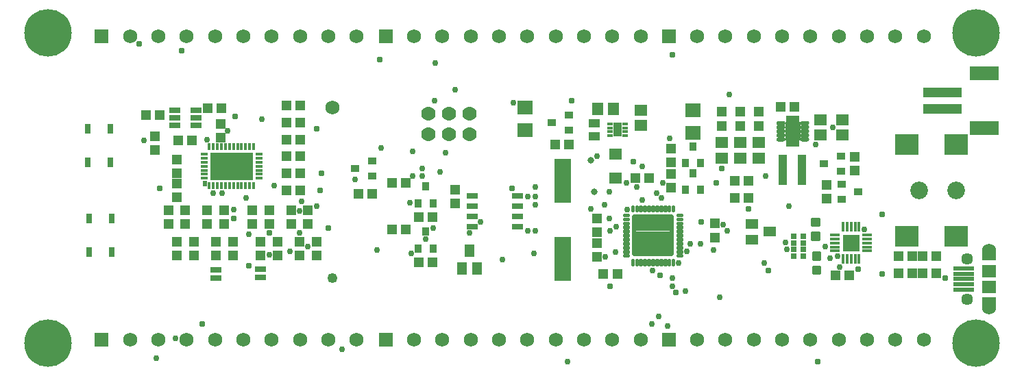
<source format=gts>
G75*
%MOIN*%
%OFA0B0*%
%FSLAX25Y25*%
%IPPOS*%
%LPD*%
%AMOC8*
5,1,8,0,0,1.08239X$1,22.5*
%
%ADD10R,0.01102X0.01772*%
%ADD11R,0.04528X0.04921*%
%ADD12C,0.06991*%
%ADD13R,0.18701X0.04528*%
%ADD14R,0.13976X0.06890*%
%ADD15R,0.06890X0.06890*%
%ADD16C,0.06890*%
%ADD17R,0.04134X0.03740*%
%ADD18R,0.03740X0.04134*%
%ADD19R,0.05315X0.02953*%
%ADD20R,0.01575X0.03346*%
%ADD21R,0.03346X0.01575*%
%ADD22R,0.21063X0.13189*%
%ADD23R,0.02000X0.03000*%
%ADD24C,0.04921*%
%ADD25R,0.04449X0.15157*%
%ADD26R,0.04921X0.04528*%
%ADD27R,0.06496X0.05709*%
%ADD28R,0.02559X0.01575*%
%ADD29R,0.04134X0.06890*%
%ADD30R,0.05709X0.06496*%
%ADD31R,0.03150X0.04724*%
%ADD32C,0.00886*%
%ADD33C,0.02028*%
%ADD34R,0.05591X0.03091*%
%ADD35C,0.01358*%
%ADD36R,0.03150X0.02559*%
%ADD37R,0.01575X0.04528*%
%ADD38R,0.04528X0.01575*%
%ADD39R,0.08465X0.08465*%
%ADD40R,0.09843X0.02362*%
%ADD41C,0.05709*%
%ADD42R,0.06693X0.06496*%
%ADD43R,0.08191X0.21591*%
%ADD44R,0.04528X0.06102*%
%ADD45R,0.06102X0.04528*%
%ADD46R,0.05315X0.02756*%
%ADD47R,0.06102X0.05315*%
%ADD48R,0.01496X0.03740*%
%ADD49C,0.00000*%
%ADD50C,0.00001*%
%ADD51R,0.05315X0.03937*%
%ADD52R,0.11614X0.10039*%
%ADD53C,0.08591*%
%ADD54R,0.07677X0.06890*%
%ADD55C,0.02972*%
%ADD56C,0.03150*%
%ADD57OC8,0.02972*%
%ADD58C,0.23091*%
D10*
X0095434Y0108682D03*
D11*
X0098938Y0119017D03*
X0098938Y0125709D03*
X0182402Y0096969D03*
X0189095Y0096969D03*
X0172560Y0091654D03*
X0165867Y0091654D03*
X0141457Y0083780D03*
X0122560Y0083780D03*
X0122560Y0077087D03*
X0141457Y0077087D03*
X0145591Y0068426D03*
X0145591Y0061733D03*
X0126694Y0061733D03*
X0126694Y0068426D03*
X0104843Y0068426D03*
X0104843Y0061733D03*
X0085946Y0061733D03*
X0085946Y0068426D03*
X0081812Y0077087D03*
X0081812Y0083780D03*
X0100709Y0083780D03*
X0100709Y0077087D03*
X0182402Y0074528D03*
X0189095Y0074528D03*
X0195394Y0080434D03*
X0202087Y0080434D03*
X0212914Y0087127D03*
X0212914Y0093820D03*
X0261536Y0115867D03*
X0268229Y0115867D03*
X0300513Y0099331D03*
X0307206Y0099331D03*
X0348938Y0098150D03*
X0355631Y0098150D03*
X0355631Y0089883D03*
X0348938Y0089883D03*
X0339292Y0077284D03*
X0339292Y0070591D03*
X0282009Y0072954D03*
X0282009Y0067835D03*
X0282009Y0061143D03*
X0282009Y0079646D03*
X0202087Y0058583D03*
X0195394Y0058583D03*
X0360552Y0124922D03*
X0360552Y0131615D03*
X0428662Y0061536D03*
X0435355Y0061536D03*
X0435355Y0053269D03*
X0428662Y0053269D03*
D12*
X0219961Y0120906D03*
X0209961Y0120906D03*
X0199961Y0120906D03*
X0199961Y0130906D03*
X0209961Y0130906D03*
X0219961Y0130906D03*
D13*
X0449922Y0133190D03*
X0449922Y0141064D03*
D14*
X0470394Y0150513D03*
X0470394Y0123741D03*
D15*
X0316851Y0168426D03*
X0179253Y0168426D03*
X0041064Y0168426D03*
X0041064Y0020788D03*
X0179253Y0020788D03*
X0316851Y0020788D03*
D16*
X0303269Y0020788D03*
X0289489Y0020788D03*
X0275709Y0020788D03*
X0261930Y0020788D03*
X0248150Y0020788D03*
X0234371Y0020788D03*
X0220591Y0020788D03*
X0206812Y0020788D03*
X0193032Y0020788D03*
X0165080Y0020788D03*
X0151300Y0020788D03*
X0137520Y0020788D03*
X0123741Y0020788D03*
X0109961Y0020788D03*
X0096182Y0020788D03*
X0082402Y0020788D03*
X0068623Y0020788D03*
X0054843Y0020788D03*
X0330631Y0020788D03*
X0344410Y0020788D03*
X0358190Y0020788D03*
X0371969Y0020788D03*
X0385749Y0020788D03*
X0399528Y0020788D03*
X0413308Y0020788D03*
X0427087Y0020788D03*
X0440867Y0020788D03*
X0472757Y0036536D03*
X0472757Y0064095D03*
X0440867Y0168426D03*
X0427087Y0168426D03*
X0413308Y0168426D03*
X0399528Y0168426D03*
X0385749Y0168426D03*
X0371969Y0168426D03*
X0358190Y0168426D03*
X0344410Y0168426D03*
X0330631Y0168426D03*
X0303269Y0168426D03*
X0289489Y0168426D03*
X0275709Y0168426D03*
X0261930Y0168426D03*
X0248150Y0168426D03*
X0234371Y0168426D03*
X0220591Y0168426D03*
X0206812Y0168426D03*
X0193032Y0168426D03*
X0165080Y0168426D03*
X0151300Y0168426D03*
X0137520Y0168426D03*
X0123741Y0168426D03*
X0109961Y0168426D03*
X0096182Y0168426D03*
X0082402Y0168426D03*
X0068623Y0168426D03*
X0054843Y0168426D03*
X0153269Y0133780D03*
D17*
X0172560Y0107796D03*
X0164292Y0104056D03*
X0172560Y0100316D03*
X0259961Y0126497D03*
X0268229Y0130237D03*
X0268229Y0122757D03*
X0392245Y0106418D03*
X0400513Y0102678D03*
X0400906Y0096576D03*
X0409174Y0092835D03*
X0400906Y0089095D03*
X0400513Y0110158D03*
D18*
X0332402Y0106615D03*
X0324922Y0106615D03*
X0328662Y0101891D03*
X0324922Y0093623D03*
X0332402Y0093623D03*
X0328662Y0114883D03*
X0202481Y0087127D03*
X0195001Y0087127D03*
X0198741Y0095394D03*
X0198741Y0073544D03*
X0202481Y0065276D03*
X0195001Y0065276D03*
D19*
X0221379Y0075887D03*
X0221379Y0080887D03*
X0221379Y0085887D03*
X0221379Y0090887D03*
X0243426Y0090887D03*
X0243426Y0085887D03*
X0243426Y0080887D03*
X0243426Y0075887D03*
D20*
X0115080Y0095788D03*
X0113111Y0095788D03*
X0111143Y0095788D03*
X0109174Y0095788D03*
X0107206Y0095788D03*
X0105237Y0095788D03*
X0103269Y0095788D03*
X0101300Y0095788D03*
X0099331Y0095788D03*
X0097363Y0095788D03*
X0095394Y0095788D03*
X0093426Y0095788D03*
X0093426Y0114686D03*
X0095394Y0114686D03*
X0097363Y0114686D03*
X0099331Y0114686D03*
X0101300Y0114686D03*
X0103269Y0114686D03*
X0105237Y0114686D03*
X0107206Y0114686D03*
X0109174Y0114686D03*
X0111143Y0114686D03*
X0113111Y0114686D03*
X0115080Y0114686D03*
D21*
X0117639Y0111143D03*
X0117639Y0109174D03*
X0117639Y0107206D03*
X0117639Y0105237D03*
X0117639Y0103269D03*
X0117639Y0101300D03*
X0117639Y0099331D03*
X0090867Y0099331D03*
X0090867Y0101300D03*
X0090867Y0103269D03*
X0090867Y0105237D03*
X0090867Y0107206D03*
X0090867Y0109174D03*
X0090867Y0111143D03*
D22*
X0104253Y0105237D03*
D23*
X0091453Y0096737D03*
D24*
X0153269Y0050709D03*
D25*
X0372422Y0103465D03*
X0381753Y0103465D03*
D26*
X0393623Y0096182D03*
X0393623Y0089489D03*
X0407206Y0103072D03*
X0407206Y0109765D03*
X0351694Y0124922D03*
X0342835Y0124922D03*
X0342835Y0131615D03*
X0351694Y0131615D03*
X0371379Y0134174D03*
X0378072Y0134174D03*
X0318032Y0113898D03*
X0318032Y0107206D03*
X0318032Y0101497D03*
X0318032Y0094804D03*
X0291851Y0052678D03*
X0285158Y0052678D03*
X0397954Y0052087D03*
X0404646Y0052087D03*
X0440473Y0053269D03*
X0447166Y0053269D03*
X0447166Y0061536D03*
X0440473Y0061536D03*
X0137324Y0061733D03*
X0137324Y0068426D03*
X0118426Y0068426D03*
X0118426Y0061733D03*
X0096576Y0061733D03*
X0096576Y0068426D03*
X0077678Y0068426D03*
X0077678Y0061733D03*
X0073544Y0077087D03*
X0092442Y0077087D03*
X0092442Y0083780D03*
X0077678Y0090080D03*
X0073544Y0083780D03*
X0077678Y0096772D03*
X0077678Y0101891D03*
X0077678Y0108583D03*
X0067048Y0113111D03*
X0067048Y0119804D03*
X0078465Y0117639D03*
X0085158Y0117639D03*
X0069213Y0130040D03*
X0062520Y0130040D03*
X0092639Y0133583D03*
X0099331Y0133583D03*
X0131024Y0134765D03*
X0137717Y0134765D03*
X0137717Y0126497D03*
X0131024Y0126497D03*
X0131024Y0118229D03*
X0137717Y0118229D03*
X0137717Y0109961D03*
X0131024Y0109961D03*
X0131024Y0101694D03*
X0137717Y0101694D03*
X0137717Y0093426D03*
X0131024Y0093426D03*
X0133190Y0083780D03*
X0133190Y0077087D03*
X0114292Y0077087D03*
X0114292Y0083780D03*
D27*
X0303269Y0125119D03*
X0303269Y0132599D03*
X0342835Y0116654D03*
X0351694Y0116654D03*
X0360552Y0116654D03*
X0360552Y0109174D03*
X0351694Y0109174D03*
X0342835Y0109174D03*
X0390670Y0120394D03*
X0401300Y0120394D03*
X0401300Y0127875D03*
X0390670Y0127875D03*
D28*
X0295788Y0125906D03*
X0295788Y0123938D03*
X0295788Y0121969D03*
X0295788Y0120001D03*
X0288308Y0120001D03*
X0288308Y0121969D03*
X0288308Y0123938D03*
X0288308Y0125906D03*
D29*
X0292048Y0122954D03*
D30*
X0289883Y0132993D03*
X0282402Y0132993D03*
D31*
X0045394Y0123446D03*
X0034371Y0123446D03*
X0034371Y0107107D03*
X0045394Y0107107D03*
X0045985Y0079745D03*
X0034961Y0079745D03*
X0034961Y0063406D03*
X0045985Y0063406D03*
D32*
X0294853Y0063259D02*
X0297313Y0063259D01*
X0294853Y0063259D02*
X0294853Y0064145D01*
X0297313Y0064145D01*
X0297313Y0063259D01*
X0297313Y0064144D02*
X0294853Y0064144D01*
X0294853Y0065227D02*
X0297313Y0065227D01*
X0294853Y0065227D02*
X0294853Y0066113D01*
X0297313Y0066113D01*
X0297313Y0065227D01*
X0297313Y0066112D02*
X0294853Y0066112D01*
X0294853Y0067196D02*
X0297313Y0067196D01*
X0294853Y0067196D02*
X0294853Y0068082D01*
X0297313Y0068082D01*
X0297313Y0067196D01*
X0297313Y0068081D02*
X0294853Y0068081D01*
X0294853Y0069164D02*
X0297313Y0069164D01*
X0294853Y0069164D02*
X0294853Y0070050D01*
X0297313Y0070050D01*
X0297313Y0069164D01*
X0297313Y0070049D02*
X0294853Y0070049D01*
X0294853Y0071133D02*
X0297313Y0071133D01*
X0294853Y0071133D02*
X0294853Y0072019D01*
X0297313Y0072019D01*
X0297313Y0071133D01*
X0297313Y0072018D02*
X0294853Y0072018D01*
X0294853Y0073101D02*
X0297313Y0073101D01*
X0294853Y0073101D02*
X0294853Y0073987D01*
X0297313Y0073987D01*
X0297313Y0073101D01*
X0297313Y0073986D02*
X0294853Y0073986D01*
X0294853Y0075070D02*
X0297313Y0075070D01*
X0294853Y0075070D02*
X0294853Y0075956D01*
X0297313Y0075956D01*
X0297313Y0075070D01*
X0297313Y0075955D02*
X0294853Y0075955D01*
X0294853Y0077038D02*
X0297313Y0077038D01*
X0294853Y0077038D02*
X0294853Y0077924D01*
X0297313Y0077924D01*
X0297313Y0077038D01*
X0297313Y0077923D02*
X0294853Y0077923D01*
X0294853Y0079007D02*
X0297313Y0079007D01*
X0294853Y0079007D02*
X0294853Y0079893D01*
X0297313Y0079893D01*
X0297313Y0079007D01*
X0297313Y0079892D02*
X0294853Y0079892D01*
X0294853Y0080975D02*
X0297313Y0080975D01*
X0294853Y0080975D02*
X0294853Y0081861D01*
X0297313Y0081861D01*
X0297313Y0080975D01*
X0297313Y0081860D02*
X0294853Y0081860D01*
X0298888Y0083436D02*
X0299774Y0083436D01*
X0298888Y0083436D02*
X0298888Y0085896D01*
X0299774Y0085896D01*
X0299774Y0083436D01*
X0299774Y0084321D02*
X0298888Y0084321D01*
X0298888Y0085206D02*
X0299774Y0085206D01*
X0300857Y0083436D02*
X0301743Y0083436D01*
X0300857Y0083436D02*
X0300857Y0085896D01*
X0301743Y0085896D01*
X0301743Y0083436D01*
X0301743Y0084321D02*
X0300857Y0084321D01*
X0300857Y0085206D02*
X0301743Y0085206D01*
X0302826Y0083436D02*
X0303712Y0083436D01*
X0302826Y0083436D02*
X0302826Y0085896D01*
X0303712Y0085896D01*
X0303712Y0083436D01*
X0303712Y0084321D02*
X0302826Y0084321D01*
X0302826Y0085206D02*
X0303712Y0085206D01*
X0304794Y0083436D02*
X0305680Y0083436D01*
X0304794Y0083436D02*
X0304794Y0085896D01*
X0305680Y0085896D01*
X0305680Y0083436D01*
X0305680Y0084321D02*
X0304794Y0084321D01*
X0304794Y0085206D02*
X0305680Y0085206D01*
X0306763Y0083436D02*
X0307649Y0083436D01*
X0306763Y0083436D02*
X0306763Y0085896D01*
X0307649Y0085896D01*
X0307649Y0083436D01*
X0307649Y0084321D02*
X0306763Y0084321D01*
X0306763Y0085206D02*
X0307649Y0085206D01*
X0308731Y0083436D02*
X0309617Y0083436D01*
X0308731Y0083436D02*
X0308731Y0085896D01*
X0309617Y0085896D01*
X0309617Y0083436D01*
X0309617Y0084321D02*
X0308731Y0084321D01*
X0308731Y0085206D02*
X0309617Y0085206D01*
X0310700Y0083436D02*
X0311586Y0083436D01*
X0310700Y0083436D02*
X0310700Y0085896D01*
X0311586Y0085896D01*
X0311586Y0083436D01*
X0311586Y0084321D02*
X0310700Y0084321D01*
X0310700Y0085206D02*
X0311586Y0085206D01*
X0312668Y0083436D02*
X0313554Y0083436D01*
X0312668Y0083436D02*
X0312668Y0085896D01*
X0313554Y0085896D01*
X0313554Y0083436D01*
X0313554Y0084321D02*
X0312668Y0084321D01*
X0312668Y0085206D02*
X0313554Y0085206D01*
X0314637Y0083436D02*
X0315523Y0083436D01*
X0314637Y0083436D02*
X0314637Y0085896D01*
X0315523Y0085896D01*
X0315523Y0083436D01*
X0315523Y0084321D02*
X0314637Y0084321D01*
X0314637Y0085206D02*
X0315523Y0085206D01*
X0316605Y0083436D02*
X0317491Y0083436D01*
X0316605Y0083436D02*
X0316605Y0085896D01*
X0317491Y0085896D01*
X0317491Y0083436D01*
X0317491Y0084321D02*
X0316605Y0084321D01*
X0316605Y0085206D02*
X0317491Y0085206D01*
X0318574Y0083436D02*
X0319460Y0083436D01*
X0318574Y0083436D02*
X0318574Y0085896D01*
X0319460Y0085896D01*
X0319460Y0083436D01*
X0319460Y0084321D02*
X0318574Y0084321D01*
X0318574Y0085206D02*
X0319460Y0085206D01*
X0321035Y0080975D02*
X0323495Y0080975D01*
X0321035Y0080975D02*
X0321035Y0081861D01*
X0323495Y0081861D01*
X0323495Y0080975D01*
X0323495Y0081860D02*
X0321035Y0081860D01*
X0321035Y0079007D02*
X0323495Y0079007D01*
X0321035Y0079007D02*
X0321035Y0079893D01*
X0323495Y0079893D01*
X0323495Y0079007D01*
X0323495Y0079892D02*
X0321035Y0079892D01*
X0321035Y0077038D02*
X0323495Y0077038D01*
X0321035Y0077038D02*
X0321035Y0077924D01*
X0323495Y0077924D01*
X0323495Y0077038D01*
X0323495Y0077923D02*
X0321035Y0077923D01*
X0321035Y0075070D02*
X0323495Y0075070D01*
X0321035Y0075070D02*
X0321035Y0075956D01*
X0323495Y0075956D01*
X0323495Y0075070D01*
X0323495Y0075955D02*
X0321035Y0075955D01*
X0321035Y0073101D02*
X0323495Y0073101D01*
X0321035Y0073101D02*
X0321035Y0073987D01*
X0323495Y0073987D01*
X0323495Y0073101D01*
X0323495Y0073986D02*
X0321035Y0073986D01*
X0321035Y0071133D02*
X0323495Y0071133D01*
X0321035Y0071133D02*
X0321035Y0072019D01*
X0323495Y0072019D01*
X0323495Y0071133D01*
X0323495Y0072018D02*
X0321035Y0072018D01*
X0321035Y0069164D02*
X0323495Y0069164D01*
X0321035Y0069164D02*
X0321035Y0070050D01*
X0323495Y0070050D01*
X0323495Y0069164D01*
X0323495Y0070049D02*
X0321035Y0070049D01*
X0321035Y0067196D02*
X0323495Y0067196D01*
X0321035Y0067196D02*
X0321035Y0068082D01*
X0323495Y0068082D01*
X0323495Y0067196D01*
X0323495Y0068081D02*
X0321035Y0068081D01*
X0321035Y0065227D02*
X0323495Y0065227D01*
X0321035Y0065227D02*
X0321035Y0066113D01*
X0323495Y0066113D01*
X0323495Y0065227D01*
X0323495Y0066112D02*
X0321035Y0066112D01*
X0321035Y0063259D02*
X0323495Y0063259D01*
X0321035Y0063259D02*
X0321035Y0064145D01*
X0323495Y0064145D01*
X0323495Y0063259D01*
X0323495Y0064144D02*
X0321035Y0064144D01*
X0321035Y0061290D02*
X0323495Y0061290D01*
X0321035Y0061290D02*
X0321035Y0062176D01*
X0323495Y0062176D01*
X0323495Y0061290D01*
X0323495Y0062175D02*
X0321035Y0062175D01*
X0319460Y0057255D02*
X0318574Y0057255D01*
X0318574Y0059715D01*
X0319460Y0059715D01*
X0319460Y0057255D01*
X0319460Y0058140D02*
X0318574Y0058140D01*
X0318574Y0059025D02*
X0319460Y0059025D01*
X0317491Y0057255D02*
X0316605Y0057255D01*
X0316605Y0059715D01*
X0317491Y0059715D01*
X0317491Y0057255D01*
X0317491Y0058140D02*
X0316605Y0058140D01*
X0316605Y0059025D02*
X0317491Y0059025D01*
X0315523Y0057255D02*
X0314637Y0057255D01*
X0314637Y0059715D01*
X0315523Y0059715D01*
X0315523Y0057255D01*
X0315523Y0058140D02*
X0314637Y0058140D01*
X0314637Y0059025D02*
X0315523Y0059025D01*
X0313554Y0057255D02*
X0312668Y0057255D01*
X0312668Y0059715D01*
X0313554Y0059715D01*
X0313554Y0057255D01*
X0313554Y0058140D02*
X0312668Y0058140D01*
X0312668Y0059025D02*
X0313554Y0059025D01*
X0311586Y0057255D02*
X0310700Y0057255D01*
X0310700Y0059715D01*
X0311586Y0059715D01*
X0311586Y0057255D01*
X0311586Y0058140D02*
X0310700Y0058140D01*
X0310700Y0059025D02*
X0311586Y0059025D01*
X0309617Y0057255D02*
X0308731Y0057255D01*
X0308731Y0059715D01*
X0309617Y0059715D01*
X0309617Y0057255D01*
X0309617Y0058140D02*
X0308731Y0058140D01*
X0308731Y0059025D02*
X0309617Y0059025D01*
X0307649Y0057255D02*
X0306763Y0057255D01*
X0306763Y0059715D01*
X0307649Y0059715D01*
X0307649Y0057255D01*
X0307649Y0058140D02*
X0306763Y0058140D01*
X0306763Y0059025D02*
X0307649Y0059025D01*
X0305680Y0057255D02*
X0304794Y0057255D01*
X0304794Y0059715D01*
X0305680Y0059715D01*
X0305680Y0057255D01*
X0305680Y0058140D02*
X0304794Y0058140D01*
X0304794Y0059025D02*
X0305680Y0059025D01*
X0303712Y0057255D02*
X0302826Y0057255D01*
X0302826Y0059715D01*
X0303712Y0059715D01*
X0303712Y0057255D01*
X0303712Y0058140D02*
X0302826Y0058140D01*
X0302826Y0059025D02*
X0303712Y0059025D01*
X0301743Y0057255D02*
X0300857Y0057255D01*
X0300857Y0059715D01*
X0301743Y0059715D01*
X0301743Y0057255D01*
X0301743Y0058140D02*
X0300857Y0058140D01*
X0300857Y0059025D02*
X0301743Y0059025D01*
X0299774Y0057255D02*
X0298888Y0057255D01*
X0298888Y0059715D01*
X0299774Y0059715D01*
X0299774Y0057255D01*
X0299774Y0058140D02*
X0298888Y0058140D01*
X0298888Y0059025D02*
X0299774Y0059025D01*
X0297313Y0061290D02*
X0294853Y0061290D01*
X0294853Y0062176D01*
X0297313Y0062176D01*
X0297313Y0061290D01*
X0297313Y0062175D02*
X0294853Y0062175D01*
D33*
X0300050Y0062452D02*
X0318298Y0062452D01*
X0300050Y0062452D02*
X0300050Y0080700D01*
X0318298Y0080700D01*
X0318298Y0062452D01*
X0318298Y0064479D02*
X0300050Y0064479D01*
X0300050Y0066506D02*
X0318298Y0066506D01*
X0318298Y0068533D02*
X0300050Y0068533D01*
X0300050Y0070560D02*
X0318298Y0070560D01*
X0318298Y0072587D02*
X0300050Y0072587D01*
X0300050Y0074614D02*
X0318298Y0074614D01*
X0318298Y0076641D02*
X0300050Y0076641D01*
X0300050Y0078668D02*
X0318298Y0078668D01*
X0318298Y0080695D02*
X0300050Y0080695D01*
D34*
X0118426Y0055269D03*
X0118426Y0051269D03*
X0096576Y0050678D03*
X0096576Y0054678D03*
D35*
X0386723Y0069491D02*
X0389893Y0069491D01*
X0386723Y0069491D02*
X0386723Y0072661D01*
X0389893Y0072661D01*
X0389893Y0069491D01*
X0389893Y0070848D02*
X0386723Y0070848D01*
X0386723Y0072205D02*
X0389893Y0072205D01*
X0389893Y0076396D02*
X0386723Y0076396D01*
X0386723Y0079566D01*
X0389893Y0079566D01*
X0389893Y0076396D01*
X0389893Y0077753D02*
X0386723Y0077753D01*
X0386723Y0079110D02*
X0389893Y0079110D01*
X0390483Y0063031D02*
X0387313Y0063031D01*
X0390483Y0063031D02*
X0390483Y0059861D01*
X0387313Y0059861D01*
X0387313Y0063031D01*
X0387313Y0061218D02*
X0390483Y0061218D01*
X0390483Y0062575D02*
X0387313Y0062575D01*
X0387313Y0056125D02*
X0390483Y0056125D01*
X0390483Y0052955D01*
X0387313Y0052955D01*
X0387313Y0056125D01*
X0387313Y0054312D02*
X0390483Y0054312D01*
X0390483Y0055669D02*
X0387313Y0055669D01*
D36*
X0382501Y0061536D03*
X0382501Y0064686D03*
X0377580Y0064686D03*
X0377580Y0061536D03*
X0377580Y0067835D03*
X0382501Y0067835D03*
X0382501Y0070985D03*
X0377580Y0070985D03*
D37*
X0401623Y0075780D03*
X0403591Y0075780D03*
X0405560Y0075780D03*
X0407528Y0075780D03*
X0409497Y0075780D03*
X0409497Y0060032D03*
X0407528Y0060032D03*
X0405560Y0060032D03*
X0403591Y0060032D03*
X0401623Y0060032D03*
D38*
X0397686Y0063969D03*
X0397686Y0065938D03*
X0397686Y0067906D03*
X0397686Y0069875D03*
X0397686Y0071843D03*
X0413434Y0071843D03*
X0413434Y0069875D03*
X0413434Y0067906D03*
X0413434Y0065938D03*
X0413434Y0063969D03*
D39*
X0405560Y0067906D03*
D40*
X0460257Y0055434D03*
X0460257Y0052875D03*
X0460257Y0050316D03*
X0460257Y0047757D03*
X0460257Y0045198D03*
D41*
X0462127Y0040473D03*
X0462127Y0060158D03*
D42*
X0472757Y0062324D03*
X0472757Y0054253D03*
X0472757Y0046379D03*
X0472757Y0038308D03*
D43*
X0265473Y0060253D03*
X0265473Y0098253D03*
D44*
X0220001Y0064095D03*
X0223741Y0055434D03*
X0216261Y0055434D03*
D45*
X0357402Y0069607D03*
X0366064Y0073347D03*
X0357402Y0077087D03*
D46*
X0086930Y0125119D03*
X0086930Y0128859D03*
X0086930Y0132599D03*
X0076694Y0132599D03*
X0076694Y0128859D03*
X0076694Y0125119D03*
D47*
X0290867Y0111143D03*
X0290867Y0099331D03*
D48*
X0374725Y0116615D03*
X0376300Y0116615D03*
X0377875Y0116615D03*
X0379450Y0116615D03*
X0379450Y0128111D03*
X0377875Y0128111D03*
X0376300Y0128111D03*
X0374725Y0128111D03*
D49*
X0374174Y0126694D02*
X0374174Y0129765D01*
X0380001Y0129765D01*
X0380001Y0126694D01*
X0380513Y0126694D01*
X0380513Y0118032D01*
X0380001Y0118032D01*
X0380001Y0114961D01*
X0374174Y0114961D01*
X0374174Y0118032D01*
X0373662Y0118032D01*
X0373662Y0126694D01*
X0374174Y0126694D01*
X0373201Y0126514D02*
X0373229Y0126300D01*
X0373201Y0126086D01*
X0373118Y0125887D01*
X0372987Y0125715D01*
X0372816Y0125584D01*
X0372616Y0125501D01*
X0372402Y0125473D01*
X0371261Y0125473D01*
X0370119Y0125473D01*
X0369915Y0125500D01*
X0369725Y0125579D01*
X0369562Y0125704D01*
X0369437Y0125867D01*
X0369358Y0126057D01*
X0369331Y0126261D01*
X0369361Y0126485D01*
X0369448Y0126694D01*
X0369585Y0126873D01*
X0369765Y0127011D01*
X0369973Y0127097D01*
X0370198Y0127127D01*
X0372402Y0127127D01*
X0372616Y0127099D01*
X0372816Y0127016D01*
X0372987Y0126885D01*
X0373118Y0126713D01*
X0373201Y0126514D01*
X0372616Y0125130D02*
X0372816Y0125048D01*
X0372987Y0124916D01*
X0373118Y0124745D01*
X0373201Y0124545D01*
X0373229Y0124331D01*
X0373201Y0124118D01*
X0373118Y0123918D01*
X0372987Y0123747D01*
X0372816Y0123615D01*
X0372616Y0123533D01*
X0372402Y0123505D01*
X0371261Y0123505D01*
X0370119Y0123505D01*
X0369915Y0123532D01*
X0369725Y0123610D01*
X0369562Y0123735D01*
X0369437Y0123898D01*
X0369358Y0124088D01*
X0369331Y0124292D01*
X0369361Y0124516D01*
X0369448Y0124725D01*
X0369585Y0124905D01*
X0369765Y0125042D01*
X0369973Y0125129D01*
X0370198Y0125158D01*
X0372402Y0125158D01*
X0372616Y0125130D01*
X0372402Y0123190D02*
X0370198Y0123190D01*
X0369973Y0123160D01*
X0369765Y0123074D01*
X0369585Y0122936D01*
X0369448Y0122757D01*
X0369361Y0122548D01*
X0369331Y0122324D01*
X0369358Y0122120D01*
X0369437Y0121930D01*
X0369562Y0121767D01*
X0369725Y0121642D01*
X0369915Y0121563D01*
X0370119Y0121536D01*
X0371261Y0121536D01*
X0372402Y0121536D01*
X0372616Y0121564D01*
X0372816Y0121647D01*
X0372987Y0121778D01*
X0373118Y0121950D01*
X0373201Y0122149D01*
X0373229Y0122363D01*
X0373201Y0122577D01*
X0373118Y0122776D01*
X0372987Y0122948D01*
X0372816Y0123079D01*
X0372616Y0123162D01*
X0372402Y0123190D01*
X0372402Y0121221D02*
X0370198Y0121221D01*
X0369973Y0121192D01*
X0369765Y0121105D01*
X0369585Y0120968D01*
X0369448Y0120788D01*
X0369361Y0120579D01*
X0369331Y0120355D01*
X0369358Y0120151D01*
X0369437Y0119961D01*
X0369562Y0119798D01*
X0369725Y0119673D01*
X0369915Y0119595D01*
X0370119Y0119568D01*
X0371261Y0119568D01*
X0372402Y0119568D01*
X0372616Y0119596D01*
X0372816Y0119678D01*
X0372987Y0119810D01*
X0373118Y0119981D01*
X0373201Y0120180D01*
X0373229Y0120394D01*
X0373201Y0120608D01*
X0373118Y0120808D01*
X0372987Y0120979D01*
X0372816Y0121110D01*
X0372616Y0121193D01*
X0372402Y0121221D01*
X0372402Y0119253D02*
X0370198Y0119253D01*
X0369973Y0119223D01*
X0369765Y0119137D01*
X0369585Y0118999D01*
X0369448Y0118820D01*
X0369361Y0118611D01*
X0369331Y0118387D01*
X0369358Y0118183D01*
X0369437Y0117993D01*
X0369562Y0117830D01*
X0369725Y0117705D01*
X0369915Y0117626D01*
X0370119Y0117599D01*
X0371261Y0117599D01*
X0372402Y0117599D01*
X0372616Y0117627D01*
X0372816Y0117710D01*
X0372987Y0117841D01*
X0373118Y0118013D01*
X0373201Y0118212D01*
X0373229Y0118426D01*
X0373201Y0118640D01*
X0373118Y0118839D01*
X0372987Y0119011D01*
X0372816Y0119142D01*
X0372616Y0119225D01*
X0372402Y0119253D01*
X0380946Y0118387D02*
X0380975Y0118611D01*
X0381062Y0118820D01*
X0381199Y0118999D01*
X0381379Y0119137D01*
X0381588Y0119223D01*
X0381812Y0119253D01*
X0384017Y0119253D01*
X0384231Y0119225D01*
X0384430Y0119142D01*
X0384601Y0119011D01*
X0384733Y0118839D01*
X0384815Y0118640D01*
X0384843Y0118426D01*
X0384815Y0118212D01*
X0384733Y0118013D01*
X0384601Y0117841D01*
X0384430Y0117710D01*
X0384231Y0117627D01*
X0384017Y0117599D01*
X0382875Y0117599D01*
X0381733Y0117599D01*
X0381529Y0117626D01*
X0381339Y0117705D01*
X0381176Y0117830D01*
X0381051Y0117993D01*
X0380973Y0118183D01*
X0380946Y0118387D01*
X0381529Y0119595D02*
X0381339Y0119673D01*
X0381176Y0119798D01*
X0381051Y0119961D01*
X0380973Y0120151D01*
X0380946Y0120355D01*
X0380975Y0120579D01*
X0381062Y0120788D01*
X0381199Y0120968D01*
X0381379Y0121105D01*
X0381588Y0121192D01*
X0381812Y0121221D01*
X0384017Y0121221D01*
X0384231Y0121193D01*
X0384430Y0121110D01*
X0384601Y0120979D01*
X0384733Y0120808D01*
X0384815Y0120608D01*
X0384843Y0120394D01*
X0384815Y0120180D01*
X0384733Y0119981D01*
X0384601Y0119810D01*
X0384430Y0119678D01*
X0384231Y0119596D01*
X0384017Y0119568D01*
X0382875Y0119568D01*
X0381733Y0119568D01*
X0381529Y0119595D01*
X0381733Y0121536D02*
X0381529Y0121563D01*
X0381339Y0121642D01*
X0381176Y0121767D01*
X0381051Y0121930D01*
X0380973Y0122120D01*
X0380946Y0122324D01*
X0380975Y0122548D01*
X0381062Y0122757D01*
X0381199Y0122936D01*
X0381379Y0123074D01*
X0381588Y0123160D01*
X0381812Y0123190D01*
X0384017Y0123190D01*
X0384231Y0123162D01*
X0384430Y0123079D01*
X0384601Y0122948D01*
X0384733Y0122776D01*
X0384815Y0122577D01*
X0384843Y0122363D01*
X0384815Y0122149D01*
X0384733Y0121950D01*
X0384601Y0121778D01*
X0384430Y0121647D01*
X0384231Y0121564D01*
X0384017Y0121536D01*
X0382875Y0121536D01*
X0381733Y0121536D01*
X0381733Y0123505D02*
X0381529Y0123532D01*
X0381339Y0123610D01*
X0381176Y0123735D01*
X0381051Y0123898D01*
X0380973Y0124088D01*
X0380946Y0124292D01*
X0380975Y0124516D01*
X0381062Y0124725D01*
X0381199Y0124905D01*
X0381379Y0125042D01*
X0381588Y0125129D01*
X0381812Y0125158D01*
X0384017Y0125158D01*
X0384231Y0125130D01*
X0384430Y0125048D01*
X0384601Y0124916D01*
X0384733Y0124745D01*
X0384815Y0124545D01*
X0384843Y0124331D01*
X0384815Y0124118D01*
X0384733Y0123918D01*
X0384601Y0123747D01*
X0384430Y0123615D01*
X0384231Y0123533D01*
X0384017Y0123505D01*
X0382875Y0123505D01*
X0381733Y0123505D01*
X0381733Y0125473D02*
X0381529Y0125500D01*
X0381339Y0125579D01*
X0381176Y0125704D01*
X0381051Y0125867D01*
X0380973Y0126057D01*
X0380946Y0126261D01*
X0380975Y0126485D01*
X0381062Y0126694D01*
X0381199Y0126873D01*
X0381379Y0127011D01*
X0381588Y0127097D01*
X0381812Y0127127D01*
X0384017Y0127127D01*
X0384231Y0127099D01*
X0384430Y0127016D01*
X0384601Y0126885D01*
X0384733Y0126713D01*
X0384815Y0126514D01*
X0384843Y0126300D01*
X0384815Y0126086D01*
X0384733Y0125887D01*
X0384601Y0125715D01*
X0384430Y0125584D01*
X0384231Y0125501D01*
X0384017Y0125473D01*
X0382875Y0125473D01*
X0381733Y0125473D01*
D50*
X0384017Y0125473D01*
X0384024Y0125474D02*
X0381726Y0125474D01*
X0381718Y0125475D02*
X0384031Y0125475D01*
X0384039Y0125476D02*
X0381711Y0125476D01*
X0381703Y0125477D02*
X0384046Y0125477D01*
X0384054Y0125478D02*
X0381696Y0125478D01*
X0381688Y0125479D02*
X0384061Y0125479D01*
X0384069Y0125480D02*
X0381681Y0125480D01*
X0381673Y0125481D02*
X0384076Y0125481D01*
X0384084Y0125482D02*
X0381666Y0125482D01*
X0381658Y0125483D02*
X0384091Y0125483D01*
X0384099Y0125484D02*
X0381651Y0125484D01*
X0381643Y0125485D02*
X0384106Y0125485D01*
X0384114Y0125486D02*
X0381636Y0125486D01*
X0381628Y0125487D02*
X0384121Y0125487D01*
X0384129Y0125488D02*
X0381621Y0125488D01*
X0381613Y0125489D02*
X0384136Y0125489D01*
X0384144Y0125490D02*
X0381606Y0125490D01*
X0381599Y0125491D02*
X0384151Y0125491D01*
X0384159Y0125492D02*
X0381591Y0125492D01*
X0381584Y0125493D02*
X0384166Y0125493D01*
X0384174Y0125494D02*
X0381576Y0125494D01*
X0381569Y0125495D02*
X0384181Y0125495D01*
X0384188Y0125496D02*
X0381561Y0125496D01*
X0381554Y0125497D02*
X0384196Y0125497D01*
X0384203Y0125498D02*
X0381546Y0125498D01*
X0381539Y0125499D02*
X0384211Y0125499D01*
X0384218Y0125500D02*
X0381531Y0125500D01*
X0381528Y0125501D02*
X0384226Y0125501D01*
X0384231Y0125502D02*
X0381525Y0125502D01*
X0381523Y0125503D02*
X0384234Y0125503D01*
X0384236Y0125504D02*
X0381520Y0125504D01*
X0381518Y0125505D02*
X0384239Y0125505D01*
X0384241Y0125506D02*
X0381516Y0125506D01*
X0381513Y0125507D02*
X0384243Y0125507D01*
X0384246Y0125508D02*
X0381511Y0125508D01*
X0381509Y0125509D02*
X0384248Y0125509D01*
X0384250Y0125510D02*
X0381506Y0125510D01*
X0381504Y0125511D02*
X0384253Y0125511D01*
X0384255Y0125512D02*
X0381501Y0125512D01*
X0381499Y0125513D02*
X0384258Y0125513D01*
X0384260Y0125514D02*
X0381497Y0125514D01*
X0381494Y0125515D02*
X0384262Y0125515D01*
X0384265Y0125516D02*
X0381492Y0125516D01*
X0381490Y0125517D02*
X0384267Y0125517D01*
X0384269Y0125518D02*
X0381487Y0125518D01*
X0381485Y0125519D02*
X0384272Y0125519D01*
X0384274Y0125519D02*
X0381482Y0125519D01*
X0381480Y0125520D02*
X0384277Y0125520D01*
X0384279Y0125521D02*
X0381478Y0125521D01*
X0381475Y0125522D02*
X0384281Y0125522D01*
X0384284Y0125523D02*
X0381473Y0125523D01*
X0381470Y0125524D02*
X0384286Y0125524D01*
X0384288Y0125525D02*
X0381468Y0125525D01*
X0381466Y0125526D02*
X0384291Y0125526D01*
X0384293Y0125527D02*
X0381463Y0125527D01*
X0381461Y0125528D02*
X0384296Y0125528D01*
X0384298Y0125529D02*
X0381459Y0125529D01*
X0381456Y0125530D02*
X0384300Y0125530D01*
X0384303Y0125531D02*
X0381454Y0125531D01*
X0381451Y0125532D02*
X0384305Y0125532D01*
X0384307Y0125533D02*
X0381449Y0125533D01*
X0381447Y0125534D02*
X0384310Y0125534D01*
X0384312Y0125535D02*
X0381444Y0125535D01*
X0381442Y0125536D02*
X0384315Y0125536D01*
X0384317Y0125537D02*
X0381440Y0125537D01*
X0381437Y0125538D02*
X0384319Y0125538D01*
X0384322Y0125539D02*
X0381435Y0125539D01*
X0381432Y0125540D02*
X0384324Y0125540D01*
X0384326Y0125541D02*
X0381430Y0125541D01*
X0381428Y0125542D02*
X0384329Y0125542D01*
X0384331Y0125543D02*
X0381425Y0125543D01*
X0381423Y0125544D02*
X0384334Y0125544D01*
X0384336Y0125545D02*
X0381421Y0125545D01*
X0381418Y0125546D02*
X0384338Y0125546D01*
X0384341Y0125547D02*
X0381416Y0125547D01*
X0381413Y0125548D02*
X0384343Y0125548D01*
X0384345Y0125549D02*
X0381411Y0125549D01*
X0381409Y0125550D02*
X0384348Y0125550D01*
X0384350Y0125551D02*
X0381406Y0125551D01*
X0381404Y0125552D02*
X0384353Y0125552D01*
X0384355Y0125553D02*
X0381402Y0125553D01*
X0381399Y0125554D02*
X0384357Y0125554D01*
X0384360Y0125555D02*
X0381397Y0125555D01*
X0381394Y0125556D02*
X0384362Y0125556D01*
X0384364Y0125557D02*
X0381392Y0125557D01*
X0381390Y0125558D02*
X0384367Y0125558D01*
X0384369Y0125559D02*
X0381387Y0125559D01*
X0381385Y0125560D02*
X0384372Y0125560D01*
X0384374Y0125561D02*
X0381383Y0125561D01*
X0381380Y0125562D02*
X0384376Y0125562D01*
X0384379Y0125563D02*
X0381378Y0125563D01*
X0381375Y0125564D02*
X0384381Y0125564D01*
X0384384Y0125565D02*
X0381373Y0125565D01*
X0381371Y0125566D02*
X0384386Y0125566D01*
X0384388Y0125567D02*
X0381368Y0125567D01*
X0381366Y0125568D02*
X0384391Y0125568D01*
X0384393Y0125569D02*
X0381364Y0125569D01*
X0381361Y0125570D02*
X0384395Y0125570D01*
X0384398Y0125571D02*
X0381359Y0125571D01*
X0381356Y0125572D02*
X0384400Y0125572D01*
X0384403Y0125573D02*
X0381354Y0125573D01*
X0381352Y0125574D02*
X0384405Y0125574D01*
X0384407Y0125575D02*
X0381349Y0125575D01*
X0381347Y0125576D02*
X0384410Y0125576D01*
X0384412Y0125577D02*
X0381345Y0125577D01*
X0381342Y0125578D02*
X0384414Y0125578D01*
X0384417Y0125579D02*
X0381340Y0125579D01*
X0381338Y0125580D02*
X0384419Y0125580D01*
X0384422Y0125581D02*
X0381337Y0125581D01*
X0381336Y0125581D02*
X0384424Y0125581D01*
X0384426Y0125582D02*
X0381334Y0125582D01*
X0381333Y0125583D02*
X0384429Y0125583D01*
X0384431Y0125584D02*
X0381332Y0125584D01*
X0381331Y0125585D02*
X0384432Y0125585D01*
X0384433Y0125586D02*
X0381329Y0125586D01*
X0381328Y0125587D02*
X0384434Y0125587D01*
X0384436Y0125588D02*
X0381327Y0125588D01*
X0381325Y0125589D02*
X0384437Y0125589D01*
X0384438Y0125590D02*
X0381324Y0125590D01*
X0381323Y0125591D02*
X0384440Y0125591D01*
X0384441Y0125592D02*
X0381322Y0125592D01*
X0381320Y0125593D02*
X0384442Y0125593D01*
X0384443Y0125594D02*
X0381319Y0125594D01*
X0381318Y0125595D02*
X0384445Y0125595D01*
X0384446Y0125596D02*
X0381317Y0125596D01*
X0381315Y0125597D02*
X0384447Y0125597D01*
X0384448Y0125598D02*
X0381314Y0125598D01*
X0381313Y0125599D02*
X0384450Y0125599D01*
X0384451Y0125600D02*
X0381311Y0125600D01*
X0381310Y0125601D02*
X0384452Y0125601D01*
X0384454Y0125602D02*
X0381309Y0125602D01*
X0381308Y0125603D02*
X0384455Y0125603D01*
X0384456Y0125604D02*
X0381306Y0125604D01*
X0381305Y0125605D02*
X0384457Y0125605D01*
X0384459Y0125606D02*
X0381304Y0125606D01*
X0381302Y0125607D02*
X0384460Y0125607D01*
X0384461Y0125608D02*
X0381301Y0125608D01*
X0381300Y0125609D02*
X0384463Y0125609D01*
X0384464Y0125610D02*
X0381299Y0125610D01*
X0381297Y0125611D02*
X0384465Y0125611D01*
X0384466Y0125612D02*
X0381296Y0125612D01*
X0381295Y0125613D02*
X0384468Y0125613D01*
X0384469Y0125614D02*
X0381293Y0125614D01*
X0381292Y0125615D02*
X0384470Y0125615D01*
X0384472Y0125616D02*
X0381291Y0125616D01*
X0381290Y0125617D02*
X0384473Y0125617D01*
X0384474Y0125618D02*
X0381288Y0125618D01*
X0381287Y0125619D02*
X0384475Y0125619D01*
X0384477Y0125620D02*
X0381286Y0125620D01*
X0381284Y0125621D02*
X0384478Y0125621D01*
X0384479Y0125622D02*
X0381283Y0125622D01*
X0381282Y0125623D02*
X0384481Y0125623D01*
X0384482Y0125624D02*
X0381281Y0125624D01*
X0381279Y0125625D02*
X0384483Y0125625D01*
X0384484Y0125626D02*
X0381278Y0125626D01*
X0381277Y0125627D02*
X0384486Y0125627D01*
X0384487Y0125628D02*
X0381275Y0125628D01*
X0381274Y0125629D02*
X0384488Y0125629D01*
X0384490Y0125630D02*
X0381273Y0125630D01*
X0381272Y0125631D02*
X0384491Y0125631D01*
X0384492Y0125632D02*
X0381270Y0125632D01*
X0381269Y0125633D02*
X0384493Y0125633D01*
X0384495Y0125634D02*
X0381268Y0125634D01*
X0381266Y0125635D02*
X0384496Y0125635D01*
X0384497Y0125636D02*
X0381265Y0125636D01*
X0381264Y0125637D02*
X0384499Y0125637D01*
X0384500Y0125638D02*
X0381263Y0125638D01*
X0381261Y0125639D02*
X0384501Y0125639D01*
X0384502Y0125640D02*
X0381260Y0125640D01*
X0381259Y0125641D02*
X0384504Y0125641D01*
X0384505Y0125642D02*
X0381258Y0125642D01*
X0381256Y0125643D02*
X0384506Y0125643D01*
X0384507Y0125644D02*
X0381255Y0125644D01*
X0381254Y0125644D02*
X0384509Y0125644D01*
X0384510Y0125645D02*
X0381252Y0125645D01*
X0381251Y0125646D02*
X0384511Y0125646D01*
X0384513Y0125647D02*
X0381250Y0125647D01*
X0381249Y0125648D02*
X0384514Y0125648D01*
X0384515Y0125649D02*
X0381247Y0125649D01*
X0381246Y0125650D02*
X0384516Y0125650D01*
X0384518Y0125651D02*
X0381245Y0125651D01*
X0381243Y0125652D02*
X0384519Y0125652D01*
X0384520Y0125653D02*
X0381242Y0125653D01*
X0381241Y0125654D02*
X0384522Y0125654D01*
X0384523Y0125655D02*
X0381240Y0125655D01*
X0381238Y0125656D02*
X0384524Y0125656D01*
X0384525Y0125657D02*
X0381237Y0125657D01*
X0381236Y0125658D02*
X0384527Y0125658D01*
X0384528Y0125659D02*
X0381234Y0125659D01*
X0381233Y0125660D02*
X0384529Y0125660D01*
X0384531Y0125661D02*
X0381232Y0125661D01*
X0381231Y0125662D02*
X0384532Y0125662D01*
X0384533Y0125663D02*
X0381229Y0125663D01*
X0381228Y0125664D02*
X0384534Y0125664D01*
X0384536Y0125665D02*
X0381227Y0125665D01*
X0381225Y0125666D02*
X0384537Y0125666D01*
X0384538Y0125667D02*
X0381224Y0125667D01*
X0381223Y0125668D02*
X0384540Y0125668D01*
X0384541Y0125669D02*
X0381222Y0125669D01*
X0381220Y0125670D02*
X0384542Y0125670D01*
X0384543Y0125671D02*
X0381219Y0125671D01*
X0381218Y0125672D02*
X0384545Y0125672D01*
X0384546Y0125673D02*
X0381216Y0125673D01*
X0381215Y0125674D02*
X0384547Y0125674D01*
X0384549Y0125675D02*
X0381214Y0125675D01*
X0381213Y0125676D02*
X0384550Y0125676D01*
X0384551Y0125677D02*
X0381211Y0125677D01*
X0381210Y0125678D02*
X0384552Y0125678D01*
X0384554Y0125679D02*
X0381209Y0125679D01*
X0381207Y0125680D02*
X0384555Y0125680D01*
X0384556Y0125681D02*
X0381206Y0125681D01*
X0381205Y0125682D02*
X0384558Y0125682D01*
X0384559Y0125683D02*
X0381204Y0125683D01*
X0381202Y0125684D02*
X0384560Y0125684D01*
X0384561Y0125685D02*
X0381201Y0125685D01*
X0381200Y0125686D02*
X0384563Y0125686D01*
X0384564Y0125687D02*
X0381198Y0125687D01*
X0381197Y0125688D02*
X0384565Y0125688D01*
X0384566Y0125689D02*
X0381196Y0125689D01*
X0381195Y0125690D02*
X0384568Y0125690D01*
X0384569Y0125691D02*
X0381193Y0125691D01*
X0381192Y0125692D02*
X0384570Y0125692D01*
X0384572Y0125693D02*
X0381191Y0125693D01*
X0381190Y0125694D02*
X0384573Y0125694D01*
X0384574Y0125695D02*
X0381188Y0125695D01*
X0381187Y0125696D02*
X0384575Y0125696D01*
X0384577Y0125697D02*
X0381186Y0125697D01*
X0381184Y0125698D02*
X0384578Y0125698D01*
X0384579Y0125699D02*
X0381183Y0125699D01*
X0381182Y0125700D02*
X0384581Y0125700D01*
X0384582Y0125701D02*
X0381181Y0125701D01*
X0381179Y0125702D02*
X0384583Y0125702D01*
X0384584Y0125703D02*
X0381178Y0125703D01*
X0381177Y0125704D02*
X0384586Y0125704D01*
X0384587Y0125705D02*
X0381176Y0125705D01*
X0381175Y0125706D02*
X0384588Y0125706D01*
X0384590Y0125706D02*
X0381174Y0125706D01*
X0381174Y0125707D02*
X0384591Y0125707D01*
X0384592Y0125708D02*
X0381173Y0125708D01*
X0381172Y0125709D02*
X0384593Y0125709D01*
X0384595Y0125710D02*
X0381171Y0125710D01*
X0381170Y0125711D02*
X0384596Y0125711D01*
X0384597Y0125712D02*
X0381170Y0125712D01*
X0381169Y0125713D02*
X0384599Y0125713D01*
X0384600Y0125714D02*
X0381168Y0125714D01*
X0381167Y0125715D02*
X0384601Y0125715D01*
X0384602Y0125716D02*
X0381167Y0125716D01*
X0381166Y0125717D02*
X0384603Y0125717D01*
X0384603Y0125718D02*
X0381165Y0125718D01*
X0381164Y0125719D02*
X0384604Y0125719D01*
X0384605Y0125720D02*
X0381164Y0125720D01*
X0381163Y0125721D02*
X0384606Y0125721D01*
X0384606Y0125722D02*
X0381162Y0125722D01*
X0381161Y0125723D02*
X0384607Y0125723D01*
X0384608Y0125724D02*
X0381161Y0125724D01*
X0381160Y0125725D02*
X0384609Y0125725D01*
X0384609Y0125726D02*
X0381159Y0125726D01*
X0381158Y0125727D02*
X0384610Y0125727D01*
X0384611Y0125728D02*
X0381158Y0125728D01*
X0381157Y0125729D02*
X0384612Y0125729D01*
X0384612Y0125730D02*
X0381156Y0125730D01*
X0381155Y0125731D02*
X0384613Y0125731D01*
X0384614Y0125732D02*
X0381155Y0125732D01*
X0381154Y0125733D02*
X0384615Y0125733D01*
X0384615Y0125734D02*
X0381153Y0125734D01*
X0381152Y0125735D02*
X0384616Y0125735D01*
X0384617Y0125736D02*
X0381152Y0125736D01*
X0381151Y0125737D02*
X0384618Y0125737D01*
X0384619Y0125738D02*
X0381150Y0125738D01*
X0381149Y0125739D02*
X0384619Y0125739D01*
X0384620Y0125740D02*
X0381149Y0125740D01*
X0381148Y0125741D02*
X0384621Y0125741D01*
X0384622Y0125742D02*
X0381147Y0125742D01*
X0381146Y0125743D02*
X0384622Y0125743D01*
X0384623Y0125744D02*
X0381146Y0125744D01*
X0381145Y0125745D02*
X0384624Y0125745D01*
X0384625Y0125746D02*
X0381144Y0125746D01*
X0381143Y0125747D02*
X0384625Y0125747D01*
X0384626Y0125748D02*
X0381143Y0125748D01*
X0381142Y0125749D02*
X0384627Y0125749D01*
X0384628Y0125750D02*
X0381141Y0125750D01*
X0381140Y0125751D02*
X0384628Y0125751D01*
X0384629Y0125752D02*
X0381140Y0125752D01*
X0381139Y0125753D02*
X0384630Y0125753D01*
X0384631Y0125754D02*
X0381138Y0125754D01*
X0381137Y0125755D02*
X0384631Y0125755D01*
X0384632Y0125756D02*
X0381137Y0125756D01*
X0381136Y0125757D02*
X0384633Y0125757D01*
X0384634Y0125758D02*
X0381135Y0125758D01*
X0381134Y0125759D02*
X0384634Y0125759D01*
X0384635Y0125760D02*
X0381133Y0125760D01*
X0381133Y0125761D02*
X0384636Y0125761D01*
X0384637Y0125762D02*
X0381132Y0125762D01*
X0381131Y0125763D02*
X0384637Y0125763D01*
X0384638Y0125764D02*
X0381130Y0125764D01*
X0381130Y0125765D02*
X0384639Y0125765D01*
X0384640Y0125766D02*
X0381129Y0125766D01*
X0381128Y0125767D02*
X0384640Y0125767D01*
X0384641Y0125768D02*
X0381127Y0125768D01*
X0381127Y0125769D02*
X0384642Y0125769D01*
X0384643Y0125769D02*
X0381126Y0125769D01*
X0381125Y0125770D02*
X0384643Y0125770D01*
X0384644Y0125771D02*
X0381124Y0125771D01*
X0381124Y0125772D02*
X0384645Y0125772D01*
X0384646Y0125773D02*
X0381123Y0125773D01*
X0381122Y0125774D02*
X0384646Y0125774D01*
X0384647Y0125775D02*
X0381121Y0125775D01*
X0381121Y0125776D02*
X0384648Y0125776D01*
X0384649Y0125777D02*
X0381120Y0125777D01*
X0381119Y0125778D02*
X0384649Y0125778D01*
X0384650Y0125779D02*
X0381118Y0125779D01*
X0381118Y0125780D02*
X0384651Y0125780D01*
X0384652Y0125781D02*
X0381117Y0125781D01*
X0381116Y0125782D02*
X0384652Y0125782D01*
X0384653Y0125783D02*
X0381115Y0125783D01*
X0381115Y0125784D02*
X0384654Y0125784D01*
X0384655Y0125785D02*
X0381114Y0125785D01*
X0381113Y0125786D02*
X0384656Y0125786D01*
X0384656Y0125787D02*
X0381112Y0125787D01*
X0381112Y0125788D02*
X0384657Y0125788D01*
X0384658Y0125789D02*
X0381111Y0125789D01*
X0381110Y0125790D02*
X0384659Y0125790D01*
X0384659Y0125791D02*
X0381109Y0125791D01*
X0381109Y0125792D02*
X0384660Y0125792D01*
X0384661Y0125793D02*
X0381108Y0125793D01*
X0381107Y0125794D02*
X0384662Y0125794D01*
X0384662Y0125795D02*
X0381106Y0125795D01*
X0381106Y0125796D02*
X0384663Y0125796D01*
X0384664Y0125797D02*
X0381105Y0125797D01*
X0381104Y0125798D02*
X0384665Y0125798D01*
X0384665Y0125799D02*
X0381103Y0125799D01*
X0381103Y0125800D02*
X0384666Y0125800D01*
X0384667Y0125801D02*
X0381102Y0125801D01*
X0381101Y0125802D02*
X0384668Y0125802D01*
X0384668Y0125803D02*
X0381100Y0125803D01*
X0381099Y0125804D02*
X0384669Y0125804D01*
X0384670Y0125805D02*
X0381099Y0125805D01*
X0381098Y0125806D02*
X0384671Y0125806D01*
X0384671Y0125807D02*
X0381097Y0125807D01*
X0381096Y0125808D02*
X0384672Y0125808D01*
X0384673Y0125809D02*
X0381096Y0125809D01*
X0381095Y0125810D02*
X0384674Y0125810D01*
X0384674Y0125811D02*
X0381094Y0125811D01*
X0381093Y0125812D02*
X0384675Y0125812D01*
X0384676Y0125813D02*
X0381093Y0125813D01*
X0381092Y0125814D02*
X0384677Y0125814D01*
X0384677Y0125815D02*
X0381091Y0125815D01*
X0381090Y0125816D02*
X0384678Y0125816D01*
X0384679Y0125817D02*
X0381090Y0125817D01*
X0381089Y0125818D02*
X0384680Y0125818D01*
X0384680Y0125819D02*
X0381088Y0125819D01*
X0381087Y0125820D02*
X0384681Y0125820D01*
X0384682Y0125821D02*
X0381087Y0125821D01*
X0381086Y0125822D02*
X0384683Y0125822D01*
X0384683Y0125823D02*
X0381085Y0125823D01*
X0381084Y0125824D02*
X0384684Y0125824D01*
X0384685Y0125825D02*
X0381084Y0125825D01*
X0381083Y0125826D02*
X0384686Y0125826D01*
X0384686Y0125827D02*
X0381082Y0125827D01*
X0381081Y0125828D02*
X0384687Y0125828D01*
X0384688Y0125829D02*
X0381081Y0125829D01*
X0381080Y0125830D02*
X0384689Y0125830D01*
X0384690Y0125831D02*
X0381079Y0125831D01*
X0381078Y0125831D02*
X0384690Y0125831D01*
X0384691Y0125832D02*
X0381078Y0125832D01*
X0381077Y0125833D02*
X0384692Y0125833D01*
X0384693Y0125834D02*
X0381076Y0125834D01*
X0381075Y0125835D02*
X0384693Y0125835D01*
X0384694Y0125836D02*
X0381075Y0125836D01*
X0381074Y0125837D02*
X0384695Y0125837D01*
X0384696Y0125838D02*
X0381073Y0125838D01*
X0381072Y0125839D02*
X0384696Y0125839D01*
X0384697Y0125840D02*
X0381072Y0125840D01*
X0381071Y0125841D02*
X0384698Y0125841D01*
X0384699Y0125842D02*
X0381070Y0125842D01*
X0381069Y0125843D02*
X0384699Y0125843D01*
X0384700Y0125844D02*
X0381069Y0125844D01*
X0381068Y0125845D02*
X0384701Y0125845D01*
X0384702Y0125846D02*
X0381067Y0125846D01*
X0381066Y0125847D02*
X0384702Y0125847D01*
X0384703Y0125848D02*
X0381066Y0125848D01*
X0381065Y0125849D02*
X0384704Y0125849D01*
X0384705Y0125850D02*
X0381064Y0125850D01*
X0381063Y0125851D02*
X0384705Y0125851D01*
X0384706Y0125852D02*
X0381062Y0125852D01*
X0381062Y0125853D02*
X0384707Y0125853D01*
X0384708Y0125854D02*
X0381061Y0125854D01*
X0381060Y0125855D02*
X0384708Y0125855D01*
X0384709Y0125856D02*
X0381059Y0125856D01*
X0381059Y0125857D02*
X0384710Y0125857D01*
X0384711Y0125858D02*
X0381058Y0125858D01*
X0381057Y0125859D02*
X0384711Y0125859D01*
X0384712Y0125860D02*
X0381056Y0125860D01*
X0381056Y0125861D02*
X0384713Y0125861D01*
X0384714Y0125862D02*
X0381055Y0125862D01*
X0381054Y0125863D02*
X0384714Y0125863D01*
X0384715Y0125864D02*
X0381053Y0125864D01*
X0381053Y0125865D02*
X0384716Y0125865D01*
X0384717Y0125866D02*
X0381052Y0125866D01*
X0381051Y0125867D02*
X0384717Y0125867D01*
X0384718Y0125868D02*
X0381051Y0125868D01*
X0381050Y0125869D02*
X0384719Y0125869D01*
X0384720Y0125870D02*
X0381050Y0125870D01*
X0381050Y0125871D02*
X0384720Y0125871D01*
X0384721Y0125872D02*
X0381049Y0125872D01*
X0381049Y0125873D02*
X0384722Y0125873D01*
X0384723Y0125874D02*
X0381048Y0125874D01*
X0381048Y0125875D02*
X0384723Y0125875D01*
X0384724Y0125876D02*
X0381047Y0125876D01*
X0381047Y0125877D02*
X0384725Y0125877D01*
X0384726Y0125878D02*
X0381047Y0125878D01*
X0381046Y0125879D02*
X0384727Y0125879D01*
X0384727Y0125880D02*
X0381046Y0125880D01*
X0381045Y0125881D02*
X0384728Y0125881D01*
X0384729Y0125882D02*
X0381045Y0125882D01*
X0381045Y0125883D02*
X0384730Y0125883D01*
X0384730Y0125884D02*
X0381044Y0125884D01*
X0381044Y0125885D02*
X0384731Y0125885D01*
X0384732Y0125886D02*
X0381043Y0125886D01*
X0381043Y0125887D02*
X0384733Y0125887D01*
X0384733Y0125888D02*
X0381043Y0125888D01*
X0381042Y0125889D02*
X0384733Y0125889D01*
X0384734Y0125890D02*
X0381042Y0125890D01*
X0381041Y0125891D02*
X0384734Y0125891D01*
X0384735Y0125892D02*
X0381041Y0125892D01*
X0381041Y0125893D02*
X0384735Y0125893D01*
X0384735Y0125894D02*
X0381040Y0125894D01*
X0384736Y0125894D01*
X0384736Y0125895D02*
X0381039Y0125895D01*
X0381039Y0125896D02*
X0384737Y0125896D01*
X0384737Y0125897D02*
X0381039Y0125897D01*
X0381038Y0125898D02*
X0384737Y0125898D01*
X0384738Y0125899D02*
X0381038Y0125899D01*
X0381037Y0125900D02*
X0384738Y0125900D01*
X0384739Y0125901D02*
X0381037Y0125901D01*
X0381036Y0125902D02*
X0384739Y0125902D01*
X0384739Y0125903D02*
X0381036Y0125903D01*
X0381036Y0125904D02*
X0384740Y0125904D01*
X0384740Y0125905D02*
X0381035Y0125905D01*
X0381035Y0125906D02*
X0384741Y0125906D01*
X0384741Y0125907D02*
X0381034Y0125907D01*
X0381034Y0125908D02*
X0384742Y0125908D01*
X0384742Y0125909D02*
X0381034Y0125909D01*
X0381033Y0125910D02*
X0384742Y0125910D01*
X0384743Y0125911D02*
X0381033Y0125911D01*
X0381032Y0125912D02*
X0384743Y0125912D01*
X0384744Y0125913D02*
X0381032Y0125913D01*
X0381032Y0125914D02*
X0384744Y0125914D01*
X0384744Y0125915D02*
X0381031Y0125915D01*
X0381031Y0125916D02*
X0384745Y0125916D01*
X0384745Y0125917D02*
X0381030Y0125917D01*
X0381030Y0125918D02*
X0384746Y0125918D01*
X0384746Y0125919D02*
X0381030Y0125919D01*
X0381029Y0125920D02*
X0384746Y0125920D01*
X0384747Y0125921D02*
X0381029Y0125921D01*
X0381028Y0125922D02*
X0384747Y0125922D01*
X0384748Y0125923D02*
X0381028Y0125923D01*
X0381028Y0125924D02*
X0384748Y0125924D01*
X0384748Y0125925D02*
X0381027Y0125925D01*
X0381027Y0125926D02*
X0384749Y0125926D01*
X0384749Y0125927D02*
X0381026Y0125927D01*
X0381026Y0125928D02*
X0384750Y0125928D01*
X0384750Y0125929D02*
X0381025Y0125929D01*
X0381025Y0125930D02*
X0384750Y0125930D01*
X0384751Y0125931D02*
X0381025Y0125931D01*
X0381024Y0125932D02*
X0384751Y0125932D01*
X0384752Y0125933D02*
X0381024Y0125933D01*
X0381023Y0125934D02*
X0384752Y0125934D01*
X0384753Y0125935D02*
X0381023Y0125935D01*
X0381023Y0125936D02*
X0384753Y0125936D01*
X0384753Y0125937D02*
X0381022Y0125937D01*
X0381022Y0125938D02*
X0384754Y0125938D01*
X0384754Y0125939D02*
X0381021Y0125939D01*
X0381021Y0125940D02*
X0384755Y0125940D01*
X0384755Y0125941D02*
X0381021Y0125941D01*
X0381020Y0125942D02*
X0384755Y0125942D01*
X0384756Y0125943D02*
X0381020Y0125943D01*
X0381019Y0125944D02*
X0384756Y0125944D01*
X0384757Y0125945D02*
X0381019Y0125945D01*
X0381019Y0125946D02*
X0384757Y0125946D01*
X0384757Y0125947D02*
X0381018Y0125947D01*
X0381018Y0125948D02*
X0384758Y0125948D01*
X0384758Y0125949D02*
X0381017Y0125949D01*
X0381017Y0125950D02*
X0384759Y0125950D01*
X0384759Y0125951D02*
X0381017Y0125951D01*
X0381016Y0125952D02*
X0384759Y0125952D01*
X0384760Y0125953D02*
X0381016Y0125953D01*
X0381015Y0125954D02*
X0384760Y0125954D01*
X0384761Y0125955D02*
X0381015Y0125955D01*
X0381014Y0125956D02*
X0384761Y0125956D01*
X0381014Y0125956D01*
X0381014Y0125957D02*
X0384762Y0125957D01*
X0384762Y0125958D02*
X0381013Y0125958D01*
X0381013Y0125959D02*
X0384763Y0125959D01*
X0384763Y0125960D02*
X0381012Y0125960D01*
X0381012Y0125961D02*
X0384764Y0125961D01*
X0384764Y0125962D02*
X0381012Y0125962D01*
X0381011Y0125963D02*
X0384764Y0125963D01*
X0384765Y0125964D02*
X0381011Y0125964D01*
X0381010Y0125965D02*
X0384765Y0125965D01*
X0384766Y0125966D02*
X0381010Y0125966D01*
X0381010Y0125967D02*
X0384766Y0125967D01*
X0384766Y0125968D02*
X0381009Y0125968D01*
X0381009Y0125969D02*
X0384767Y0125969D01*
X0384767Y0125970D02*
X0381008Y0125970D01*
X0381008Y0125971D02*
X0384768Y0125971D01*
X0384768Y0125972D02*
X0381008Y0125972D01*
X0381007Y0125973D02*
X0384768Y0125973D01*
X0384769Y0125974D02*
X0381007Y0125974D01*
X0381006Y0125975D02*
X0384769Y0125975D01*
X0384770Y0125976D02*
X0381006Y0125976D01*
X0381006Y0125977D02*
X0384770Y0125977D01*
X0384770Y0125978D02*
X0381005Y0125978D01*
X0381005Y0125979D02*
X0384771Y0125979D01*
X0384771Y0125980D02*
X0381004Y0125980D01*
X0381004Y0125981D02*
X0384772Y0125981D01*
X0384772Y0125982D02*
X0381003Y0125982D01*
X0381003Y0125983D02*
X0384773Y0125983D01*
X0384773Y0125984D02*
X0381003Y0125984D01*
X0381002Y0125985D02*
X0384773Y0125985D01*
X0384774Y0125986D02*
X0381002Y0125986D01*
X0381001Y0125987D02*
X0384774Y0125987D01*
X0384775Y0125988D02*
X0381001Y0125988D01*
X0381001Y0125989D02*
X0384775Y0125989D01*
X0384775Y0125990D02*
X0381000Y0125990D01*
X0381000Y0125991D02*
X0384776Y0125991D01*
X0384776Y0125992D02*
X0380999Y0125992D01*
X0380999Y0125993D02*
X0384777Y0125993D01*
X0384777Y0125994D02*
X0380999Y0125994D01*
X0380998Y0125995D02*
X0384777Y0125995D01*
X0384778Y0125996D02*
X0380998Y0125996D01*
X0380997Y0125997D02*
X0384778Y0125997D01*
X0384779Y0125998D02*
X0380997Y0125998D01*
X0380997Y0125999D02*
X0384779Y0125999D01*
X0384779Y0126000D02*
X0380996Y0126000D01*
X0380996Y0126001D02*
X0384780Y0126001D01*
X0384780Y0126002D02*
X0380995Y0126002D01*
X0380995Y0126003D02*
X0384781Y0126003D01*
X0384781Y0126004D02*
X0380995Y0126004D01*
X0380994Y0126005D02*
X0384781Y0126005D01*
X0384782Y0126006D02*
X0380994Y0126006D01*
X0380993Y0126007D02*
X0384782Y0126007D01*
X0384783Y0126008D02*
X0380993Y0126008D01*
X0380992Y0126009D02*
X0384783Y0126009D01*
X0384784Y0126010D02*
X0380992Y0126010D01*
X0380992Y0126011D02*
X0384784Y0126011D01*
X0384784Y0126012D02*
X0380991Y0126012D01*
X0380991Y0126013D02*
X0384785Y0126013D01*
X0384785Y0126014D02*
X0380990Y0126014D01*
X0380990Y0126015D02*
X0384786Y0126015D01*
X0384786Y0126016D02*
X0380990Y0126016D01*
X0380989Y0126017D02*
X0384786Y0126017D01*
X0384787Y0126018D02*
X0380989Y0126018D01*
X0380988Y0126019D02*
X0384787Y0126019D01*
X0384788Y0126019D02*
X0380988Y0126019D01*
X0380988Y0126020D02*
X0384788Y0126020D01*
X0384788Y0126021D02*
X0380987Y0126021D01*
X0380987Y0126022D02*
X0384789Y0126022D01*
X0384789Y0126023D02*
X0380986Y0126023D01*
X0380986Y0126024D02*
X0384790Y0126024D01*
X0384790Y0126025D02*
X0380986Y0126025D01*
X0380985Y0126026D02*
X0384790Y0126026D01*
X0384791Y0126027D02*
X0380985Y0126027D01*
X0380984Y0126028D02*
X0384791Y0126028D01*
X0384792Y0126029D02*
X0380984Y0126029D01*
X0380983Y0126030D02*
X0384792Y0126030D01*
X0384792Y0126031D02*
X0380983Y0126031D01*
X0380983Y0126032D02*
X0384793Y0126032D01*
X0384793Y0126033D02*
X0380982Y0126033D01*
X0380982Y0126034D02*
X0384794Y0126034D01*
X0384794Y0126035D02*
X0380981Y0126035D01*
X0380981Y0126036D02*
X0384795Y0126036D01*
X0384795Y0126037D02*
X0380981Y0126037D01*
X0380980Y0126038D02*
X0384795Y0126038D01*
X0384796Y0126039D02*
X0380980Y0126039D01*
X0380979Y0126040D02*
X0384796Y0126040D01*
X0384797Y0126041D02*
X0380979Y0126041D01*
X0380979Y0126042D02*
X0384797Y0126042D01*
X0384797Y0126043D02*
X0380978Y0126043D01*
X0380978Y0126044D02*
X0384798Y0126044D01*
X0384798Y0126045D02*
X0380977Y0126045D01*
X0380977Y0126046D02*
X0384799Y0126046D01*
X0384799Y0126047D02*
X0380977Y0126047D01*
X0380976Y0126048D02*
X0384799Y0126048D01*
X0384800Y0126049D02*
X0380976Y0126049D01*
X0380975Y0126050D02*
X0384800Y0126050D01*
X0384801Y0126051D02*
X0380975Y0126051D01*
X0380975Y0126052D02*
X0384801Y0126052D01*
X0384801Y0126053D02*
X0380974Y0126053D01*
X0380974Y0126054D02*
X0384802Y0126054D01*
X0384802Y0126055D02*
X0380973Y0126055D01*
X0380973Y0126056D02*
X0384803Y0126056D01*
X0384803Y0126057D02*
X0380973Y0126057D01*
X0380972Y0126058D02*
X0384803Y0126058D01*
X0384804Y0126059D02*
X0380972Y0126059D01*
X0380972Y0126060D02*
X0384804Y0126060D01*
X0384805Y0126061D02*
X0380972Y0126061D01*
X0380972Y0126062D02*
X0384805Y0126062D01*
X0384806Y0126063D02*
X0380972Y0126063D01*
X0380972Y0126064D02*
X0384806Y0126064D01*
X0384806Y0126065D02*
X0380971Y0126065D01*
X0380971Y0126066D02*
X0384807Y0126066D01*
X0384807Y0126067D02*
X0380971Y0126067D01*
X0380971Y0126068D02*
X0384808Y0126068D01*
X0384808Y0126069D02*
X0380971Y0126069D01*
X0380971Y0126070D02*
X0384808Y0126070D01*
X0384809Y0126071D02*
X0380971Y0126071D01*
X0380971Y0126072D02*
X0384809Y0126072D01*
X0384810Y0126073D02*
X0380970Y0126073D01*
X0380970Y0126074D02*
X0384810Y0126074D01*
X0384810Y0126075D02*
X0380970Y0126075D01*
X0380970Y0126076D02*
X0384811Y0126076D01*
X0384811Y0126077D02*
X0380970Y0126077D01*
X0380970Y0126078D02*
X0384812Y0126078D01*
X0384812Y0126079D02*
X0380970Y0126079D01*
X0380970Y0126080D02*
X0384812Y0126080D01*
X0384813Y0126081D02*
X0380969Y0126081D01*
X0384813Y0126081D01*
X0384814Y0126082D02*
X0380969Y0126082D01*
X0380969Y0126083D02*
X0384814Y0126083D01*
X0384814Y0126084D02*
X0380969Y0126084D01*
X0380969Y0126085D02*
X0384815Y0126085D01*
X0384815Y0126086D02*
X0380969Y0126086D01*
X0380968Y0126087D02*
X0384815Y0126087D01*
X0384815Y0126088D02*
X0380968Y0126088D01*
X0380968Y0126089D02*
X0384816Y0126089D01*
X0384816Y0126090D02*
X0380968Y0126090D01*
X0380968Y0126091D02*
X0384816Y0126091D01*
X0384816Y0126092D02*
X0380968Y0126092D01*
X0380968Y0126093D02*
X0384816Y0126093D01*
X0384816Y0126094D02*
X0380968Y0126094D01*
X0380967Y0126095D02*
X0384816Y0126095D01*
X0384816Y0126096D02*
X0380967Y0126096D01*
X0380967Y0126097D02*
X0384817Y0126097D01*
X0384817Y0126098D02*
X0380967Y0126098D01*
X0380967Y0126099D02*
X0384817Y0126099D01*
X0384817Y0126100D02*
X0380967Y0126100D01*
X0380967Y0126101D02*
X0384817Y0126101D01*
X0384817Y0126102D02*
X0380967Y0126102D01*
X0380966Y0126103D02*
X0384817Y0126103D01*
X0384818Y0126104D02*
X0380966Y0126104D01*
X0380966Y0126105D02*
X0384818Y0126105D01*
X0384818Y0126106D02*
X0380966Y0126106D01*
X0380966Y0126107D02*
X0384818Y0126107D01*
X0384818Y0126108D02*
X0380966Y0126108D01*
X0380966Y0126109D02*
X0384818Y0126109D01*
X0384818Y0126110D02*
X0380966Y0126110D01*
X0380965Y0126111D02*
X0384818Y0126111D01*
X0384819Y0126112D02*
X0380965Y0126112D01*
X0380965Y0126113D02*
X0384819Y0126113D01*
X0384819Y0126114D02*
X0380965Y0126114D01*
X0380965Y0126115D02*
X0384819Y0126115D01*
X0384819Y0126116D02*
X0380965Y0126116D01*
X0380965Y0126117D02*
X0384819Y0126117D01*
X0384819Y0126118D02*
X0380964Y0126118D01*
X0380964Y0126119D02*
X0384819Y0126119D01*
X0384820Y0126120D02*
X0380964Y0126120D01*
X0380964Y0126121D02*
X0384820Y0126121D01*
X0384820Y0126122D02*
X0380964Y0126122D01*
X0380964Y0126123D02*
X0384820Y0126123D01*
X0384820Y0126124D02*
X0380964Y0126124D01*
X0380964Y0126125D02*
X0384820Y0126125D01*
X0384820Y0126126D02*
X0380963Y0126126D01*
X0380963Y0126127D02*
X0384821Y0126127D01*
X0384821Y0126128D02*
X0380963Y0126128D01*
X0380963Y0126129D02*
X0384821Y0126129D01*
X0384821Y0126130D02*
X0380963Y0126130D01*
X0380963Y0126131D02*
X0384821Y0126131D01*
X0384821Y0126132D02*
X0380963Y0126132D01*
X0380963Y0126133D02*
X0384821Y0126133D01*
X0384821Y0126134D02*
X0380962Y0126134D01*
X0380962Y0126135D02*
X0384822Y0126135D01*
X0384822Y0126136D02*
X0380962Y0126136D01*
X0380962Y0126137D02*
X0384822Y0126137D01*
X0384822Y0126138D02*
X0380962Y0126138D01*
X0380962Y0126139D02*
X0384822Y0126139D01*
X0384822Y0126140D02*
X0380962Y0126140D01*
X0380961Y0126141D02*
X0384822Y0126141D01*
X0384822Y0126142D02*
X0380961Y0126142D01*
X0380961Y0126143D02*
X0384823Y0126143D01*
X0384823Y0126144D02*
X0380961Y0126144D01*
X0384823Y0126144D01*
X0384823Y0126145D02*
X0380961Y0126145D01*
X0380961Y0126146D02*
X0384823Y0126146D01*
X0384823Y0126147D02*
X0380961Y0126147D01*
X0380960Y0126148D02*
X0384823Y0126148D01*
X0384823Y0126149D02*
X0380960Y0126149D01*
X0380960Y0126150D02*
X0384824Y0126150D01*
X0384824Y0126151D02*
X0380960Y0126151D01*
X0380960Y0126152D02*
X0384824Y0126152D01*
X0384824Y0126153D02*
X0380960Y0126153D01*
X0380960Y0126154D02*
X0384824Y0126154D01*
X0384824Y0126155D02*
X0380960Y0126155D01*
X0380959Y0126156D02*
X0384824Y0126156D01*
X0384825Y0126157D02*
X0380959Y0126157D01*
X0380959Y0126158D02*
X0384825Y0126158D01*
X0384825Y0126159D02*
X0380959Y0126159D01*
X0380959Y0126160D02*
X0384825Y0126160D01*
X0384825Y0126161D02*
X0380959Y0126161D01*
X0380959Y0126162D02*
X0384825Y0126162D01*
X0384825Y0126163D02*
X0380959Y0126163D01*
X0380958Y0126164D02*
X0384825Y0126164D01*
X0384826Y0126165D02*
X0380958Y0126165D01*
X0380958Y0126166D02*
X0384826Y0126166D01*
X0384826Y0126167D02*
X0380958Y0126167D01*
X0380958Y0126168D02*
X0384826Y0126168D01*
X0384826Y0126169D02*
X0380958Y0126169D01*
X0380958Y0126170D02*
X0384826Y0126170D01*
X0384826Y0126171D02*
X0380957Y0126171D01*
X0380957Y0126172D02*
X0384826Y0126172D01*
X0384827Y0126173D02*
X0380957Y0126173D01*
X0380957Y0126174D02*
X0384827Y0126174D01*
X0384827Y0126175D02*
X0380957Y0126175D01*
X0380957Y0126176D02*
X0384827Y0126176D01*
X0384827Y0126177D02*
X0380957Y0126177D01*
X0380957Y0126178D02*
X0384827Y0126178D01*
X0384827Y0126179D02*
X0380956Y0126179D01*
X0380956Y0126180D02*
X0384827Y0126180D01*
X0384828Y0126181D02*
X0380956Y0126181D01*
X0380956Y0126182D02*
X0384828Y0126182D01*
X0384828Y0126183D02*
X0380956Y0126183D01*
X0380956Y0126184D02*
X0384828Y0126184D01*
X0384828Y0126185D02*
X0380956Y0126185D01*
X0380956Y0126186D02*
X0384828Y0126186D01*
X0384828Y0126187D02*
X0380955Y0126187D01*
X0380955Y0126188D02*
X0384829Y0126188D01*
X0384829Y0126189D02*
X0380955Y0126189D01*
X0380955Y0126190D02*
X0384829Y0126190D01*
X0384829Y0126191D02*
X0380955Y0126191D01*
X0380955Y0126192D02*
X0384829Y0126192D01*
X0384829Y0126193D02*
X0380955Y0126193D01*
X0380954Y0126194D02*
X0384829Y0126194D01*
X0384829Y0126195D02*
X0380954Y0126195D01*
X0380954Y0126196D02*
X0384830Y0126196D01*
X0384830Y0126197D02*
X0380954Y0126197D01*
X0380954Y0126198D02*
X0384830Y0126198D01*
X0384830Y0126199D02*
X0380954Y0126199D01*
X0380954Y0126200D02*
X0384830Y0126200D01*
X0384830Y0126201D02*
X0380954Y0126201D01*
X0380953Y0126202D02*
X0384830Y0126202D01*
X0384830Y0126203D02*
X0380953Y0126203D01*
X0380953Y0126204D02*
X0384831Y0126204D01*
X0384831Y0126205D02*
X0380953Y0126205D01*
X0380953Y0126206D02*
X0384831Y0126206D01*
X0380953Y0126206D01*
X0380953Y0126207D02*
X0384831Y0126207D01*
X0384831Y0126208D02*
X0380953Y0126208D01*
X0380952Y0126209D02*
X0384831Y0126209D01*
X0384832Y0126210D02*
X0380952Y0126210D01*
X0380952Y0126211D02*
X0384832Y0126211D01*
X0384832Y0126212D02*
X0380952Y0126212D01*
X0380952Y0126213D02*
X0384832Y0126213D01*
X0384832Y0126214D02*
X0380952Y0126214D01*
X0380952Y0126215D02*
X0384832Y0126215D01*
X0384832Y0126216D02*
X0380952Y0126216D01*
X0380951Y0126217D02*
X0384832Y0126217D01*
X0384833Y0126218D02*
X0380951Y0126218D01*
X0380951Y0126219D02*
X0384833Y0126219D01*
X0384833Y0126220D02*
X0380951Y0126220D01*
X0380951Y0126221D02*
X0384833Y0126221D01*
X0384833Y0126222D02*
X0380951Y0126222D01*
X0380951Y0126223D02*
X0384833Y0126223D01*
X0384833Y0126224D02*
X0380950Y0126224D01*
X0380950Y0126225D02*
X0384833Y0126225D01*
X0384834Y0126226D02*
X0380950Y0126226D01*
X0380950Y0126227D02*
X0384834Y0126227D01*
X0384834Y0126228D02*
X0380950Y0126228D01*
X0380950Y0126229D02*
X0384834Y0126229D01*
X0384834Y0126230D02*
X0380950Y0126230D01*
X0380950Y0126231D02*
X0384834Y0126231D01*
X0384834Y0126232D02*
X0380949Y0126232D01*
X0380949Y0126233D02*
X0384834Y0126233D01*
X0384835Y0126234D02*
X0380949Y0126234D01*
X0380949Y0126235D02*
X0384835Y0126235D01*
X0384835Y0126236D02*
X0380949Y0126236D01*
X0380949Y0126237D02*
X0384835Y0126237D01*
X0384835Y0126238D02*
X0380949Y0126238D01*
X0380949Y0126239D02*
X0384835Y0126239D01*
X0384835Y0126240D02*
X0380948Y0126240D01*
X0380948Y0126241D02*
X0384836Y0126241D01*
X0384836Y0126242D02*
X0380948Y0126242D01*
X0380948Y0126243D02*
X0384836Y0126243D01*
X0384836Y0126244D02*
X0380948Y0126244D01*
X0380948Y0126245D02*
X0384836Y0126245D01*
X0384836Y0126246D02*
X0380948Y0126246D01*
X0380947Y0126247D02*
X0384836Y0126247D01*
X0384836Y0126248D02*
X0380947Y0126248D01*
X0380947Y0126249D02*
X0384837Y0126249D01*
X0384837Y0126250D02*
X0380947Y0126250D01*
X0380947Y0126251D02*
X0384837Y0126251D01*
X0384837Y0126252D02*
X0380947Y0126252D01*
X0380947Y0126253D02*
X0384837Y0126253D01*
X0384837Y0126254D02*
X0380947Y0126254D01*
X0380946Y0126255D02*
X0384837Y0126255D01*
X0384837Y0126256D02*
X0380946Y0126256D01*
X0380946Y0126257D02*
X0384838Y0126257D01*
X0384838Y0126258D02*
X0380946Y0126258D01*
X0380946Y0126259D02*
X0384838Y0126259D01*
X0384838Y0126260D02*
X0380946Y0126260D01*
X0380946Y0126261D02*
X0384838Y0126261D01*
X0384838Y0126262D02*
X0380946Y0126262D01*
X0380946Y0126263D02*
X0384838Y0126263D01*
X0384839Y0126264D02*
X0380946Y0126264D01*
X0380946Y0126265D02*
X0384839Y0126265D01*
X0384839Y0126266D02*
X0380946Y0126266D01*
X0380946Y0126267D02*
X0384839Y0126267D01*
X0384839Y0126268D02*
X0380947Y0126268D01*
X0380947Y0126269D02*
X0384839Y0126269D01*
X0380947Y0126269D01*
X0380947Y0126270D02*
X0384839Y0126270D01*
X0384840Y0126271D02*
X0380947Y0126271D01*
X0380947Y0126272D02*
X0384840Y0126272D01*
X0384840Y0126273D02*
X0380947Y0126273D01*
X0380947Y0126274D02*
X0384840Y0126274D01*
X0384840Y0126275D02*
X0380948Y0126275D01*
X0380948Y0126276D02*
X0384840Y0126276D01*
X0384840Y0126277D02*
X0380948Y0126277D01*
X0380948Y0126278D02*
X0384840Y0126278D01*
X0384841Y0126279D02*
X0380948Y0126279D01*
X0380948Y0126280D02*
X0384841Y0126280D01*
X0384841Y0126281D02*
X0380948Y0126281D01*
X0380949Y0126282D02*
X0384841Y0126282D01*
X0384841Y0126283D02*
X0380949Y0126283D01*
X0380949Y0126284D02*
X0384841Y0126284D01*
X0384841Y0126285D02*
X0380949Y0126285D01*
X0380949Y0126286D02*
X0384841Y0126286D01*
X0384842Y0126287D02*
X0380949Y0126287D01*
X0380949Y0126288D02*
X0384842Y0126288D01*
X0384842Y0126289D02*
X0380949Y0126289D01*
X0380950Y0126290D02*
X0384842Y0126290D01*
X0384842Y0126291D02*
X0380950Y0126291D01*
X0380950Y0126292D02*
X0384842Y0126292D01*
X0384842Y0126293D02*
X0380950Y0126293D01*
X0380950Y0126294D02*
X0384843Y0126294D01*
X0384843Y0126295D02*
X0380950Y0126295D01*
X0380950Y0126296D02*
X0384843Y0126296D01*
X0384843Y0126297D02*
X0380950Y0126297D01*
X0380951Y0126298D02*
X0384843Y0126298D01*
X0384843Y0126299D02*
X0380951Y0126299D01*
X0380951Y0126300D02*
X0384843Y0126300D01*
X0384843Y0126301D02*
X0380951Y0126301D01*
X0380951Y0126302D02*
X0384843Y0126302D01*
X0384843Y0126303D02*
X0380951Y0126303D01*
X0380951Y0126304D02*
X0384843Y0126304D01*
X0384843Y0126305D02*
X0380951Y0126305D01*
X0380952Y0126306D02*
X0384843Y0126306D01*
X0384842Y0126307D02*
X0380952Y0126307D01*
X0380952Y0126308D02*
X0384842Y0126308D01*
X0384842Y0126309D02*
X0380952Y0126309D01*
X0380952Y0126310D02*
X0384842Y0126310D01*
X0384842Y0126311D02*
X0380952Y0126311D01*
X0380952Y0126312D02*
X0384842Y0126312D01*
X0384842Y0126313D02*
X0380953Y0126313D01*
X0380953Y0126314D02*
X0384841Y0126314D01*
X0384841Y0126315D02*
X0380953Y0126315D01*
X0380953Y0126316D02*
X0384841Y0126316D01*
X0384841Y0126317D02*
X0380953Y0126317D01*
X0380953Y0126318D02*
X0384841Y0126318D01*
X0384841Y0126319D02*
X0380953Y0126319D01*
X0380953Y0126320D02*
X0384841Y0126320D01*
X0384841Y0126321D02*
X0380954Y0126321D01*
X0380954Y0126322D02*
X0384840Y0126322D01*
X0384840Y0126323D02*
X0380954Y0126323D01*
X0380954Y0126324D02*
X0384840Y0126324D01*
X0384840Y0126325D02*
X0380954Y0126325D01*
X0380954Y0126326D02*
X0384840Y0126326D01*
X0384840Y0126327D02*
X0380954Y0126327D01*
X0380954Y0126328D02*
X0384840Y0126328D01*
X0384840Y0126329D02*
X0380955Y0126329D01*
X0380955Y0126330D02*
X0384839Y0126330D01*
X0384839Y0126331D02*
X0380955Y0126331D01*
X0384839Y0126331D01*
X0384839Y0126332D02*
X0380955Y0126332D01*
X0380955Y0126333D02*
X0384839Y0126333D01*
X0384839Y0126334D02*
X0380955Y0126334D01*
X0380956Y0126335D02*
X0384839Y0126335D01*
X0384839Y0126336D02*
X0380956Y0126336D01*
X0380956Y0126337D02*
X0384838Y0126337D01*
X0384838Y0126338D02*
X0380956Y0126338D01*
X0380956Y0126339D02*
X0384838Y0126339D01*
X0384838Y0126340D02*
X0380956Y0126340D01*
X0380956Y0126341D02*
X0384838Y0126341D01*
X0384838Y0126342D02*
X0380956Y0126342D01*
X0380957Y0126343D02*
X0384838Y0126343D01*
X0384837Y0126344D02*
X0380957Y0126344D01*
X0380957Y0126345D02*
X0384837Y0126345D01*
X0384837Y0126346D02*
X0380957Y0126346D01*
X0380957Y0126347D02*
X0384837Y0126347D01*
X0384837Y0126348D02*
X0380957Y0126348D01*
X0380957Y0126349D02*
X0384837Y0126349D01*
X0384837Y0126350D02*
X0380957Y0126350D01*
X0380958Y0126351D02*
X0384837Y0126351D01*
X0384836Y0126352D02*
X0380958Y0126352D01*
X0380958Y0126353D02*
X0384836Y0126353D01*
X0384836Y0126354D02*
X0380958Y0126354D01*
X0380958Y0126355D02*
X0384836Y0126355D01*
X0384836Y0126356D02*
X0380958Y0126356D01*
X0380958Y0126357D02*
X0384836Y0126357D01*
X0384836Y0126358D02*
X0380958Y0126358D01*
X0380959Y0126359D02*
X0384836Y0126359D01*
X0384835Y0126360D02*
X0380959Y0126360D01*
X0380959Y0126361D02*
X0384835Y0126361D01*
X0384835Y0126362D02*
X0380959Y0126362D01*
X0380959Y0126363D02*
X0384835Y0126363D01*
X0384835Y0126364D02*
X0380959Y0126364D01*
X0380959Y0126365D02*
X0384835Y0126365D01*
X0384835Y0126366D02*
X0380960Y0126366D01*
X0380960Y0126367D02*
X0384834Y0126367D01*
X0384834Y0126368D02*
X0380960Y0126368D01*
X0380960Y0126369D02*
X0384834Y0126369D01*
X0384834Y0126370D02*
X0380960Y0126370D01*
X0380960Y0126371D02*
X0384834Y0126371D01*
X0384834Y0126372D02*
X0380960Y0126372D01*
X0380960Y0126373D02*
X0384834Y0126373D01*
X0384834Y0126374D02*
X0380961Y0126374D01*
X0380961Y0126375D02*
X0384833Y0126375D01*
X0384833Y0126376D02*
X0380961Y0126376D01*
X0380961Y0126377D02*
X0384833Y0126377D01*
X0384833Y0126378D02*
X0380961Y0126378D01*
X0380961Y0126379D02*
X0384833Y0126379D01*
X0384833Y0126380D02*
X0380961Y0126380D01*
X0380961Y0126381D02*
X0384833Y0126381D01*
X0384833Y0126382D02*
X0380962Y0126382D01*
X0380962Y0126383D02*
X0384832Y0126383D01*
X0384832Y0126384D02*
X0380962Y0126384D01*
X0380962Y0126385D02*
X0384832Y0126385D01*
X0384832Y0126386D02*
X0380962Y0126386D01*
X0380962Y0126387D02*
X0384832Y0126387D01*
X0384832Y0126388D02*
X0380962Y0126388D01*
X0380963Y0126389D02*
X0384832Y0126389D01*
X0384832Y0126390D02*
X0380963Y0126390D01*
X0380963Y0126391D02*
X0384831Y0126391D01*
X0384831Y0126392D02*
X0380963Y0126392D01*
X0380963Y0126393D02*
X0384831Y0126393D01*
X0384831Y0126394D02*
X0380963Y0126394D01*
X0384831Y0126394D01*
X0384831Y0126395D02*
X0380963Y0126395D01*
X0380964Y0126396D02*
X0384831Y0126396D01*
X0384830Y0126397D02*
X0380964Y0126397D01*
X0380964Y0126398D02*
X0384830Y0126398D01*
X0384830Y0126399D02*
X0380964Y0126399D01*
X0380964Y0126400D02*
X0384830Y0126400D01*
X0384830Y0126401D02*
X0380964Y0126401D01*
X0380964Y0126402D02*
X0384830Y0126402D01*
X0384830Y0126403D02*
X0380964Y0126403D01*
X0380965Y0126404D02*
X0384830Y0126404D01*
X0384829Y0126405D02*
X0380965Y0126405D01*
X0380965Y0126406D02*
X0384829Y0126406D01*
X0384829Y0126407D02*
X0380965Y0126407D01*
X0380965Y0126408D02*
X0384829Y0126408D01*
X0384829Y0126409D02*
X0380965Y0126409D01*
X0380965Y0126410D02*
X0384829Y0126410D01*
X0384829Y0126411D02*
X0380965Y0126411D01*
X0380966Y0126412D02*
X0384829Y0126412D01*
X0384828Y0126413D02*
X0380966Y0126413D01*
X0380966Y0126414D02*
X0384828Y0126414D01*
X0384828Y0126415D02*
X0380966Y0126415D01*
X0380966Y0126416D02*
X0384828Y0126416D01*
X0384828Y0126417D02*
X0380966Y0126417D01*
X0380966Y0126418D02*
X0384828Y0126418D01*
X0384828Y0126419D02*
X0380967Y0126419D01*
X0380967Y0126420D02*
X0384827Y0126420D01*
X0384827Y0126421D02*
X0380967Y0126421D01*
X0380967Y0126422D02*
X0384827Y0126422D01*
X0384827Y0126423D02*
X0380967Y0126423D01*
X0380967Y0126424D02*
X0384827Y0126424D01*
X0384827Y0126425D02*
X0380967Y0126425D01*
X0380967Y0126426D02*
X0384827Y0126426D01*
X0384827Y0126427D02*
X0380968Y0126427D01*
X0380968Y0126428D02*
X0384826Y0126428D01*
X0384826Y0126429D02*
X0380968Y0126429D01*
X0380968Y0126430D02*
X0384826Y0126430D01*
X0384826Y0126431D02*
X0380968Y0126431D01*
X0380968Y0126432D02*
X0384826Y0126432D01*
X0384826Y0126433D02*
X0380968Y0126433D01*
X0380968Y0126434D02*
X0384826Y0126434D01*
X0384826Y0126435D02*
X0380969Y0126435D01*
X0380969Y0126436D02*
X0384825Y0126436D01*
X0384825Y0126437D02*
X0380969Y0126437D01*
X0380969Y0126438D02*
X0384825Y0126438D01*
X0384825Y0126439D02*
X0380969Y0126439D01*
X0380969Y0126440D02*
X0384825Y0126440D01*
X0384825Y0126441D02*
X0380969Y0126441D01*
X0380970Y0126442D02*
X0384825Y0126442D01*
X0384825Y0126443D02*
X0380970Y0126443D01*
X0380970Y0126444D02*
X0384824Y0126444D01*
X0384824Y0126445D02*
X0380970Y0126445D01*
X0380970Y0126446D02*
X0384824Y0126446D01*
X0384824Y0126447D02*
X0380970Y0126447D01*
X0380970Y0126448D02*
X0384824Y0126448D01*
X0384824Y0126449D02*
X0380970Y0126449D01*
X0380971Y0126450D02*
X0384824Y0126450D01*
X0384823Y0126451D02*
X0380971Y0126451D01*
X0380971Y0126452D02*
X0384823Y0126452D01*
X0384823Y0126453D02*
X0380971Y0126453D01*
X0380971Y0126454D02*
X0384823Y0126454D01*
X0384823Y0126455D02*
X0380971Y0126455D01*
X0380971Y0126456D02*
X0384823Y0126456D01*
X0380971Y0126456D01*
X0380972Y0126457D02*
X0384823Y0126457D01*
X0384822Y0126458D02*
X0380972Y0126458D01*
X0380972Y0126459D02*
X0384822Y0126459D01*
X0384822Y0126460D02*
X0380972Y0126460D01*
X0380972Y0126461D02*
X0384822Y0126461D01*
X0384822Y0126462D02*
X0380972Y0126462D01*
X0380972Y0126463D02*
X0384822Y0126463D01*
X0384822Y0126464D02*
X0380972Y0126464D01*
X0380973Y0126465D02*
X0384822Y0126465D01*
X0384821Y0126466D02*
X0380973Y0126466D01*
X0380973Y0126467D02*
X0384821Y0126467D01*
X0384821Y0126468D02*
X0380973Y0126468D01*
X0380973Y0126469D02*
X0384821Y0126469D01*
X0384821Y0126470D02*
X0380973Y0126470D01*
X0380973Y0126471D02*
X0384821Y0126471D01*
X0384821Y0126472D02*
X0380974Y0126472D01*
X0380974Y0126473D02*
X0384820Y0126473D01*
X0384820Y0126474D02*
X0380974Y0126474D01*
X0380974Y0126475D02*
X0384820Y0126475D01*
X0384820Y0126476D02*
X0380974Y0126476D01*
X0380974Y0126477D02*
X0384820Y0126477D01*
X0384820Y0126478D02*
X0380974Y0126478D01*
X0380974Y0126479D02*
X0384820Y0126479D01*
X0384820Y0126480D02*
X0380975Y0126480D01*
X0380975Y0126481D02*
X0384819Y0126481D01*
X0384819Y0126482D02*
X0380975Y0126482D01*
X0380975Y0126483D02*
X0384819Y0126483D01*
X0384819Y0126484D02*
X0380975Y0126484D01*
X0380975Y0126485D02*
X0384819Y0126485D01*
X0384819Y0126486D02*
X0380976Y0126486D01*
X0380976Y0126487D02*
X0384819Y0126487D01*
X0384819Y0126488D02*
X0380977Y0126488D01*
X0380977Y0126489D02*
X0384818Y0126489D01*
X0384818Y0126490D02*
X0380977Y0126490D01*
X0380978Y0126491D02*
X0384818Y0126491D01*
X0384818Y0126492D02*
X0380978Y0126492D01*
X0380979Y0126493D02*
X0384818Y0126493D01*
X0384818Y0126494D02*
X0380979Y0126494D01*
X0380979Y0126495D02*
X0384818Y0126495D01*
X0384818Y0126496D02*
X0380980Y0126496D01*
X0380980Y0126497D02*
X0384817Y0126497D01*
X0384817Y0126498D02*
X0380981Y0126498D01*
X0380981Y0126499D02*
X0384817Y0126499D01*
X0384817Y0126500D02*
X0380981Y0126500D01*
X0380982Y0126501D02*
X0384817Y0126501D01*
X0384817Y0126502D02*
X0380982Y0126502D01*
X0380983Y0126503D02*
X0384817Y0126503D01*
X0384816Y0126504D02*
X0380983Y0126504D01*
X0380983Y0126505D02*
X0384816Y0126505D01*
X0384816Y0126506D02*
X0380984Y0126506D01*
X0380984Y0126507D02*
X0384816Y0126507D01*
X0384816Y0126508D02*
X0380985Y0126508D01*
X0380985Y0126509D02*
X0384816Y0126509D01*
X0384816Y0126510D02*
X0380985Y0126510D01*
X0380986Y0126511D02*
X0384816Y0126511D01*
X0384815Y0126512D02*
X0380986Y0126512D01*
X0380987Y0126513D02*
X0384815Y0126513D01*
X0384815Y0126514D02*
X0380987Y0126514D01*
X0380987Y0126515D02*
X0384815Y0126515D01*
X0384814Y0126516D02*
X0380988Y0126516D01*
X0380988Y0126517D02*
X0384814Y0126517D01*
X0384814Y0126518D02*
X0380989Y0126518D01*
X0380989Y0126519D02*
X0384813Y0126519D01*
X0380990Y0126519D01*
X0380990Y0126520D02*
X0384812Y0126520D01*
X0384812Y0126521D02*
X0380990Y0126521D01*
X0380991Y0126522D02*
X0384812Y0126522D01*
X0384811Y0126523D02*
X0380991Y0126523D01*
X0380992Y0126524D02*
X0384811Y0126524D01*
X0384810Y0126525D02*
X0380992Y0126525D01*
X0380992Y0126526D02*
X0384810Y0126526D01*
X0384810Y0126527D02*
X0380993Y0126527D01*
X0380993Y0126528D02*
X0384809Y0126528D01*
X0384809Y0126529D02*
X0380994Y0126529D01*
X0380994Y0126530D02*
X0384808Y0126530D01*
X0384808Y0126531D02*
X0380994Y0126531D01*
X0380995Y0126532D02*
X0384808Y0126532D01*
X0384807Y0126533D02*
X0380995Y0126533D01*
X0380996Y0126534D02*
X0384807Y0126534D01*
X0384806Y0126535D02*
X0380996Y0126535D01*
X0380996Y0126536D02*
X0384806Y0126536D01*
X0384806Y0126537D02*
X0380997Y0126537D01*
X0380997Y0126538D02*
X0384805Y0126538D01*
X0384805Y0126539D02*
X0380998Y0126539D01*
X0380998Y0126540D02*
X0384804Y0126540D01*
X0384804Y0126541D02*
X0380999Y0126541D01*
X0380999Y0126542D02*
X0384803Y0126542D01*
X0384803Y0126543D02*
X0380999Y0126543D01*
X0381000Y0126544D02*
X0384803Y0126544D01*
X0384802Y0126545D02*
X0381000Y0126545D01*
X0381001Y0126546D02*
X0384802Y0126546D01*
X0384801Y0126547D02*
X0381001Y0126547D01*
X0381001Y0126548D02*
X0384801Y0126548D01*
X0384801Y0126549D02*
X0381002Y0126549D01*
X0381002Y0126550D02*
X0384800Y0126550D01*
X0384800Y0126551D02*
X0381003Y0126551D01*
X0381003Y0126552D02*
X0384799Y0126552D01*
X0384799Y0126553D02*
X0381003Y0126553D01*
X0381004Y0126554D02*
X0384799Y0126554D01*
X0384798Y0126555D02*
X0381004Y0126555D01*
X0381005Y0126556D02*
X0384798Y0126556D01*
X0384797Y0126557D02*
X0381005Y0126557D01*
X0381005Y0126558D02*
X0384797Y0126558D01*
X0384797Y0126559D02*
X0381006Y0126559D01*
X0381006Y0126560D02*
X0384796Y0126560D01*
X0384796Y0126561D02*
X0381007Y0126561D01*
X0381007Y0126562D02*
X0384795Y0126562D01*
X0384795Y0126563D02*
X0381007Y0126563D01*
X0381008Y0126564D02*
X0384795Y0126564D01*
X0384794Y0126565D02*
X0381008Y0126565D01*
X0381009Y0126566D02*
X0384794Y0126566D01*
X0384793Y0126567D02*
X0381009Y0126567D01*
X0381010Y0126568D02*
X0384793Y0126568D01*
X0384792Y0126569D02*
X0381010Y0126569D01*
X0381010Y0126570D02*
X0384792Y0126570D01*
X0384792Y0126571D02*
X0381011Y0126571D01*
X0381011Y0126572D02*
X0384791Y0126572D01*
X0384791Y0126573D02*
X0381012Y0126573D01*
X0381012Y0126574D02*
X0384790Y0126574D01*
X0384790Y0126575D02*
X0381012Y0126575D01*
X0381013Y0126576D02*
X0384790Y0126576D01*
X0384789Y0126577D02*
X0381013Y0126577D01*
X0381014Y0126578D02*
X0384789Y0126578D01*
X0384788Y0126579D02*
X0381014Y0126579D01*
X0381014Y0126580D02*
X0384788Y0126580D01*
X0384788Y0126581D02*
X0381015Y0126581D01*
X0384787Y0126581D01*
X0384787Y0126582D02*
X0381016Y0126582D01*
X0381016Y0126583D02*
X0384786Y0126583D01*
X0384786Y0126584D02*
X0381016Y0126584D01*
X0381017Y0126585D02*
X0384786Y0126585D01*
X0384785Y0126586D02*
X0381017Y0126586D01*
X0381018Y0126587D02*
X0384785Y0126587D01*
X0384784Y0126588D02*
X0381018Y0126588D01*
X0381018Y0126589D02*
X0384784Y0126589D01*
X0384784Y0126590D02*
X0381019Y0126590D01*
X0381019Y0126591D02*
X0384783Y0126591D01*
X0384783Y0126592D02*
X0381020Y0126592D01*
X0381020Y0126593D02*
X0384782Y0126593D01*
X0384782Y0126594D02*
X0381021Y0126594D01*
X0381021Y0126595D02*
X0384781Y0126595D01*
X0384781Y0126596D02*
X0381021Y0126596D01*
X0381022Y0126597D02*
X0384781Y0126597D01*
X0384780Y0126598D02*
X0381022Y0126598D01*
X0381023Y0126599D02*
X0384780Y0126599D01*
X0384779Y0126600D02*
X0381023Y0126600D01*
X0381023Y0126601D02*
X0384779Y0126601D01*
X0384779Y0126602D02*
X0381024Y0126602D01*
X0381024Y0126603D02*
X0384778Y0126603D01*
X0384778Y0126604D02*
X0381025Y0126604D01*
X0381025Y0126605D02*
X0384777Y0126605D01*
X0384777Y0126606D02*
X0381025Y0126606D01*
X0381026Y0126607D02*
X0384777Y0126607D01*
X0384776Y0126608D02*
X0381026Y0126608D01*
X0381027Y0126609D02*
X0384776Y0126609D01*
X0384775Y0126610D02*
X0381027Y0126610D01*
X0381027Y0126611D02*
X0384775Y0126611D01*
X0384775Y0126612D02*
X0381028Y0126612D01*
X0381028Y0126613D02*
X0384774Y0126613D01*
X0384774Y0126614D02*
X0381029Y0126614D01*
X0381029Y0126615D02*
X0384773Y0126615D01*
X0384773Y0126616D02*
X0381030Y0126616D01*
X0381030Y0126617D02*
X0384772Y0126617D01*
X0384772Y0126618D02*
X0381030Y0126618D01*
X0381031Y0126619D02*
X0384772Y0126619D01*
X0384771Y0126620D02*
X0381031Y0126620D01*
X0381032Y0126621D02*
X0384771Y0126621D01*
X0384770Y0126622D02*
X0381032Y0126622D01*
X0381032Y0126623D02*
X0384770Y0126623D01*
X0384770Y0126624D02*
X0381033Y0126624D01*
X0381033Y0126625D02*
X0384769Y0126625D01*
X0384769Y0126626D02*
X0381034Y0126626D01*
X0381034Y0126627D02*
X0384768Y0126627D01*
X0384768Y0126628D02*
X0381034Y0126628D01*
X0381035Y0126629D02*
X0384768Y0126629D01*
X0384767Y0126630D02*
X0381035Y0126630D01*
X0381036Y0126631D02*
X0384767Y0126631D01*
X0384766Y0126632D02*
X0381036Y0126632D01*
X0381036Y0126633D02*
X0384766Y0126633D01*
X0384766Y0126634D02*
X0381037Y0126634D01*
X0381037Y0126635D02*
X0384765Y0126635D01*
X0384765Y0126636D02*
X0381038Y0126636D01*
X0381038Y0126637D02*
X0384764Y0126637D01*
X0384764Y0126638D02*
X0381038Y0126638D01*
X0381039Y0126639D02*
X0384764Y0126639D01*
X0384763Y0126640D02*
X0381039Y0126640D01*
X0381040Y0126641D02*
X0384763Y0126641D01*
X0384762Y0126642D02*
X0381040Y0126642D01*
X0381041Y0126643D02*
X0384762Y0126643D01*
X0384761Y0126644D02*
X0381041Y0126644D01*
X0384761Y0126644D01*
X0384761Y0126645D02*
X0381042Y0126645D01*
X0381042Y0126646D02*
X0384760Y0126646D01*
X0384760Y0126647D02*
X0381043Y0126647D01*
X0381043Y0126648D02*
X0384759Y0126648D01*
X0384759Y0126649D02*
X0381043Y0126649D01*
X0381044Y0126650D02*
X0384759Y0126650D01*
X0384758Y0126651D02*
X0381044Y0126651D01*
X0381045Y0126652D02*
X0384758Y0126652D01*
X0384757Y0126653D02*
X0381045Y0126653D01*
X0381045Y0126654D02*
X0384757Y0126654D01*
X0384757Y0126655D02*
X0381046Y0126655D01*
X0381046Y0126656D02*
X0384756Y0126656D01*
X0384756Y0126657D02*
X0381047Y0126657D01*
X0381047Y0126658D02*
X0384755Y0126658D01*
X0384755Y0126659D02*
X0381047Y0126659D01*
X0381048Y0126660D02*
X0384755Y0126660D01*
X0384754Y0126661D02*
X0381048Y0126661D01*
X0381049Y0126662D02*
X0384754Y0126662D01*
X0384753Y0126663D02*
X0381049Y0126663D01*
X0381049Y0126664D02*
X0384753Y0126664D01*
X0384753Y0126665D02*
X0381050Y0126665D01*
X0381050Y0126666D02*
X0384752Y0126666D01*
X0384752Y0126667D02*
X0381051Y0126667D01*
X0381051Y0126668D02*
X0384751Y0126668D01*
X0384751Y0126669D02*
X0381052Y0126669D01*
X0381052Y0126670D02*
X0384750Y0126670D01*
X0384750Y0126671D02*
X0381052Y0126671D01*
X0381053Y0126672D02*
X0384750Y0126672D01*
X0384749Y0126673D02*
X0381053Y0126673D01*
X0381054Y0126674D02*
X0384749Y0126674D01*
X0384748Y0126675D02*
X0381054Y0126675D01*
X0381054Y0126676D02*
X0384748Y0126676D01*
X0384748Y0126677D02*
X0381055Y0126677D01*
X0381055Y0126678D02*
X0384747Y0126678D01*
X0384747Y0126679D02*
X0381056Y0126679D01*
X0381056Y0126680D02*
X0384746Y0126680D01*
X0384746Y0126681D02*
X0381056Y0126681D01*
X0381057Y0126682D02*
X0384746Y0126682D01*
X0384745Y0126683D02*
X0381057Y0126683D01*
X0381058Y0126684D02*
X0384745Y0126684D01*
X0384744Y0126685D02*
X0381058Y0126685D01*
X0381058Y0126686D02*
X0384744Y0126686D01*
X0384744Y0126687D02*
X0381059Y0126687D01*
X0381059Y0126688D02*
X0384743Y0126688D01*
X0384743Y0126689D02*
X0381060Y0126689D01*
X0381060Y0126690D02*
X0384742Y0126690D01*
X0384742Y0126691D02*
X0381060Y0126691D01*
X0381061Y0126692D02*
X0384741Y0126692D01*
X0384741Y0126693D02*
X0381061Y0126693D01*
X0381062Y0126694D02*
X0384741Y0126694D01*
X0384740Y0126695D02*
X0381062Y0126695D01*
X0381063Y0126696D02*
X0384740Y0126696D01*
X0384739Y0126697D02*
X0381064Y0126697D01*
X0381065Y0126698D02*
X0384739Y0126698D01*
X0384739Y0126699D02*
X0381065Y0126699D01*
X0381066Y0126700D02*
X0384738Y0126700D01*
X0384738Y0126701D02*
X0381067Y0126701D01*
X0381068Y0126702D02*
X0384737Y0126702D01*
X0384737Y0126703D02*
X0381069Y0126703D01*
X0381069Y0126704D02*
X0384737Y0126704D01*
X0384736Y0126705D02*
X0381070Y0126705D01*
X0381071Y0126706D02*
X0384736Y0126706D01*
X0384735Y0126706D02*
X0381072Y0126706D01*
X0381072Y0126707D02*
X0384735Y0126707D01*
X0384735Y0126708D02*
X0381073Y0126708D01*
X0381074Y0126709D02*
X0384734Y0126709D01*
X0384734Y0126710D02*
X0381075Y0126710D01*
X0381075Y0126711D02*
X0384733Y0126711D01*
X0384733Y0126712D02*
X0381076Y0126712D01*
X0381077Y0126713D02*
X0384733Y0126713D01*
X0384732Y0126714D02*
X0381078Y0126714D01*
X0381078Y0126715D02*
X0384731Y0126715D01*
X0384730Y0126716D02*
X0381079Y0126716D01*
X0381080Y0126717D02*
X0384730Y0126717D01*
X0384729Y0126718D02*
X0381081Y0126718D01*
X0381081Y0126719D02*
X0384728Y0126719D01*
X0384727Y0126720D02*
X0381082Y0126720D01*
X0381083Y0126721D02*
X0384726Y0126721D01*
X0384726Y0126722D02*
X0381084Y0126722D01*
X0381084Y0126723D02*
X0384725Y0126723D01*
X0384724Y0126724D02*
X0381085Y0126724D01*
X0381086Y0126725D02*
X0384723Y0126725D01*
X0384723Y0126726D02*
X0381087Y0126726D01*
X0381087Y0126727D02*
X0384722Y0126727D01*
X0384721Y0126728D02*
X0381088Y0126728D01*
X0381089Y0126729D02*
X0384720Y0126729D01*
X0384720Y0126730D02*
X0381090Y0126730D01*
X0381090Y0126731D02*
X0384719Y0126731D01*
X0384718Y0126732D02*
X0381091Y0126732D01*
X0381092Y0126733D02*
X0384717Y0126733D01*
X0384717Y0126734D02*
X0381093Y0126734D01*
X0381093Y0126735D02*
X0384716Y0126735D01*
X0384715Y0126736D02*
X0381094Y0126736D01*
X0381095Y0126737D02*
X0384714Y0126737D01*
X0384714Y0126738D02*
X0381096Y0126738D01*
X0381096Y0126739D02*
X0384713Y0126739D01*
X0384712Y0126740D02*
X0381097Y0126740D01*
X0381098Y0126741D02*
X0384711Y0126741D01*
X0384711Y0126742D02*
X0381099Y0126742D01*
X0381099Y0126743D02*
X0384710Y0126743D01*
X0384709Y0126744D02*
X0381100Y0126744D01*
X0381101Y0126745D02*
X0384708Y0126745D01*
X0384708Y0126746D02*
X0381102Y0126746D01*
X0381102Y0126747D02*
X0384707Y0126747D01*
X0384706Y0126748D02*
X0381103Y0126748D01*
X0381104Y0126749D02*
X0384705Y0126749D01*
X0384705Y0126750D02*
X0381105Y0126750D01*
X0381106Y0126751D02*
X0384704Y0126751D01*
X0384703Y0126752D02*
X0381106Y0126752D01*
X0381107Y0126753D02*
X0384702Y0126753D01*
X0384702Y0126754D02*
X0381108Y0126754D01*
X0381109Y0126755D02*
X0384701Y0126755D01*
X0384700Y0126756D02*
X0381109Y0126756D01*
X0381110Y0126757D02*
X0384699Y0126757D01*
X0384699Y0126758D02*
X0381111Y0126758D01*
X0381112Y0126759D02*
X0384698Y0126759D01*
X0384697Y0126760D02*
X0381112Y0126760D01*
X0381113Y0126761D02*
X0384696Y0126761D01*
X0384696Y0126762D02*
X0381114Y0126762D01*
X0381115Y0126763D02*
X0384695Y0126763D01*
X0384694Y0126764D02*
X0381115Y0126764D01*
X0381116Y0126765D02*
X0384693Y0126765D01*
X0384693Y0126766D02*
X0381117Y0126766D01*
X0381118Y0126767D02*
X0384692Y0126767D01*
X0384691Y0126768D02*
X0381118Y0126768D01*
X0381119Y0126769D02*
X0384690Y0126769D01*
X0384689Y0126769D02*
X0381120Y0126769D01*
X0381121Y0126770D02*
X0384689Y0126770D01*
X0384688Y0126771D02*
X0381121Y0126771D01*
X0381122Y0126772D02*
X0384687Y0126772D01*
X0384686Y0126773D02*
X0381123Y0126773D01*
X0381124Y0126774D02*
X0384686Y0126774D01*
X0384685Y0126775D02*
X0381124Y0126775D01*
X0381125Y0126776D02*
X0384684Y0126776D01*
X0384683Y0126777D02*
X0381126Y0126777D01*
X0381127Y0126778D02*
X0384683Y0126778D01*
X0384682Y0126779D02*
X0381127Y0126779D01*
X0381128Y0126780D02*
X0384681Y0126780D01*
X0384680Y0126781D02*
X0381129Y0126781D01*
X0381130Y0126782D02*
X0384680Y0126782D01*
X0384679Y0126783D02*
X0381130Y0126783D01*
X0381131Y0126784D02*
X0384678Y0126784D01*
X0384677Y0126785D02*
X0381132Y0126785D01*
X0381133Y0126786D02*
X0384677Y0126786D01*
X0384676Y0126787D02*
X0381133Y0126787D01*
X0381134Y0126788D02*
X0384675Y0126788D01*
X0384674Y0126789D02*
X0381135Y0126789D01*
X0381136Y0126790D02*
X0384674Y0126790D01*
X0384673Y0126791D02*
X0381136Y0126791D01*
X0381137Y0126792D02*
X0384672Y0126792D01*
X0384671Y0126793D02*
X0381138Y0126793D01*
X0381139Y0126794D02*
X0384671Y0126794D01*
X0384670Y0126795D02*
X0381139Y0126795D01*
X0381140Y0126796D02*
X0384669Y0126796D01*
X0384668Y0126797D02*
X0381141Y0126797D01*
X0381142Y0126798D02*
X0384668Y0126798D01*
X0384667Y0126799D02*
X0381143Y0126799D01*
X0381143Y0126800D02*
X0384666Y0126800D01*
X0384665Y0126801D02*
X0381144Y0126801D01*
X0381145Y0126802D02*
X0384665Y0126802D01*
X0384664Y0126803D02*
X0381146Y0126803D01*
X0381146Y0126804D02*
X0384663Y0126804D01*
X0384662Y0126805D02*
X0381147Y0126805D01*
X0381148Y0126806D02*
X0384662Y0126806D01*
X0384661Y0126807D02*
X0381149Y0126807D01*
X0381149Y0126808D02*
X0384660Y0126808D01*
X0384659Y0126809D02*
X0381150Y0126809D01*
X0381151Y0126810D02*
X0384659Y0126810D01*
X0384658Y0126811D02*
X0381152Y0126811D01*
X0381152Y0126812D02*
X0384657Y0126812D01*
X0384656Y0126813D02*
X0381153Y0126813D01*
X0381154Y0126814D02*
X0384655Y0126814D01*
X0384655Y0126815D02*
X0381155Y0126815D01*
X0381155Y0126816D02*
X0384654Y0126816D01*
X0384653Y0126817D02*
X0381156Y0126817D01*
X0381157Y0126818D02*
X0384652Y0126818D01*
X0384652Y0126819D02*
X0381158Y0126819D01*
X0381158Y0126820D02*
X0384651Y0126820D01*
X0384650Y0126821D02*
X0381159Y0126821D01*
X0381160Y0126822D02*
X0384649Y0126822D01*
X0384649Y0126823D02*
X0381161Y0126823D01*
X0381161Y0126824D02*
X0384648Y0126824D01*
X0384647Y0126825D02*
X0381162Y0126825D01*
X0381163Y0126826D02*
X0384646Y0126826D01*
X0384646Y0126827D02*
X0381164Y0126827D01*
X0381164Y0126828D02*
X0384645Y0126828D01*
X0384644Y0126829D02*
X0381165Y0126829D01*
X0381166Y0126830D02*
X0384643Y0126830D01*
X0384643Y0126831D02*
X0381167Y0126831D01*
X0384642Y0126831D01*
X0384641Y0126832D02*
X0381168Y0126832D01*
X0381169Y0126833D02*
X0384640Y0126833D01*
X0384640Y0126834D02*
X0381170Y0126834D01*
X0381170Y0126835D02*
X0384639Y0126835D01*
X0384638Y0126836D02*
X0381171Y0126836D01*
X0381172Y0126837D02*
X0384637Y0126837D01*
X0384637Y0126838D02*
X0381173Y0126838D01*
X0381173Y0126839D02*
X0384636Y0126839D01*
X0384635Y0126840D02*
X0381174Y0126840D01*
X0381175Y0126841D02*
X0384634Y0126841D01*
X0384634Y0126842D02*
X0381176Y0126842D01*
X0381177Y0126843D02*
X0384633Y0126843D01*
X0384632Y0126844D02*
X0381177Y0126844D01*
X0381178Y0126845D02*
X0384631Y0126845D01*
X0384631Y0126846D02*
X0381179Y0126846D01*
X0381180Y0126847D02*
X0384630Y0126847D01*
X0384629Y0126848D02*
X0381180Y0126848D01*
X0381181Y0126849D02*
X0384628Y0126849D01*
X0384628Y0126850D02*
X0381182Y0126850D01*
X0381183Y0126851D02*
X0384627Y0126851D01*
X0384626Y0126852D02*
X0381183Y0126852D01*
X0381184Y0126853D02*
X0384625Y0126853D01*
X0384625Y0126854D02*
X0381185Y0126854D01*
X0381186Y0126855D02*
X0384624Y0126855D01*
X0384623Y0126856D02*
X0381186Y0126856D01*
X0381187Y0126857D02*
X0384622Y0126857D01*
X0384622Y0126858D02*
X0381188Y0126858D01*
X0381189Y0126859D02*
X0384621Y0126859D01*
X0384620Y0126860D02*
X0381189Y0126860D01*
X0381190Y0126861D02*
X0384619Y0126861D01*
X0384619Y0126862D02*
X0381191Y0126862D01*
X0381192Y0126863D02*
X0384618Y0126863D01*
X0384617Y0126864D02*
X0381192Y0126864D01*
X0381193Y0126865D02*
X0384616Y0126865D01*
X0384615Y0126866D02*
X0381194Y0126866D01*
X0381195Y0126867D02*
X0384615Y0126867D01*
X0384614Y0126868D02*
X0381195Y0126868D01*
X0381196Y0126869D02*
X0384613Y0126869D01*
X0384612Y0126870D02*
X0381197Y0126870D01*
X0381198Y0126871D02*
X0384612Y0126871D01*
X0384611Y0126872D02*
X0381198Y0126872D01*
X0381199Y0126873D02*
X0384610Y0126873D01*
X0384609Y0126874D02*
X0381200Y0126874D01*
X0381202Y0126875D02*
X0384609Y0126875D01*
X0384608Y0126876D02*
X0381203Y0126876D01*
X0381204Y0126877D02*
X0384607Y0126877D01*
X0384606Y0126878D02*
X0381205Y0126878D01*
X0381207Y0126879D02*
X0384606Y0126879D01*
X0384605Y0126880D02*
X0381208Y0126880D01*
X0381209Y0126881D02*
X0384604Y0126881D01*
X0384603Y0126882D02*
X0381211Y0126882D01*
X0381212Y0126883D02*
X0384603Y0126883D01*
X0384602Y0126884D02*
X0381213Y0126884D01*
X0381214Y0126885D02*
X0384601Y0126885D01*
X0384600Y0126886D02*
X0381216Y0126886D01*
X0381217Y0126887D02*
X0384599Y0126887D01*
X0384597Y0126888D02*
X0381218Y0126888D01*
X0381220Y0126889D02*
X0384596Y0126889D01*
X0384595Y0126890D02*
X0381221Y0126890D01*
X0381222Y0126891D02*
X0384593Y0126891D01*
X0384592Y0126892D02*
X0381223Y0126892D01*
X0381225Y0126893D02*
X0384591Y0126893D01*
X0384590Y0126894D02*
X0381226Y0126894D01*
X0381227Y0126894D02*
X0384588Y0126894D01*
X0384587Y0126895D02*
X0381229Y0126895D01*
X0381230Y0126896D02*
X0384586Y0126896D01*
X0384584Y0126897D02*
X0381231Y0126897D01*
X0381232Y0126898D02*
X0384583Y0126898D01*
X0384582Y0126899D02*
X0381234Y0126899D01*
X0381235Y0126900D02*
X0384581Y0126900D01*
X0384579Y0126901D02*
X0381236Y0126901D01*
X0381238Y0126902D02*
X0384578Y0126902D01*
X0384577Y0126903D02*
X0381239Y0126903D01*
X0381240Y0126904D02*
X0384575Y0126904D01*
X0384574Y0126905D02*
X0381241Y0126905D01*
X0381243Y0126906D02*
X0384573Y0126906D01*
X0384572Y0126907D02*
X0381244Y0126907D01*
X0381245Y0126908D02*
X0384570Y0126908D01*
X0384569Y0126909D02*
X0381246Y0126909D01*
X0381248Y0126910D02*
X0384568Y0126910D01*
X0384566Y0126911D02*
X0381249Y0126911D01*
X0381250Y0126912D02*
X0384565Y0126912D01*
X0384564Y0126913D02*
X0381252Y0126913D01*
X0381253Y0126914D02*
X0384563Y0126914D01*
X0384561Y0126915D02*
X0381254Y0126915D01*
X0381255Y0126916D02*
X0384560Y0126916D01*
X0384559Y0126917D02*
X0381257Y0126917D01*
X0381258Y0126918D02*
X0384558Y0126918D01*
X0384556Y0126919D02*
X0381259Y0126919D01*
X0381261Y0126920D02*
X0384555Y0126920D01*
X0384554Y0126921D02*
X0381262Y0126921D01*
X0381263Y0126922D02*
X0384552Y0126922D01*
X0384551Y0126923D02*
X0381264Y0126923D01*
X0381266Y0126924D02*
X0384550Y0126924D01*
X0384549Y0126925D02*
X0381267Y0126925D01*
X0381268Y0126926D02*
X0384547Y0126926D01*
X0384546Y0126927D02*
X0381270Y0126927D01*
X0381271Y0126928D02*
X0384545Y0126928D01*
X0384543Y0126929D02*
X0381272Y0126929D01*
X0381273Y0126930D02*
X0384542Y0126930D01*
X0384541Y0126931D02*
X0381275Y0126931D01*
X0381276Y0126932D02*
X0384540Y0126932D01*
X0384538Y0126933D02*
X0381277Y0126933D01*
X0381279Y0126934D02*
X0384537Y0126934D01*
X0384536Y0126935D02*
X0381280Y0126935D01*
X0381281Y0126936D02*
X0384534Y0126936D01*
X0384533Y0126937D02*
X0381282Y0126937D01*
X0381284Y0126938D02*
X0384532Y0126938D01*
X0384531Y0126939D02*
X0381285Y0126939D01*
X0381286Y0126940D02*
X0384529Y0126940D01*
X0384528Y0126941D02*
X0381288Y0126941D01*
X0381289Y0126942D02*
X0384527Y0126942D01*
X0384525Y0126943D02*
X0381290Y0126943D01*
X0381291Y0126944D02*
X0384524Y0126944D01*
X0384523Y0126945D02*
X0381293Y0126945D01*
X0381294Y0126946D02*
X0384522Y0126946D01*
X0384520Y0126947D02*
X0381295Y0126947D01*
X0381297Y0126948D02*
X0384519Y0126948D01*
X0384518Y0126949D02*
X0381298Y0126949D01*
X0381299Y0126950D02*
X0384516Y0126950D01*
X0384515Y0126951D02*
X0381300Y0126951D01*
X0381302Y0126952D02*
X0384514Y0126952D01*
X0384513Y0126953D02*
X0381303Y0126953D01*
X0381304Y0126954D02*
X0384511Y0126954D01*
X0384510Y0126955D02*
X0381305Y0126955D01*
X0381307Y0126956D02*
X0384509Y0126956D01*
X0384507Y0126956D02*
X0381308Y0126956D01*
X0381309Y0126957D02*
X0384506Y0126957D01*
X0384505Y0126958D02*
X0381311Y0126958D01*
X0381312Y0126959D02*
X0384504Y0126959D01*
X0384502Y0126960D02*
X0381313Y0126960D01*
X0381314Y0126961D02*
X0384501Y0126961D01*
X0384500Y0126962D02*
X0381316Y0126962D01*
X0381317Y0126963D02*
X0384498Y0126963D01*
X0384497Y0126964D02*
X0381318Y0126964D01*
X0381320Y0126965D02*
X0384496Y0126965D01*
X0384495Y0126966D02*
X0381321Y0126966D01*
X0381322Y0126967D02*
X0384493Y0126967D01*
X0384492Y0126968D02*
X0381323Y0126968D01*
X0381325Y0126969D02*
X0384491Y0126969D01*
X0384490Y0126970D02*
X0381326Y0126970D01*
X0381327Y0126971D02*
X0384488Y0126971D01*
X0384487Y0126972D02*
X0381329Y0126972D01*
X0381330Y0126973D02*
X0384486Y0126973D01*
X0384484Y0126974D02*
X0381331Y0126974D01*
X0381332Y0126975D02*
X0384483Y0126975D01*
X0384482Y0126976D02*
X0381334Y0126976D01*
X0381335Y0126977D02*
X0384481Y0126977D01*
X0384479Y0126978D02*
X0381336Y0126978D01*
X0381338Y0126979D02*
X0384478Y0126979D01*
X0384477Y0126980D02*
X0381339Y0126980D01*
X0381340Y0126981D02*
X0384475Y0126981D01*
X0384474Y0126982D02*
X0381341Y0126982D01*
X0381343Y0126983D02*
X0384473Y0126983D01*
X0384472Y0126984D02*
X0381344Y0126984D01*
X0381345Y0126985D02*
X0384470Y0126985D01*
X0384469Y0126986D02*
X0381347Y0126986D01*
X0381348Y0126987D02*
X0384468Y0126987D01*
X0384466Y0126988D02*
X0381349Y0126988D01*
X0381350Y0126989D02*
X0384465Y0126989D01*
X0384464Y0126990D02*
X0381352Y0126990D01*
X0381353Y0126991D02*
X0384463Y0126991D01*
X0384461Y0126992D02*
X0381354Y0126992D01*
X0381356Y0126993D02*
X0384460Y0126993D01*
X0384459Y0126994D02*
X0381357Y0126994D01*
X0381358Y0126995D02*
X0384457Y0126995D01*
X0384456Y0126996D02*
X0381359Y0126996D01*
X0381361Y0126997D02*
X0384455Y0126997D01*
X0384454Y0126998D02*
X0381362Y0126998D01*
X0381363Y0126999D02*
X0384452Y0126999D01*
X0384451Y0127000D02*
X0381364Y0127000D01*
X0381366Y0127001D02*
X0384450Y0127001D01*
X0384448Y0127002D02*
X0381367Y0127002D01*
X0381368Y0127003D02*
X0384447Y0127003D01*
X0384446Y0127004D02*
X0381370Y0127004D01*
X0381371Y0127005D02*
X0384445Y0127005D01*
X0384443Y0127006D02*
X0381372Y0127006D01*
X0381373Y0127007D02*
X0384442Y0127007D01*
X0384441Y0127008D02*
X0381375Y0127008D01*
X0381376Y0127009D02*
X0384439Y0127009D01*
X0384438Y0127010D02*
X0381377Y0127010D01*
X0381379Y0127011D02*
X0384437Y0127011D01*
X0384436Y0127012D02*
X0381381Y0127012D01*
X0381383Y0127013D02*
X0384434Y0127013D01*
X0384433Y0127014D02*
X0381386Y0127014D01*
X0381388Y0127015D02*
X0384432Y0127015D01*
X0384431Y0127016D02*
X0381390Y0127016D01*
X0381393Y0127017D02*
X0384429Y0127017D01*
X0384426Y0127018D02*
X0381395Y0127018D01*
X0381398Y0127019D02*
X0384424Y0127019D01*
X0384422Y0127019D02*
X0381400Y0127019D01*
X0381402Y0127020D02*
X0384419Y0127020D01*
X0384417Y0127021D02*
X0381405Y0127021D01*
X0381407Y0127022D02*
X0384414Y0127022D01*
X0384412Y0127023D02*
X0381409Y0127023D01*
X0381412Y0127024D02*
X0384410Y0127024D01*
X0384407Y0127025D02*
X0381414Y0127025D01*
X0381417Y0127026D02*
X0384405Y0127026D01*
X0384402Y0127027D02*
X0381419Y0127027D01*
X0381421Y0127028D02*
X0384400Y0127028D01*
X0384398Y0127029D02*
X0381424Y0127029D01*
X0381426Y0127030D02*
X0384395Y0127030D01*
X0384393Y0127031D02*
X0381428Y0127031D01*
X0381431Y0127032D02*
X0384391Y0127032D01*
X0384388Y0127033D02*
X0381433Y0127033D01*
X0381436Y0127034D02*
X0384386Y0127034D01*
X0384383Y0127035D02*
X0381438Y0127035D01*
X0381440Y0127036D02*
X0384381Y0127036D01*
X0384379Y0127037D02*
X0381443Y0127037D01*
X0381445Y0127038D02*
X0384376Y0127038D01*
X0384374Y0127039D02*
X0381447Y0127039D01*
X0381450Y0127040D02*
X0384372Y0127040D01*
X0384369Y0127041D02*
X0381452Y0127041D01*
X0381455Y0127042D02*
X0384367Y0127042D01*
X0384364Y0127043D02*
X0381457Y0127043D01*
X0381459Y0127044D02*
X0384362Y0127044D01*
X0384360Y0127045D02*
X0381462Y0127045D01*
X0381464Y0127046D02*
X0384357Y0127046D01*
X0384355Y0127047D02*
X0381466Y0127047D01*
X0381469Y0127048D02*
X0384353Y0127048D01*
X0384350Y0127049D02*
X0381471Y0127049D01*
X0381474Y0127050D02*
X0384348Y0127050D01*
X0384345Y0127051D02*
X0381476Y0127051D01*
X0381478Y0127052D02*
X0384343Y0127052D01*
X0384341Y0127053D02*
X0381481Y0127053D01*
X0381483Y0127054D02*
X0384338Y0127054D01*
X0384336Y0127055D02*
X0381485Y0127055D01*
X0381488Y0127056D02*
X0384334Y0127056D01*
X0384331Y0127057D02*
X0381490Y0127057D01*
X0381493Y0127058D02*
X0384329Y0127058D01*
X0384326Y0127059D02*
X0381495Y0127059D01*
X0381497Y0127060D02*
X0384324Y0127060D01*
X0384322Y0127061D02*
X0381500Y0127061D01*
X0381502Y0127062D02*
X0384319Y0127062D01*
X0384317Y0127063D02*
X0381504Y0127063D01*
X0381507Y0127064D02*
X0384315Y0127064D01*
X0384312Y0127065D02*
X0381509Y0127065D01*
X0381512Y0127066D02*
X0384310Y0127066D01*
X0384307Y0127067D02*
X0381514Y0127067D01*
X0381516Y0127068D02*
X0384305Y0127068D01*
X0384303Y0127069D02*
X0381519Y0127069D01*
X0381521Y0127070D02*
X0384300Y0127070D01*
X0384298Y0127071D02*
X0381523Y0127071D01*
X0381526Y0127072D02*
X0384296Y0127072D01*
X0384293Y0127073D02*
X0381528Y0127073D01*
X0381531Y0127074D02*
X0384291Y0127074D01*
X0384288Y0127075D02*
X0381533Y0127075D01*
X0381535Y0127076D02*
X0384286Y0127076D01*
X0384284Y0127077D02*
X0381538Y0127077D01*
X0381540Y0127078D02*
X0384281Y0127078D01*
X0384279Y0127079D02*
X0381542Y0127079D01*
X0381545Y0127080D02*
X0384277Y0127080D01*
X0384274Y0127081D02*
X0381547Y0127081D01*
X0381550Y0127081D02*
X0384272Y0127081D01*
X0384269Y0127082D02*
X0381552Y0127082D01*
X0381554Y0127083D02*
X0384267Y0127083D01*
X0384265Y0127084D02*
X0381557Y0127084D01*
X0381559Y0127085D02*
X0384262Y0127085D01*
X0384260Y0127086D02*
X0381561Y0127086D01*
X0381564Y0127087D02*
X0384258Y0127087D01*
X0384255Y0127088D02*
X0381566Y0127088D01*
X0381569Y0127089D02*
X0384253Y0127089D01*
X0384250Y0127090D02*
X0381571Y0127090D01*
X0381573Y0127091D02*
X0384248Y0127091D01*
X0384246Y0127092D02*
X0381576Y0127092D01*
X0381578Y0127093D02*
X0384243Y0127093D01*
X0384241Y0127094D02*
X0381580Y0127094D01*
X0381583Y0127095D02*
X0384239Y0127095D01*
X0384236Y0127096D02*
X0381585Y0127096D01*
X0381588Y0127097D02*
X0384234Y0127097D01*
X0384231Y0127098D02*
X0381595Y0127098D01*
X0381602Y0127099D02*
X0384226Y0127099D01*
X0384218Y0127100D02*
X0381610Y0127100D01*
X0381617Y0127101D02*
X0384211Y0127101D01*
X0384203Y0127102D02*
X0381625Y0127102D01*
X0381632Y0127103D02*
X0384196Y0127103D01*
X0384188Y0127104D02*
X0381640Y0127104D01*
X0381647Y0127105D02*
X0384181Y0127105D01*
X0384174Y0127106D02*
X0381655Y0127106D01*
X0381662Y0127107D02*
X0384166Y0127107D01*
X0384159Y0127108D02*
X0381670Y0127108D01*
X0381677Y0127109D02*
X0384151Y0127109D01*
X0384144Y0127110D02*
X0381685Y0127110D01*
X0381692Y0127111D02*
X0384136Y0127111D01*
X0384129Y0127112D02*
X0381700Y0127112D01*
X0381707Y0127113D02*
X0384121Y0127113D01*
X0384114Y0127114D02*
X0381715Y0127114D01*
X0381722Y0127115D02*
X0384106Y0127115D01*
X0384099Y0127116D02*
X0381730Y0127116D01*
X0381737Y0127117D02*
X0384091Y0127117D01*
X0384084Y0127118D02*
X0381745Y0127118D01*
X0381752Y0127119D02*
X0384076Y0127119D01*
X0384069Y0127120D02*
X0381759Y0127120D01*
X0381767Y0127121D02*
X0384061Y0127121D01*
X0384054Y0127122D02*
X0381774Y0127122D01*
X0381782Y0127123D02*
X0384046Y0127123D01*
X0384039Y0127124D02*
X0381789Y0127124D01*
X0381797Y0127125D02*
X0384031Y0127125D01*
X0384024Y0127126D02*
X0381804Y0127126D01*
X0380513Y0126693D02*
X0373662Y0126693D01*
X0373662Y0126692D02*
X0380513Y0126692D01*
X0380513Y0126691D02*
X0373662Y0126691D01*
X0373662Y0126690D02*
X0380513Y0126690D01*
X0380513Y0126689D02*
X0373662Y0126689D01*
X0373662Y0126688D02*
X0380513Y0126688D01*
X0380513Y0126687D02*
X0373662Y0126687D01*
X0373662Y0126686D02*
X0380513Y0126686D01*
X0380513Y0126685D02*
X0373662Y0126685D01*
X0373662Y0126684D02*
X0380513Y0126684D01*
X0380513Y0126683D02*
X0373662Y0126683D01*
X0373662Y0126682D02*
X0380513Y0126682D01*
X0380513Y0126681D02*
X0373662Y0126681D01*
X0373662Y0126680D02*
X0380513Y0126680D01*
X0380513Y0126679D02*
X0373662Y0126679D01*
X0373662Y0126678D02*
X0380513Y0126678D01*
X0380513Y0126677D02*
X0373662Y0126677D01*
X0373662Y0126676D02*
X0380513Y0126676D01*
X0380513Y0126675D02*
X0373662Y0126675D01*
X0373662Y0126674D02*
X0380513Y0126674D01*
X0380513Y0126673D02*
X0373662Y0126673D01*
X0373662Y0126672D02*
X0380513Y0126672D01*
X0380513Y0126671D02*
X0373662Y0126671D01*
X0373662Y0126670D02*
X0380513Y0126670D01*
X0380513Y0126669D02*
X0373662Y0126669D01*
X0373662Y0126668D02*
X0380513Y0126668D01*
X0380513Y0126667D02*
X0373662Y0126667D01*
X0373662Y0126666D02*
X0380513Y0126666D01*
X0380513Y0126665D02*
X0373662Y0126665D01*
X0373662Y0126664D02*
X0380513Y0126664D01*
X0380513Y0126663D02*
X0373662Y0126663D01*
X0373662Y0126662D02*
X0380513Y0126662D01*
X0380513Y0126661D02*
X0373662Y0126661D01*
X0373662Y0126660D02*
X0380513Y0126660D01*
X0380513Y0126659D02*
X0373662Y0126659D01*
X0373662Y0126658D02*
X0380513Y0126658D01*
X0380513Y0126657D02*
X0373662Y0126657D01*
X0373662Y0126656D02*
X0380513Y0126656D01*
X0380513Y0126655D02*
X0373662Y0126655D01*
X0373662Y0126654D02*
X0380513Y0126654D01*
X0380513Y0126653D02*
X0373662Y0126653D01*
X0373662Y0126652D02*
X0380513Y0126652D01*
X0380513Y0126651D02*
X0373662Y0126651D01*
X0373662Y0126650D02*
X0380513Y0126650D01*
X0380513Y0126649D02*
X0373662Y0126649D01*
X0373662Y0126648D02*
X0380513Y0126648D01*
X0380513Y0126647D02*
X0373662Y0126647D01*
X0373662Y0126646D02*
X0380513Y0126646D01*
X0380513Y0126645D02*
X0373662Y0126645D01*
X0373662Y0126644D02*
X0380513Y0126644D01*
X0373662Y0126644D01*
X0373662Y0126643D02*
X0380513Y0126643D01*
X0380513Y0126642D02*
X0373662Y0126642D01*
X0373662Y0126641D02*
X0380513Y0126641D01*
X0380513Y0126640D02*
X0373662Y0126640D01*
X0373662Y0126639D02*
X0380513Y0126639D01*
X0380513Y0126638D02*
X0373662Y0126638D01*
X0373662Y0126637D02*
X0380513Y0126637D01*
X0380513Y0126636D02*
X0373662Y0126636D01*
X0373662Y0126635D02*
X0380513Y0126635D01*
X0380513Y0126634D02*
X0373662Y0126634D01*
X0373662Y0126633D02*
X0380513Y0126633D01*
X0380513Y0126632D02*
X0373662Y0126632D01*
X0373662Y0126631D02*
X0380513Y0126631D01*
X0380513Y0126630D02*
X0373662Y0126630D01*
X0373662Y0126629D02*
X0380513Y0126629D01*
X0380513Y0126628D02*
X0373662Y0126628D01*
X0373662Y0126627D02*
X0380513Y0126627D01*
X0380513Y0126626D02*
X0373662Y0126626D01*
X0373662Y0126625D02*
X0380513Y0126625D01*
X0380513Y0126624D02*
X0373662Y0126624D01*
X0373662Y0126623D02*
X0380513Y0126623D01*
X0380513Y0126622D02*
X0373662Y0126622D01*
X0373662Y0126621D02*
X0380513Y0126621D01*
X0380513Y0126620D02*
X0373662Y0126620D01*
X0373662Y0126619D02*
X0380513Y0126619D01*
X0380513Y0126618D02*
X0373662Y0126618D01*
X0373662Y0126617D02*
X0380513Y0126617D01*
X0380513Y0126616D02*
X0373662Y0126616D01*
X0373662Y0126615D02*
X0380513Y0126615D01*
X0380513Y0126614D02*
X0373662Y0126614D01*
X0373662Y0126613D02*
X0380513Y0126613D01*
X0380513Y0126612D02*
X0373662Y0126612D01*
X0373662Y0126611D02*
X0380513Y0126611D01*
X0380513Y0126610D02*
X0373662Y0126610D01*
X0373662Y0126609D02*
X0380513Y0126609D01*
X0380513Y0126608D02*
X0373662Y0126608D01*
X0373662Y0126607D02*
X0380513Y0126607D01*
X0380513Y0126606D02*
X0373662Y0126606D01*
X0373662Y0126605D02*
X0380513Y0126605D01*
X0380513Y0126604D02*
X0373662Y0126604D01*
X0373662Y0126603D02*
X0380513Y0126603D01*
X0380513Y0126602D02*
X0373662Y0126602D01*
X0373662Y0126601D02*
X0380513Y0126601D01*
X0380513Y0126600D02*
X0373662Y0126600D01*
X0373662Y0126599D02*
X0380513Y0126599D01*
X0380513Y0126598D02*
X0373662Y0126598D01*
X0373662Y0126597D02*
X0380513Y0126597D01*
X0380513Y0126596D02*
X0373662Y0126596D01*
X0373662Y0126595D02*
X0380513Y0126595D01*
X0380513Y0126594D02*
X0373662Y0126594D01*
X0373662Y0126593D02*
X0380513Y0126593D01*
X0380513Y0126592D02*
X0373662Y0126592D01*
X0373662Y0126591D02*
X0380513Y0126591D01*
X0380513Y0126590D02*
X0373662Y0126590D01*
X0373662Y0126589D02*
X0380513Y0126589D01*
X0380513Y0126588D02*
X0373662Y0126588D01*
X0373662Y0126587D02*
X0380513Y0126587D01*
X0380513Y0126586D02*
X0373662Y0126586D01*
X0373662Y0126585D02*
X0380513Y0126585D01*
X0380513Y0126584D02*
X0373662Y0126584D01*
X0373662Y0126583D02*
X0380513Y0126583D01*
X0380513Y0126582D02*
X0373662Y0126582D01*
X0373662Y0126581D02*
X0380513Y0126581D01*
X0373662Y0126581D01*
X0373662Y0126580D02*
X0380513Y0126580D01*
X0380513Y0126579D02*
X0373662Y0126579D01*
X0373662Y0126578D02*
X0380513Y0126578D01*
X0380513Y0126577D02*
X0373662Y0126577D01*
X0373662Y0126576D02*
X0380513Y0126576D01*
X0380513Y0126575D02*
X0373662Y0126575D01*
X0373662Y0126574D02*
X0380513Y0126574D01*
X0380513Y0126573D02*
X0373662Y0126573D01*
X0373662Y0126572D02*
X0380513Y0126572D01*
X0380513Y0126571D02*
X0373662Y0126571D01*
X0373662Y0126570D02*
X0380513Y0126570D01*
X0380513Y0126569D02*
X0373662Y0126569D01*
X0373662Y0126568D02*
X0380513Y0126568D01*
X0380513Y0126567D02*
X0373662Y0126567D01*
X0373662Y0126566D02*
X0380513Y0126566D01*
X0380513Y0126565D02*
X0373662Y0126565D01*
X0373662Y0126564D02*
X0380513Y0126564D01*
X0380513Y0126563D02*
X0373662Y0126563D01*
X0373662Y0126562D02*
X0380513Y0126562D01*
X0380513Y0126561D02*
X0373662Y0126561D01*
X0373662Y0126560D02*
X0380513Y0126560D01*
X0380513Y0126559D02*
X0373662Y0126559D01*
X0373662Y0126558D02*
X0380513Y0126558D01*
X0380513Y0126557D02*
X0373662Y0126557D01*
X0373662Y0126556D02*
X0380513Y0126556D01*
X0380513Y0126555D02*
X0373662Y0126555D01*
X0373662Y0126554D02*
X0380513Y0126554D01*
X0380513Y0126553D02*
X0373662Y0126553D01*
X0373662Y0126552D02*
X0380513Y0126552D01*
X0380513Y0126551D02*
X0373662Y0126551D01*
X0373662Y0126550D02*
X0380513Y0126550D01*
X0380513Y0126549D02*
X0373662Y0126549D01*
X0373662Y0126548D02*
X0380513Y0126548D01*
X0380513Y0126547D02*
X0373662Y0126547D01*
X0373662Y0126546D02*
X0380513Y0126546D01*
X0380513Y0126545D02*
X0373662Y0126545D01*
X0373662Y0126544D02*
X0380513Y0126544D01*
X0380513Y0126543D02*
X0373662Y0126543D01*
X0373662Y0126542D02*
X0380513Y0126542D01*
X0380513Y0126541D02*
X0373662Y0126541D01*
X0373662Y0126540D02*
X0380513Y0126540D01*
X0380513Y0126539D02*
X0373662Y0126539D01*
X0373662Y0126538D02*
X0380513Y0126538D01*
X0380513Y0126537D02*
X0373662Y0126537D01*
X0373662Y0126536D02*
X0380513Y0126536D01*
X0380513Y0126535D02*
X0373662Y0126535D01*
X0373662Y0126534D02*
X0380513Y0126534D01*
X0380513Y0126533D02*
X0373662Y0126533D01*
X0373662Y0126532D02*
X0380513Y0126532D01*
X0380513Y0126531D02*
X0373662Y0126531D01*
X0373662Y0126530D02*
X0380513Y0126530D01*
X0380513Y0126529D02*
X0373662Y0126529D01*
X0373662Y0126528D02*
X0380513Y0126528D01*
X0380513Y0126527D02*
X0373662Y0126527D01*
X0373662Y0126526D02*
X0380513Y0126526D01*
X0380513Y0126525D02*
X0373662Y0126525D01*
X0373662Y0126524D02*
X0380513Y0126524D01*
X0380513Y0126523D02*
X0373662Y0126523D01*
X0373662Y0126522D02*
X0380513Y0126522D01*
X0380513Y0126521D02*
X0373662Y0126521D01*
X0373662Y0126520D02*
X0380513Y0126520D01*
X0380513Y0126519D02*
X0373662Y0126519D01*
X0380513Y0126519D01*
X0380513Y0126518D02*
X0373662Y0126518D01*
X0373662Y0126517D02*
X0380513Y0126517D01*
X0380513Y0126516D02*
X0373662Y0126516D01*
X0373662Y0126515D02*
X0380513Y0126515D01*
X0380513Y0126514D02*
X0373662Y0126514D01*
X0373662Y0126513D02*
X0380513Y0126513D01*
X0380513Y0126512D02*
X0373662Y0126512D01*
X0373662Y0126511D02*
X0380513Y0126511D01*
X0380513Y0126510D02*
X0373662Y0126510D01*
X0373662Y0126509D02*
X0380513Y0126509D01*
X0380513Y0126508D02*
X0373662Y0126508D01*
X0373662Y0126507D02*
X0380513Y0126507D01*
X0380513Y0126506D02*
X0373662Y0126506D01*
X0373662Y0126505D02*
X0380513Y0126505D01*
X0380513Y0126504D02*
X0373662Y0126504D01*
X0373662Y0126503D02*
X0380513Y0126503D01*
X0380513Y0126502D02*
X0373662Y0126502D01*
X0373662Y0126501D02*
X0380513Y0126501D01*
X0380513Y0126500D02*
X0373662Y0126500D01*
X0373662Y0126499D02*
X0380513Y0126499D01*
X0380513Y0126498D02*
X0373662Y0126498D01*
X0373662Y0126497D02*
X0380513Y0126497D01*
X0380513Y0126496D02*
X0373662Y0126496D01*
X0373662Y0126495D02*
X0380513Y0126495D01*
X0380513Y0126494D02*
X0373662Y0126494D01*
X0373662Y0126493D02*
X0380513Y0126493D01*
X0380513Y0126492D02*
X0373662Y0126492D01*
X0373662Y0126491D02*
X0380513Y0126491D01*
X0380513Y0126490D02*
X0373662Y0126490D01*
X0373662Y0126489D02*
X0380513Y0126489D01*
X0380513Y0126488D02*
X0373662Y0126488D01*
X0373662Y0126487D02*
X0380513Y0126487D01*
X0380513Y0126486D02*
X0373662Y0126486D01*
X0373662Y0126485D02*
X0380513Y0126485D01*
X0380513Y0126484D02*
X0373662Y0126484D01*
X0373662Y0126483D02*
X0380513Y0126483D01*
X0380513Y0126482D02*
X0373662Y0126482D01*
X0373662Y0126481D02*
X0380513Y0126481D01*
X0380513Y0126480D02*
X0373662Y0126480D01*
X0373662Y0126479D02*
X0380513Y0126479D01*
X0380513Y0126478D02*
X0373662Y0126478D01*
X0373662Y0126477D02*
X0380513Y0126477D01*
X0380513Y0126476D02*
X0373662Y0126476D01*
X0373662Y0126475D02*
X0380513Y0126475D01*
X0380513Y0126474D02*
X0373662Y0126474D01*
X0373662Y0126473D02*
X0380513Y0126473D01*
X0380513Y0126472D02*
X0373662Y0126472D01*
X0373662Y0126471D02*
X0380513Y0126471D01*
X0380513Y0126470D02*
X0373662Y0126470D01*
X0373662Y0126469D02*
X0380513Y0126469D01*
X0380513Y0126468D02*
X0373662Y0126468D01*
X0373662Y0126467D02*
X0380513Y0126467D01*
X0380513Y0126466D02*
X0373662Y0126466D01*
X0373662Y0126465D02*
X0380513Y0126465D01*
X0380513Y0126464D02*
X0373662Y0126464D01*
X0373662Y0126463D02*
X0380513Y0126463D01*
X0380513Y0126462D02*
X0373662Y0126462D01*
X0373662Y0126461D02*
X0380513Y0126461D01*
X0380513Y0126460D02*
X0373662Y0126460D01*
X0373662Y0126459D02*
X0380513Y0126459D01*
X0380513Y0126458D02*
X0373662Y0126458D01*
X0373662Y0126457D02*
X0380513Y0126457D01*
X0380513Y0126456D02*
X0373662Y0126456D01*
X0380513Y0126456D01*
X0380513Y0126455D02*
X0373662Y0126455D01*
X0373662Y0126454D02*
X0380513Y0126454D01*
X0380513Y0126453D02*
X0373662Y0126453D01*
X0373662Y0126452D02*
X0380513Y0126452D01*
X0380513Y0126451D02*
X0373662Y0126451D01*
X0373662Y0126450D02*
X0380513Y0126450D01*
X0380513Y0126449D02*
X0373662Y0126449D01*
X0373662Y0126448D02*
X0380513Y0126448D01*
X0380513Y0126447D02*
X0373662Y0126447D01*
X0373662Y0126446D02*
X0380513Y0126446D01*
X0380513Y0126445D02*
X0373662Y0126445D01*
X0373662Y0126444D02*
X0380513Y0126444D01*
X0380513Y0126443D02*
X0373662Y0126443D01*
X0373662Y0126442D02*
X0380513Y0126442D01*
X0380513Y0126441D02*
X0373662Y0126441D01*
X0373662Y0126440D02*
X0380513Y0126440D01*
X0380513Y0126439D02*
X0373662Y0126439D01*
X0373662Y0126438D02*
X0380513Y0126438D01*
X0380513Y0126437D02*
X0373662Y0126437D01*
X0373662Y0126436D02*
X0380513Y0126436D01*
X0380513Y0126435D02*
X0373662Y0126435D01*
X0373662Y0126434D02*
X0380513Y0126434D01*
X0380513Y0126433D02*
X0373662Y0126433D01*
X0373662Y0126432D02*
X0380513Y0126432D01*
X0380513Y0126431D02*
X0373662Y0126431D01*
X0373662Y0126430D02*
X0380513Y0126430D01*
X0380513Y0126429D02*
X0373662Y0126429D01*
X0373662Y0126428D02*
X0380513Y0126428D01*
X0380513Y0126427D02*
X0373662Y0126427D01*
X0373662Y0126426D02*
X0380513Y0126426D01*
X0380513Y0126425D02*
X0373662Y0126425D01*
X0373662Y0126424D02*
X0380513Y0126424D01*
X0380513Y0126423D02*
X0373662Y0126423D01*
X0373662Y0126422D02*
X0380513Y0126422D01*
X0380513Y0126421D02*
X0373662Y0126421D01*
X0373662Y0126420D02*
X0380513Y0126420D01*
X0380513Y0126419D02*
X0373662Y0126419D01*
X0373662Y0126418D02*
X0380513Y0126418D01*
X0380513Y0126417D02*
X0373662Y0126417D01*
X0373662Y0126416D02*
X0380513Y0126416D01*
X0380513Y0126415D02*
X0373662Y0126415D01*
X0373662Y0126414D02*
X0380513Y0126414D01*
X0380513Y0126413D02*
X0373662Y0126413D01*
X0373662Y0126412D02*
X0380513Y0126412D01*
X0380513Y0126411D02*
X0373662Y0126411D01*
X0373662Y0126410D02*
X0380513Y0126410D01*
X0380513Y0126409D02*
X0373662Y0126409D01*
X0373662Y0126408D02*
X0380513Y0126408D01*
X0380513Y0126407D02*
X0373662Y0126407D01*
X0373662Y0126406D02*
X0380513Y0126406D01*
X0380513Y0126405D02*
X0373662Y0126405D01*
X0373662Y0126404D02*
X0380513Y0126404D01*
X0380513Y0126403D02*
X0373662Y0126403D01*
X0373662Y0126402D02*
X0380513Y0126402D01*
X0380513Y0126401D02*
X0373662Y0126401D01*
X0373662Y0126400D02*
X0380513Y0126400D01*
X0380513Y0126399D02*
X0373662Y0126399D01*
X0373662Y0126398D02*
X0380513Y0126398D01*
X0380513Y0126397D02*
X0373662Y0126397D01*
X0373662Y0126396D02*
X0380513Y0126396D01*
X0380513Y0126395D02*
X0373662Y0126395D01*
X0373662Y0126394D02*
X0380513Y0126394D01*
X0373662Y0126394D01*
X0373662Y0126393D02*
X0380513Y0126393D01*
X0380513Y0126392D02*
X0373662Y0126392D01*
X0373662Y0126391D02*
X0380513Y0126391D01*
X0380513Y0126390D02*
X0373662Y0126390D01*
X0373662Y0126389D02*
X0380513Y0126389D01*
X0380513Y0126388D02*
X0373662Y0126388D01*
X0373662Y0126387D02*
X0380513Y0126387D01*
X0380513Y0126386D02*
X0373662Y0126386D01*
X0373662Y0126385D02*
X0380513Y0126385D01*
X0380513Y0126384D02*
X0373662Y0126384D01*
X0373662Y0126383D02*
X0380513Y0126383D01*
X0380513Y0126382D02*
X0373662Y0126382D01*
X0373662Y0126381D02*
X0380513Y0126381D01*
X0380513Y0126380D02*
X0373662Y0126380D01*
X0373662Y0126379D02*
X0380513Y0126379D01*
X0380513Y0126378D02*
X0373662Y0126378D01*
X0373662Y0126377D02*
X0380513Y0126377D01*
X0380513Y0126376D02*
X0373662Y0126376D01*
X0373662Y0126375D02*
X0380513Y0126375D01*
X0380513Y0126374D02*
X0373662Y0126374D01*
X0373662Y0126373D02*
X0380513Y0126373D01*
X0380513Y0126372D02*
X0373662Y0126372D01*
X0373662Y0126371D02*
X0380513Y0126371D01*
X0380513Y0126370D02*
X0373662Y0126370D01*
X0373662Y0126369D02*
X0380513Y0126369D01*
X0380513Y0126368D02*
X0373662Y0126368D01*
X0373662Y0126367D02*
X0380513Y0126367D01*
X0380513Y0126366D02*
X0373662Y0126366D01*
X0373662Y0126365D02*
X0380513Y0126365D01*
X0380513Y0126364D02*
X0373662Y0126364D01*
X0373662Y0126363D02*
X0380513Y0126363D01*
X0380513Y0126362D02*
X0373662Y0126362D01*
X0373662Y0126361D02*
X0380513Y0126361D01*
X0380513Y0126360D02*
X0373662Y0126360D01*
X0373662Y0126359D02*
X0380513Y0126359D01*
X0380513Y0126358D02*
X0373662Y0126358D01*
X0373662Y0126357D02*
X0380513Y0126357D01*
X0380513Y0126356D02*
X0373662Y0126356D01*
X0373662Y0126355D02*
X0380513Y0126355D01*
X0380513Y0126354D02*
X0373662Y0126354D01*
X0373662Y0126353D02*
X0380513Y0126353D01*
X0380513Y0126352D02*
X0373662Y0126352D01*
X0373662Y0126351D02*
X0380513Y0126351D01*
X0380513Y0126350D02*
X0373662Y0126350D01*
X0373662Y0126349D02*
X0380513Y0126349D01*
X0380513Y0126348D02*
X0373662Y0126348D01*
X0373662Y0126347D02*
X0380513Y0126347D01*
X0380513Y0126346D02*
X0373662Y0126346D01*
X0373662Y0126345D02*
X0380513Y0126345D01*
X0380513Y0126344D02*
X0373662Y0126344D01*
X0373662Y0126343D02*
X0380513Y0126343D01*
X0380513Y0126342D02*
X0373662Y0126342D01*
X0373662Y0126341D02*
X0380513Y0126341D01*
X0380513Y0126340D02*
X0373662Y0126340D01*
X0373662Y0126339D02*
X0380513Y0126339D01*
X0380513Y0126338D02*
X0373662Y0126338D01*
X0373662Y0126337D02*
X0380513Y0126337D01*
X0380513Y0126336D02*
X0373662Y0126336D01*
X0373662Y0126335D02*
X0380513Y0126335D01*
X0380513Y0126334D02*
X0373662Y0126334D01*
X0373662Y0126333D02*
X0380513Y0126333D01*
X0380513Y0126332D02*
X0373662Y0126332D01*
X0373662Y0126331D02*
X0380513Y0126331D01*
X0373662Y0126331D01*
X0373662Y0126330D02*
X0380513Y0126330D01*
X0380513Y0126329D02*
X0373662Y0126329D01*
X0373662Y0126328D02*
X0380513Y0126328D01*
X0380513Y0126327D02*
X0373662Y0126327D01*
X0373662Y0126326D02*
X0380513Y0126326D01*
X0380513Y0126325D02*
X0373662Y0126325D01*
X0373662Y0126324D02*
X0380513Y0126324D01*
X0380513Y0126323D02*
X0373662Y0126323D01*
X0373662Y0126322D02*
X0380513Y0126322D01*
X0380513Y0126321D02*
X0373662Y0126321D01*
X0373662Y0126320D02*
X0380513Y0126320D01*
X0380513Y0126319D02*
X0373662Y0126319D01*
X0373662Y0126318D02*
X0380513Y0126318D01*
X0380513Y0126317D02*
X0373662Y0126317D01*
X0373662Y0126316D02*
X0380513Y0126316D01*
X0380513Y0126315D02*
X0373662Y0126315D01*
X0373662Y0126314D02*
X0380513Y0126314D01*
X0380513Y0126313D02*
X0373662Y0126313D01*
X0373662Y0126312D02*
X0380513Y0126312D01*
X0380513Y0126311D02*
X0373662Y0126311D01*
X0373662Y0126310D02*
X0380513Y0126310D01*
X0380513Y0126309D02*
X0373662Y0126309D01*
X0373662Y0126308D02*
X0380513Y0126308D01*
X0380513Y0126307D02*
X0373662Y0126307D01*
X0373662Y0126306D02*
X0380513Y0126306D01*
X0380513Y0126305D02*
X0373662Y0126305D01*
X0373662Y0126304D02*
X0380513Y0126304D01*
X0380513Y0126303D02*
X0373662Y0126303D01*
X0373662Y0126302D02*
X0380513Y0126302D01*
X0380513Y0126301D02*
X0373662Y0126301D01*
X0373662Y0126300D02*
X0380513Y0126300D01*
X0380513Y0126299D02*
X0373662Y0126299D01*
X0373662Y0126298D02*
X0380513Y0126298D01*
X0380513Y0126297D02*
X0373662Y0126297D01*
X0373662Y0126296D02*
X0380513Y0126296D01*
X0380513Y0126295D02*
X0373662Y0126295D01*
X0373662Y0126294D02*
X0380513Y0126294D01*
X0380513Y0126293D02*
X0373662Y0126293D01*
X0373662Y0126292D02*
X0380513Y0126292D01*
X0380513Y0126291D02*
X0373662Y0126291D01*
X0373662Y0126290D02*
X0380513Y0126290D01*
X0380513Y0126289D02*
X0373662Y0126289D01*
X0373662Y0126288D02*
X0380513Y0126288D01*
X0380513Y0126287D02*
X0373662Y0126287D01*
X0373662Y0126286D02*
X0380513Y0126286D01*
X0380513Y0126285D02*
X0373662Y0126285D01*
X0373662Y0126284D02*
X0380513Y0126284D01*
X0380513Y0126283D02*
X0373662Y0126283D01*
X0373662Y0126282D02*
X0380513Y0126282D01*
X0380513Y0126281D02*
X0373662Y0126281D01*
X0373662Y0126280D02*
X0380513Y0126280D01*
X0380513Y0126279D02*
X0373662Y0126279D01*
X0373662Y0126278D02*
X0380513Y0126278D01*
X0380513Y0126277D02*
X0373662Y0126277D01*
X0373662Y0126276D02*
X0380513Y0126276D01*
X0380513Y0126275D02*
X0373662Y0126275D01*
X0373662Y0126274D02*
X0380513Y0126274D01*
X0380513Y0126273D02*
X0373662Y0126273D01*
X0373662Y0126272D02*
X0380513Y0126272D01*
X0380513Y0126271D02*
X0373662Y0126271D01*
X0373662Y0126270D02*
X0380513Y0126270D01*
X0380513Y0126269D02*
X0373662Y0126269D01*
X0380513Y0126269D01*
X0380513Y0126268D02*
X0373662Y0126268D01*
X0373662Y0126267D02*
X0380513Y0126267D01*
X0380513Y0126266D02*
X0373662Y0126266D01*
X0373662Y0126265D02*
X0380513Y0126265D01*
X0380513Y0126264D02*
X0373662Y0126264D01*
X0373662Y0126263D02*
X0380513Y0126263D01*
X0380513Y0126262D02*
X0373662Y0126262D01*
X0373662Y0126261D02*
X0380513Y0126261D01*
X0380513Y0126260D02*
X0373662Y0126260D01*
X0373662Y0126259D02*
X0380513Y0126259D01*
X0380513Y0126258D02*
X0373662Y0126258D01*
X0373662Y0126257D02*
X0380513Y0126257D01*
X0380513Y0126256D02*
X0373662Y0126256D01*
X0373662Y0126255D02*
X0380513Y0126255D01*
X0380513Y0126254D02*
X0373662Y0126254D01*
X0373662Y0126253D02*
X0380513Y0126253D01*
X0380513Y0126252D02*
X0373662Y0126252D01*
X0373662Y0126251D02*
X0380513Y0126251D01*
X0380513Y0126250D02*
X0373662Y0126250D01*
X0373662Y0126249D02*
X0380513Y0126249D01*
X0380513Y0126248D02*
X0373662Y0126248D01*
X0373662Y0126247D02*
X0380513Y0126247D01*
X0380513Y0126246D02*
X0373662Y0126246D01*
X0373662Y0126245D02*
X0380513Y0126245D01*
X0380513Y0126244D02*
X0373662Y0126244D01*
X0373662Y0126243D02*
X0380513Y0126243D01*
X0380513Y0126242D02*
X0373662Y0126242D01*
X0373662Y0126241D02*
X0380513Y0126241D01*
X0380513Y0126240D02*
X0373662Y0126240D01*
X0373662Y0126239D02*
X0380513Y0126239D01*
X0380513Y0126238D02*
X0373662Y0126238D01*
X0373662Y0126237D02*
X0380513Y0126237D01*
X0380513Y0126236D02*
X0373662Y0126236D01*
X0373662Y0126235D02*
X0380513Y0126235D01*
X0380513Y0126234D02*
X0373662Y0126234D01*
X0373662Y0126233D02*
X0380513Y0126233D01*
X0380513Y0126232D02*
X0373662Y0126232D01*
X0373662Y0126231D02*
X0380513Y0126231D01*
X0380513Y0126230D02*
X0373662Y0126230D01*
X0373662Y0126229D02*
X0380513Y0126229D01*
X0380513Y0126228D02*
X0373662Y0126228D01*
X0373662Y0126227D02*
X0380513Y0126227D01*
X0380513Y0126226D02*
X0373662Y0126226D01*
X0373662Y0126225D02*
X0380513Y0126225D01*
X0380513Y0126224D02*
X0373662Y0126224D01*
X0373662Y0126223D02*
X0380513Y0126223D01*
X0380513Y0126222D02*
X0373662Y0126222D01*
X0373662Y0126221D02*
X0380513Y0126221D01*
X0380513Y0126220D02*
X0373662Y0126220D01*
X0373662Y0126219D02*
X0380513Y0126219D01*
X0380513Y0126218D02*
X0373662Y0126218D01*
X0373662Y0126217D02*
X0380513Y0126217D01*
X0380513Y0126216D02*
X0373662Y0126216D01*
X0373662Y0126215D02*
X0380513Y0126215D01*
X0380513Y0126214D02*
X0373662Y0126214D01*
X0373662Y0126213D02*
X0380513Y0126213D01*
X0380513Y0126212D02*
X0373662Y0126212D01*
X0373662Y0126211D02*
X0380513Y0126211D01*
X0380513Y0126210D02*
X0373662Y0126210D01*
X0373662Y0126209D02*
X0380513Y0126209D01*
X0380513Y0126208D02*
X0373662Y0126208D01*
X0373662Y0126207D02*
X0380513Y0126207D01*
X0380513Y0126206D02*
X0373662Y0126206D01*
X0380513Y0126206D01*
X0380513Y0126205D02*
X0373662Y0126205D01*
X0373662Y0126204D02*
X0380513Y0126204D01*
X0380513Y0126203D02*
X0373662Y0126203D01*
X0373662Y0126202D02*
X0380513Y0126202D01*
X0380513Y0126201D02*
X0373662Y0126201D01*
X0373662Y0126200D02*
X0380513Y0126200D01*
X0380513Y0126199D02*
X0373662Y0126199D01*
X0373662Y0126198D02*
X0380513Y0126198D01*
X0380513Y0126197D02*
X0373662Y0126197D01*
X0373662Y0126196D02*
X0380513Y0126196D01*
X0380513Y0126195D02*
X0373662Y0126195D01*
X0373662Y0126194D02*
X0380513Y0126194D01*
X0380513Y0126193D02*
X0373662Y0126193D01*
X0373662Y0126192D02*
X0380513Y0126192D01*
X0380513Y0126191D02*
X0373662Y0126191D01*
X0373662Y0126190D02*
X0380513Y0126190D01*
X0380513Y0126189D02*
X0373662Y0126189D01*
X0373662Y0126188D02*
X0380513Y0126188D01*
X0380513Y0126187D02*
X0373662Y0126187D01*
X0373662Y0126186D02*
X0380513Y0126186D01*
X0380513Y0126185D02*
X0373662Y0126185D01*
X0373662Y0126184D02*
X0380513Y0126184D01*
X0380513Y0126183D02*
X0373662Y0126183D01*
X0373662Y0126182D02*
X0380513Y0126182D01*
X0380513Y0126181D02*
X0373662Y0126181D01*
X0373662Y0126180D02*
X0380513Y0126180D01*
X0380513Y0126179D02*
X0373662Y0126179D01*
X0373662Y0126178D02*
X0380513Y0126178D01*
X0380513Y0126177D02*
X0373662Y0126177D01*
X0373662Y0126176D02*
X0380513Y0126176D01*
X0380513Y0126175D02*
X0373662Y0126175D01*
X0373662Y0126174D02*
X0380513Y0126174D01*
X0380513Y0126173D02*
X0373662Y0126173D01*
X0373662Y0126172D02*
X0380513Y0126172D01*
X0380513Y0126171D02*
X0373662Y0126171D01*
X0373662Y0126170D02*
X0380513Y0126170D01*
X0380513Y0126169D02*
X0373662Y0126169D01*
X0373662Y0126168D02*
X0380513Y0126168D01*
X0380513Y0126167D02*
X0373662Y0126167D01*
X0373662Y0126166D02*
X0380513Y0126166D01*
X0380513Y0126165D02*
X0373662Y0126165D01*
X0373662Y0126164D02*
X0380513Y0126164D01*
X0380513Y0126163D02*
X0373662Y0126163D01*
X0373662Y0126162D02*
X0380513Y0126162D01*
X0380513Y0126161D02*
X0373662Y0126161D01*
X0373662Y0126160D02*
X0380513Y0126160D01*
X0380513Y0126159D02*
X0373662Y0126159D01*
X0373662Y0126158D02*
X0380513Y0126158D01*
X0380513Y0126157D02*
X0373662Y0126157D01*
X0373662Y0126156D02*
X0380513Y0126156D01*
X0380513Y0126155D02*
X0373662Y0126155D01*
X0373662Y0126154D02*
X0380513Y0126154D01*
X0380513Y0126153D02*
X0373662Y0126153D01*
X0373662Y0126152D02*
X0380513Y0126152D01*
X0380513Y0126151D02*
X0373662Y0126151D01*
X0373662Y0126150D02*
X0380513Y0126150D01*
X0380513Y0126149D02*
X0373662Y0126149D01*
X0373662Y0126148D02*
X0380513Y0126148D01*
X0380513Y0126147D02*
X0373662Y0126147D01*
X0373662Y0126146D02*
X0380513Y0126146D01*
X0380513Y0126145D02*
X0373662Y0126145D01*
X0373662Y0126144D02*
X0380513Y0126144D01*
X0373662Y0126144D01*
X0373662Y0126143D02*
X0380513Y0126143D01*
X0380513Y0126142D02*
X0373662Y0126142D01*
X0373662Y0126141D02*
X0380513Y0126141D01*
X0380513Y0126140D02*
X0373662Y0126140D01*
X0373662Y0126139D02*
X0380513Y0126139D01*
X0380513Y0126138D02*
X0373662Y0126138D01*
X0373662Y0126137D02*
X0380513Y0126137D01*
X0380513Y0126136D02*
X0373662Y0126136D01*
X0373662Y0126135D02*
X0380513Y0126135D01*
X0380513Y0126134D02*
X0373662Y0126134D01*
X0373662Y0126133D02*
X0380513Y0126133D01*
X0380513Y0126132D02*
X0373662Y0126132D01*
X0373662Y0126131D02*
X0380513Y0126131D01*
X0380513Y0126130D02*
X0373662Y0126130D01*
X0373662Y0126129D02*
X0380513Y0126129D01*
X0380513Y0126128D02*
X0373662Y0126128D01*
X0373662Y0126127D02*
X0380513Y0126127D01*
X0380513Y0126126D02*
X0373662Y0126126D01*
X0373662Y0126125D02*
X0380513Y0126125D01*
X0380513Y0126124D02*
X0373662Y0126124D01*
X0373662Y0126123D02*
X0380513Y0126123D01*
X0380513Y0126122D02*
X0373662Y0126122D01*
X0373662Y0126121D02*
X0380513Y0126121D01*
X0380513Y0126120D02*
X0373662Y0126120D01*
X0373662Y0126119D02*
X0380513Y0126119D01*
X0380513Y0126118D02*
X0373662Y0126118D01*
X0373662Y0126117D02*
X0380513Y0126117D01*
X0380513Y0126116D02*
X0373662Y0126116D01*
X0373662Y0126115D02*
X0380513Y0126115D01*
X0380513Y0126114D02*
X0373662Y0126114D01*
X0373662Y0126113D02*
X0380513Y0126113D01*
X0380513Y0126112D02*
X0373662Y0126112D01*
X0373662Y0126111D02*
X0380513Y0126111D01*
X0380513Y0126110D02*
X0373662Y0126110D01*
X0373662Y0126109D02*
X0380513Y0126109D01*
X0380513Y0126108D02*
X0373662Y0126108D01*
X0373662Y0126107D02*
X0380513Y0126107D01*
X0380513Y0126106D02*
X0373662Y0126106D01*
X0373662Y0126105D02*
X0380513Y0126105D01*
X0380513Y0126104D02*
X0373662Y0126104D01*
X0373662Y0126103D02*
X0380513Y0126103D01*
X0380513Y0126102D02*
X0373662Y0126102D01*
X0373662Y0126101D02*
X0380513Y0126101D01*
X0380513Y0126100D02*
X0373662Y0126100D01*
X0373662Y0126099D02*
X0380513Y0126099D01*
X0380513Y0126098D02*
X0373662Y0126098D01*
X0373662Y0126097D02*
X0380513Y0126097D01*
X0380513Y0126096D02*
X0373662Y0126096D01*
X0373662Y0126095D02*
X0380513Y0126095D01*
X0380513Y0126094D02*
X0373662Y0126094D01*
X0373662Y0126093D02*
X0380513Y0126093D01*
X0380513Y0126092D02*
X0373662Y0126092D01*
X0373662Y0126091D02*
X0380513Y0126091D01*
X0380513Y0126090D02*
X0373662Y0126090D01*
X0373662Y0126089D02*
X0380513Y0126089D01*
X0380513Y0126088D02*
X0373662Y0126088D01*
X0373662Y0126087D02*
X0380513Y0126087D01*
X0380513Y0126086D02*
X0373662Y0126086D01*
X0373662Y0126085D02*
X0380513Y0126085D01*
X0380513Y0126084D02*
X0373662Y0126084D01*
X0373662Y0126083D02*
X0380513Y0126083D01*
X0380513Y0126082D02*
X0373662Y0126082D01*
X0373662Y0126081D02*
X0380513Y0126081D01*
X0373662Y0126081D01*
X0373662Y0126080D02*
X0380513Y0126080D01*
X0380513Y0126079D02*
X0373662Y0126079D01*
X0373662Y0126078D02*
X0380513Y0126078D01*
X0380513Y0126077D02*
X0373662Y0126077D01*
X0373662Y0126076D02*
X0380513Y0126076D01*
X0380513Y0126075D02*
X0373662Y0126075D01*
X0373662Y0126074D02*
X0380513Y0126074D01*
X0380513Y0126073D02*
X0373662Y0126073D01*
X0373662Y0126072D02*
X0380513Y0126072D01*
X0380513Y0126071D02*
X0373662Y0126071D01*
X0373662Y0126070D02*
X0380513Y0126070D01*
X0380513Y0126069D02*
X0373662Y0126069D01*
X0373662Y0126068D02*
X0380513Y0126068D01*
X0380513Y0126067D02*
X0373662Y0126067D01*
X0373662Y0126066D02*
X0380513Y0126066D01*
X0380513Y0126065D02*
X0373662Y0126065D01*
X0373662Y0126064D02*
X0380513Y0126064D01*
X0380513Y0126063D02*
X0373662Y0126063D01*
X0373662Y0126062D02*
X0380513Y0126062D01*
X0380513Y0126061D02*
X0373662Y0126061D01*
X0373662Y0126060D02*
X0380513Y0126060D01*
X0380513Y0126059D02*
X0373662Y0126059D01*
X0373662Y0126058D02*
X0380513Y0126058D01*
X0380513Y0126057D02*
X0373662Y0126057D01*
X0373662Y0126056D02*
X0380513Y0126056D01*
X0380513Y0126055D02*
X0373662Y0126055D01*
X0373662Y0126054D02*
X0380513Y0126054D01*
X0380513Y0126053D02*
X0373662Y0126053D01*
X0373662Y0126052D02*
X0380513Y0126052D01*
X0380513Y0126051D02*
X0373662Y0126051D01*
X0373662Y0126050D02*
X0380513Y0126050D01*
X0380513Y0126049D02*
X0373662Y0126049D01*
X0373662Y0126048D02*
X0380513Y0126048D01*
X0380513Y0126047D02*
X0373662Y0126047D01*
X0373662Y0126046D02*
X0380513Y0126046D01*
X0380513Y0126045D02*
X0373662Y0126045D01*
X0373662Y0126044D02*
X0380513Y0126044D01*
X0380513Y0126043D02*
X0373662Y0126043D01*
X0373662Y0126042D02*
X0380513Y0126042D01*
X0380513Y0126041D02*
X0373662Y0126041D01*
X0373662Y0126040D02*
X0380513Y0126040D01*
X0380513Y0126039D02*
X0373662Y0126039D01*
X0373662Y0126038D02*
X0380513Y0126038D01*
X0380513Y0126037D02*
X0373662Y0126037D01*
X0373662Y0126036D02*
X0380513Y0126036D01*
X0380513Y0126035D02*
X0373662Y0126035D01*
X0373662Y0126034D02*
X0380513Y0126034D01*
X0380513Y0126033D02*
X0373662Y0126033D01*
X0373662Y0126032D02*
X0380513Y0126032D01*
X0380513Y0126031D02*
X0373662Y0126031D01*
X0373662Y0126030D02*
X0380513Y0126030D01*
X0380513Y0126029D02*
X0373662Y0126029D01*
X0373662Y0126028D02*
X0380513Y0126028D01*
X0380513Y0126027D02*
X0373662Y0126027D01*
X0373662Y0126026D02*
X0380513Y0126026D01*
X0380513Y0126025D02*
X0373662Y0126025D01*
X0373662Y0126024D02*
X0380513Y0126024D01*
X0380513Y0126023D02*
X0373662Y0126023D01*
X0373662Y0126022D02*
X0380513Y0126022D01*
X0380513Y0126021D02*
X0373662Y0126021D01*
X0373662Y0126020D02*
X0380513Y0126020D01*
X0380513Y0126019D02*
X0373662Y0126019D01*
X0380513Y0126019D01*
X0380513Y0126018D02*
X0373662Y0126018D01*
X0373662Y0126017D02*
X0380513Y0126017D01*
X0380513Y0126016D02*
X0373662Y0126016D01*
X0373662Y0126015D02*
X0380513Y0126015D01*
X0380513Y0126014D02*
X0373662Y0126014D01*
X0373662Y0126013D02*
X0380513Y0126013D01*
X0380513Y0126012D02*
X0373662Y0126012D01*
X0373662Y0126011D02*
X0380513Y0126011D01*
X0380513Y0126010D02*
X0373662Y0126010D01*
X0373662Y0126009D02*
X0380513Y0126009D01*
X0380513Y0126008D02*
X0373662Y0126008D01*
X0373662Y0126007D02*
X0380513Y0126007D01*
X0380513Y0126006D02*
X0373662Y0126006D01*
X0373662Y0126005D02*
X0380513Y0126005D01*
X0380513Y0126004D02*
X0373662Y0126004D01*
X0373662Y0126003D02*
X0380513Y0126003D01*
X0380513Y0126002D02*
X0373662Y0126002D01*
X0373662Y0126001D02*
X0380513Y0126001D01*
X0380513Y0126000D02*
X0373662Y0126000D01*
X0373662Y0125999D02*
X0380513Y0125999D01*
X0380513Y0125998D02*
X0373662Y0125998D01*
X0373662Y0125997D02*
X0380513Y0125997D01*
X0380513Y0125996D02*
X0373662Y0125996D01*
X0373662Y0125995D02*
X0380513Y0125995D01*
X0380513Y0125994D02*
X0373662Y0125994D01*
X0373662Y0125993D02*
X0380513Y0125993D01*
X0380513Y0125992D02*
X0373662Y0125992D01*
X0373662Y0125991D02*
X0380513Y0125991D01*
X0380513Y0125990D02*
X0373662Y0125990D01*
X0373662Y0125989D02*
X0380513Y0125989D01*
X0380513Y0125988D02*
X0373662Y0125988D01*
X0373662Y0125987D02*
X0380513Y0125987D01*
X0380513Y0125986D02*
X0373662Y0125986D01*
X0373662Y0125985D02*
X0380513Y0125985D01*
X0380513Y0125984D02*
X0373662Y0125984D01*
X0373662Y0125983D02*
X0380513Y0125983D01*
X0380513Y0125982D02*
X0373662Y0125982D01*
X0373662Y0125981D02*
X0380513Y0125981D01*
X0380513Y0125980D02*
X0373662Y0125980D01*
X0373662Y0125979D02*
X0380513Y0125979D01*
X0380513Y0125978D02*
X0373662Y0125978D01*
X0373662Y0125977D02*
X0380513Y0125977D01*
X0380513Y0125976D02*
X0373662Y0125976D01*
X0373662Y0125975D02*
X0380513Y0125975D01*
X0380513Y0125974D02*
X0373662Y0125974D01*
X0373662Y0125973D02*
X0380513Y0125973D01*
X0380513Y0125972D02*
X0373662Y0125972D01*
X0373662Y0125971D02*
X0380513Y0125971D01*
X0380513Y0125970D02*
X0373662Y0125970D01*
X0373662Y0125969D02*
X0380513Y0125969D01*
X0380513Y0125968D02*
X0373662Y0125968D01*
X0373662Y0125967D02*
X0380513Y0125967D01*
X0380513Y0125966D02*
X0373662Y0125966D01*
X0373662Y0125965D02*
X0380513Y0125965D01*
X0380513Y0125964D02*
X0373662Y0125964D01*
X0373662Y0125963D02*
X0380513Y0125963D01*
X0380513Y0125962D02*
X0373662Y0125962D01*
X0373662Y0125961D02*
X0380513Y0125961D01*
X0380513Y0125960D02*
X0373662Y0125960D01*
X0373662Y0125959D02*
X0380513Y0125959D01*
X0380513Y0125958D02*
X0373662Y0125958D01*
X0373662Y0125957D02*
X0380513Y0125957D01*
X0380513Y0125956D02*
X0373662Y0125956D01*
X0380513Y0125956D01*
X0380513Y0125955D02*
X0373662Y0125955D01*
X0373662Y0125954D02*
X0380513Y0125954D01*
X0380513Y0125953D02*
X0373662Y0125953D01*
X0373662Y0125952D02*
X0380513Y0125952D01*
X0380513Y0125951D02*
X0373662Y0125951D01*
X0373662Y0125950D02*
X0380513Y0125950D01*
X0380513Y0125949D02*
X0373662Y0125949D01*
X0373662Y0125948D02*
X0380513Y0125948D01*
X0380513Y0125947D02*
X0373662Y0125947D01*
X0373662Y0125946D02*
X0380513Y0125946D01*
X0380513Y0125945D02*
X0373662Y0125945D01*
X0373662Y0125944D02*
X0380513Y0125944D01*
X0380513Y0125943D02*
X0373662Y0125943D01*
X0373662Y0125942D02*
X0380513Y0125942D01*
X0380513Y0125941D02*
X0373662Y0125941D01*
X0373662Y0125940D02*
X0380513Y0125940D01*
X0380513Y0125939D02*
X0373662Y0125939D01*
X0373662Y0125938D02*
X0380513Y0125938D01*
X0380513Y0125937D02*
X0373662Y0125937D01*
X0373662Y0125936D02*
X0380513Y0125936D01*
X0380513Y0125935D02*
X0373662Y0125935D01*
X0373662Y0125934D02*
X0380513Y0125934D01*
X0380513Y0125933D02*
X0373662Y0125933D01*
X0373662Y0125932D02*
X0380513Y0125932D01*
X0380513Y0125931D02*
X0373662Y0125931D01*
X0373662Y0125930D02*
X0380513Y0125930D01*
X0380513Y0125929D02*
X0373662Y0125929D01*
X0373662Y0125928D02*
X0380513Y0125928D01*
X0380513Y0125927D02*
X0373662Y0125927D01*
X0373662Y0125926D02*
X0380513Y0125926D01*
X0380513Y0125925D02*
X0373662Y0125925D01*
X0373662Y0125924D02*
X0380513Y0125924D01*
X0380513Y0125923D02*
X0373662Y0125923D01*
X0373662Y0125922D02*
X0380513Y0125922D01*
X0380513Y0125921D02*
X0373662Y0125921D01*
X0373662Y0125920D02*
X0380513Y0125920D01*
X0380513Y0125919D02*
X0373662Y0125919D01*
X0373662Y0125918D02*
X0380513Y0125918D01*
X0380513Y0125917D02*
X0373662Y0125917D01*
X0373662Y0125916D02*
X0380513Y0125916D01*
X0380513Y0125915D02*
X0373662Y0125915D01*
X0373662Y0125914D02*
X0380513Y0125914D01*
X0380513Y0125913D02*
X0373662Y0125913D01*
X0373662Y0125912D02*
X0380513Y0125912D01*
X0380513Y0125911D02*
X0373662Y0125911D01*
X0373662Y0125910D02*
X0380513Y0125910D01*
X0380513Y0125909D02*
X0373662Y0125909D01*
X0373662Y0125908D02*
X0380513Y0125908D01*
X0380513Y0125907D02*
X0373662Y0125907D01*
X0373662Y0125906D02*
X0380513Y0125906D01*
X0380513Y0125905D02*
X0373662Y0125905D01*
X0373662Y0125904D02*
X0380513Y0125904D01*
X0380513Y0125903D02*
X0373662Y0125903D01*
X0373662Y0125902D02*
X0380513Y0125902D01*
X0380513Y0125901D02*
X0373662Y0125901D01*
X0373662Y0125900D02*
X0380513Y0125900D01*
X0380513Y0125899D02*
X0373662Y0125899D01*
X0373662Y0125898D02*
X0380513Y0125898D01*
X0380513Y0125897D02*
X0373662Y0125897D01*
X0373662Y0125896D02*
X0380513Y0125896D01*
X0380513Y0125895D02*
X0373662Y0125895D01*
X0373662Y0125894D02*
X0380513Y0125894D01*
X0373662Y0125894D01*
X0373662Y0125893D02*
X0380513Y0125893D01*
X0380513Y0125892D02*
X0373662Y0125892D01*
X0373662Y0125891D02*
X0380513Y0125891D01*
X0380513Y0125890D02*
X0373662Y0125890D01*
X0373662Y0125889D02*
X0380513Y0125889D01*
X0380513Y0125888D02*
X0373662Y0125888D01*
X0373662Y0125887D02*
X0380513Y0125887D01*
X0380513Y0125886D02*
X0373662Y0125886D01*
X0373662Y0125885D02*
X0380513Y0125885D01*
X0380513Y0125884D02*
X0373662Y0125884D01*
X0373662Y0125883D02*
X0380513Y0125883D01*
X0380513Y0125882D02*
X0373662Y0125882D01*
X0373662Y0125881D02*
X0380513Y0125881D01*
X0380513Y0125880D02*
X0373662Y0125880D01*
X0373662Y0125879D02*
X0380513Y0125879D01*
X0380513Y0125878D02*
X0373662Y0125878D01*
X0373662Y0125877D02*
X0380513Y0125877D01*
X0380513Y0125876D02*
X0373662Y0125876D01*
X0373662Y0125875D02*
X0380513Y0125875D01*
X0380513Y0125874D02*
X0373662Y0125874D01*
X0373662Y0125873D02*
X0380513Y0125873D01*
X0380513Y0125872D02*
X0373662Y0125872D01*
X0373662Y0125871D02*
X0380513Y0125871D01*
X0380513Y0125870D02*
X0373662Y0125870D01*
X0373662Y0125869D02*
X0380513Y0125869D01*
X0380513Y0125868D02*
X0373662Y0125868D01*
X0373662Y0125867D02*
X0380513Y0125867D01*
X0380513Y0125866D02*
X0373662Y0125866D01*
X0373662Y0125865D02*
X0380513Y0125865D01*
X0380513Y0125864D02*
X0373662Y0125864D01*
X0373662Y0125863D02*
X0380513Y0125863D01*
X0380513Y0125862D02*
X0373662Y0125862D01*
X0373662Y0125861D02*
X0380513Y0125861D01*
X0380513Y0125860D02*
X0373662Y0125860D01*
X0373662Y0125859D02*
X0380513Y0125859D01*
X0380513Y0125858D02*
X0373662Y0125858D01*
X0373662Y0125857D02*
X0380513Y0125857D01*
X0380513Y0125856D02*
X0373662Y0125856D01*
X0373662Y0125855D02*
X0380513Y0125855D01*
X0380513Y0125854D02*
X0373662Y0125854D01*
X0373662Y0125853D02*
X0380513Y0125853D01*
X0380513Y0125852D02*
X0373662Y0125852D01*
X0373662Y0125851D02*
X0380513Y0125851D01*
X0380513Y0125850D02*
X0373662Y0125850D01*
X0373662Y0125849D02*
X0380513Y0125849D01*
X0380513Y0125848D02*
X0373662Y0125848D01*
X0373662Y0125847D02*
X0380513Y0125847D01*
X0380513Y0125846D02*
X0373662Y0125846D01*
X0373662Y0125845D02*
X0380513Y0125845D01*
X0380513Y0125844D02*
X0373662Y0125844D01*
X0373662Y0125843D02*
X0380513Y0125843D01*
X0380513Y0125842D02*
X0373662Y0125842D01*
X0373662Y0125841D02*
X0380513Y0125841D01*
X0380513Y0125840D02*
X0373662Y0125840D01*
X0373662Y0125839D02*
X0380513Y0125839D01*
X0380513Y0125838D02*
X0373662Y0125838D01*
X0373662Y0125837D02*
X0380513Y0125837D01*
X0380513Y0125836D02*
X0373662Y0125836D01*
X0373662Y0125835D02*
X0380513Y0125835D01*
X0380513Y0125834D02*
X0373662Y0125834D01*
X0373662Y0125833D02*
X0380513Y0125833D01*
X0380513Y0125832D02*
X0373662Y0125832D01*
X0373662Y0125831D02*
X0380513Y0125831D01*
X0373662Y0125831D01*
X0373662Y0125830D02*
X0380513Y0125830D01*
X0380513Y0125829D02*
X0373662Y0125829D01*
X0373662Y0125828D02*
X0380513Y0125828D01*
X0380513Y0125827D02*
X0373662Y0125827D01*
X0373662Y0125826D02*
X0380513Y0125826D01*
X0380513Y0125825D02*
X0373662Y0125825D01*
X0373662Y0125824D02*
X0380513Y0125824D01*
X0380513Y0125823D02*
X0373662Y0125823D01*
X0373662Y0125822D02*
X0380513Y0125822D01*
X0380513Y0125821D02*
X0373662Y0125821D01*
X0373662Y0125820D02*
X0380513Y0125820D01*
X0380513Y0125819D02*
X0373662Y0125819D01*
X0373662Y0125818D02*
X0380513Y0125818D01*
X0380513Y0125817D02*
X0373662Y0125817D01*
X0373662Y0125816D02*
X0380513Y0125816D01*
X0380513Y0125815D02*
X0373662Y0125815D01*
X0373662Y0125814D02*
X0380513Y0125814D01*
X0380513Y0125813D02*
X0373662Y0125813D01*
X0373662Y0125812D02*
X0380513Y0125812D01*
X0380513Y0125811D02*
X0373662Y0125811D01*
X0373662Y0125810D02*
X0380513Y0125810D01*
X0380513Y0125809D02*
X0373662Y0125809D01*
X0373662Y0125808D02*
X0380513Y0125808D01*
X0380513Y0125807D02*
X0373662Y0125807D01*
X0373662Y0125806D02*
X0380513Y0125806D01*
X0380513Y0125805D02*
X0373662Y0125805D01*
X0373662Y0125804D02*
X0380513Y0125804D01*
X0380513Y0125803D02*
X0373662Y0125803D01*
X0373662Y0125802D02*
X0380513Y0125802D01*
X0380513Y0125801D02*
X0373662Y0125801D01*
X0373662Y0125800D02*
X0380513Y0125800D01*
X0380513Y0125799D02*
X0373662Y0125799D01*
X0373662Y0125798D02*
X0380513Y0125798D01*
X0380513Y0125797D02*
X0373662Y0125797D01*
X0373662Y0125796D02*
X0380513Y0125796D01*
X0380513Y0125795D02*
X0373662Y0125795D01*
X0373662Y0125794D02*
X0380513Y0125794D01*
X0380513Y0125793D02*
X0373662Y0125793D01*
X0373662Y0125792D02*
X0380513Y0125792D01*
X0380513Y0125791D02*
X0373662Y0125791D01*
X0373662Y0125790D02*
X0380513Y0125790D01*
X0380513Y0125789D02*
X0373662Y0125789D01*
X0373662Y0125788D02*
X0380513Y0125788D01*
X0380513Y0125787D02*
X0373662Y0125787D01*
X0373662Y0125786D02*
X0380513Y0125786D01*
X0380513Y0125785D02*
X0373662Y0125785D01*
X0373662Y0125784D02*
X0380513Y0125784D01*
X0380513Y0125783D02*
X0373662Y0125783D01*
X0373662Y0125782D02*
X0380513Y0125782D01*
X0380513Y0125781D02*
X0373662Y0125781D01*
X0373662Y0125780D02*
X0380513Y0125780D01*
X0380513Y0125779D02*
X0373662Y0125779D01*
X0373662Y0125778D02*
X0380513Y0125778D01*
X0380513Y0125777D02*
X0373662Y0125777D01*
X0373662Y0125776D02*
X0380513Y0125776D01*
X0380513Y0125775D02*
X0373662Y0125775D01*
X0373662Y0125774D02*
X0380513Y0125774D01*
X0380513Y0125773D02*
X0373662Y0125773D01*
X0373662Y0125772D02*
X0380513Y0125772D01*
X0380513Y0125771D02*
X0373662Y0125771D01*
X0373662Y0125770D02*
X0380513Y0125770D01*
X0380513Y0125769D02*
X0373662Y0125769D01*
X0380513Y0125769D01*
X0380513Y0125768D02*
X0373662Y0125768D01*
X0373662Y0125767D02*
X0380513Y0125767D01*
X0380513Y0125766D02*
X0373662Y0125766D01*
X0373662Y0125765D02*
X0380513Y0125765D01*
X0380513Y0125764D02*
X0373662Y0125764D01*
X0373662Y0125763D02*
X0380513Y0125763D01*
X0380513Y0125762D02*
X0373662Y0125762D01*
X0373662Y0125761D02*
X0380513Y0125761D01*
X0380513Y0125760D02*
X0373662Y0125760D01*
X0373662Y0125759D02*
X0380513Y0125759D01*
X0380513Y0125758D02*
X0373662Y0125758D01*
X0373662Y0125757D02*
X0380513Y0125757D01*
X0380513Y0125756D02*
X0373662Y0125756D01*
X0373662Y0125755D02*
X0380513Y0125755D01*
X0380513Y0125754D02*
X0373662Y0125754D01*
X0373662Y0125753D02*
X0380513Y0125753D01*
X0380513Y0125752D02*
X0373662Y0125752D01*
X0373662Y0125751D02*
X0380513Y0125751D01*
X0380513Y0125750D02*
X0373662Y0125750D01*
X0373662Y0125749D02*
X0380513Y0125749D01*
X0380513Y0125748D02*
X0373662Y0125748D01*
X0373662Y0125747D02*
X0380513Y0125747D01*
X0380513Y0125746D02*
X0373662Y0125746D01*
X0373662Y0125745D02*
X0380513Y0125745D01*
X0380513Y0125744D02*
X0373662Y0125744D01*
X0373662Y0125743D02*
X0380513Y0125743D01*
X0380513Y0125742D02*
X0373662Y0125742D01*
X0373662Y0125741D02*
X0380513Y0125741D01*
X0380513Y0125740D02*
X0373662Y0125740D01*
X0373662Y0125739D02*
X0380513Y0125739D01*
X0380513Y0125738D02*
X0373662Y0125738D01*
X0373662Y0125737D02*
X0380513Y0125737D01*
X0380513Y0125736D02*
X0373662Y0125736D01*
X0373662Y0125735D02*
X0380513Y0125735D01*
X0380513Y0125734D02*
X0373662Y0125734D01*
X0373662Y0125733D02*
X0380513Y0125733D01*
X0380513Y0125732D02*
X0373662Y0125732D01*
X0373662Y0125731D02*
X0380513Y0125731D01*
X0380513Y0125730D02*
X0373662Y0125730D01*
X0373662Y0125729D02*
X0380513Y0125729D01*
X0380513Y0125728D02*
X0373662Y0125728D01*
X0373662Y0125727D02*
X0380513Y0125727D01*
X0380513Y0125726D02*
X0373662Y0125726D01*
X0373662Y0125725D02*
X0380513Y0125725D01*
X0380513Y0125724D02*
X0373662Y0125724D01*
X0373662Y0125723D02*
X0380513Y0125723D01*
X0380513Y0125722D02*
X0373662Y0125722D01*
X0373662Y0125721D02*
X0380513Y0125721D01*
X0380513Y0125720D02*
X0373662Y0125720D01*
X0373662Y0125719D02*
X0380513Y0125719D01*
X0380513Y0125718D02*
X0373662Y0125718D01*
X0373662Y0125717D02*
X0380513Y0125717D01*
X0380513Y0125716D02*
X0373662Y0125716D01*
X0373662Y0125715D02*
X0380513Y0125715D01*
X0380513Y0125714D02*
X0373662Y0125714D01*
X0373662Y0125713D02*
X0380513Y0125713D01*
X0380513Y0125712D02*
X0373662Y0125712D01*
X0373662Y0125711D02*
X0380513Y0125711D01*
X0380513Y0125710D02*
X0373662Y0125710D01*
X0373662Y0125709D02*
X0380513Y0125709D01*
X0380513Y0125708D02*
X0373662Y0125708D01*
X0373662Y0125707D02*
X0380513Y0125707D01*
X0380513Y0125706D02*
X0373662Y0125706D01*
X0380513Y0125706D01*
X0380513Y0125705D02*
X0373662Y0125705D01*
X0373662Y0125704D02*
X0380513Y0125704D01*
X0380513Y0125703D02*
X0373662Y0125703D01*
X0373662Y0125702D02*
X0380513Y0125702D01*
X0380513Y0125701D02*
X0373662Y0125701D01*
X0373662Y0125700D02*
X0380513Y0125700D01*
X0380513Y0125699D02*
X0373662Y0125699D01*
X0373662Y0125698D02*
X0380513Y0125698D01*
X0380513Y0125697D02*
X0373662Y0125697D01*
X0373662Y0125696D02*
X0380513Y0125696D01*
X0380513Y0125695D02*
X0373662Y0125695D01*
X0373662Y0125694D02*
X0380513Y0125694D01*
X0380513Y0125693D02*
X0373662Y0125693D01*
X0373662Y0125692D02*
X0380513Y0125692D01*
X0380513Y0125691D02*
X0373662Y0125691D01*
X0373662Y0125690D02*
X0380513Y0125690D01*
X0380513Y0125689D02*
X0373662Y0125689D01*
X0373662Y0125688D02*
X0380513Y0125688D01*
X0380513Y0125687D02*
X0373662Y0125687D01*
X0373662Y0125686D02*
X0380513Y0125686D01*
X0380513Y0125685D02*
X0373662Y0125685D01*
X0373662Y0125684D02*
X0380513Y0125684D01*
X0380513Y0125683D02*
X0373662Y0125683D01*
X0373662Y0125682D02*
X0380513Y0125682D01*
X0380513Y0125681D02*
X0373662Y0125681D01*
X0373662Y0125680D02*
X0380513Y0125680D01*
X0380513Y0125679D02*
X0373662Y0125679D01*
X0373662Y0125678D02*
X0380513Y0125678D01*
X0380513Y0125677D02*
X0373662Y0125677D01*
X0373662Y0125676D02*
X0380513Y0125676D01*
X0380513Y0125675D02*
X0373662Y0125675D01*
X0373662Y0125674D02*
X0380513Y0125674D01*
X0380513Y0125673D02*
X0373662Y0125673D01*
X0373662Y0125672D02*
X0380513Y0125672D01*
X0380513Y0125671D02*
X0373662Y0125671D01*
X0373662Y0125670D02*
X0380513Y0125670D01*
X0380513Y0125669D02*
X0373662Y0125669D01*
X0373662Y0125668D02*
X0380513Y0125668D01*
X0380513Y0125667D02*
X0373662Y0125667D01*
X0373662Y0125666D02*
X0380513Y0125666D01*
X0380513Y0125665D02*
X0373662Y0125665D01*
X0373662Y0125664D02*
X0380513Y0125664D01*
X0380513Y0125663D02*
X0373662Y0125663D01*
X0373662Y0125662D02*
X0380513Y0125662D01*
X0380513Y0125661D02*
X0373662Y0125661D01*
X0373662Y0125660D02*
X0380513Y0125660D01*
X0380513Y0125659D02*
X0373662Y0125659D01*
X0373662Y0125658D02*
X0380513Y0125658D01*
X0380513Y0125657D02*
X0373662Y0125657D01*
X0373662Y0125656D02*
X0380513Y0125656D01*
X0380513Y0125655D02*
X0373662Y0125655D01*
X0373662Y0125654D02*
X0380513Y0125654D01*
X0380513Y0125653D02*
X0373662Y0125653D01*
X0373662Y0125652D02*
X0380513Y0125652D01*
X0380513Y0125651D02*
X0373662Y0125651D01*
X0373662Y0125650D02*
X0380513Y0125650D01*
X0380513Y0125649D02*
X0373662Y0125649D01*
X0373662Y0125648D02*
X0380513Y0125648D01*
X0380513Y0125647D02*
X0373662Y0125647D01*
X0373662Y0125646D02*
X0380513Y0125646D01*
X0380513Y0125645D02*
X0373662Y0125645D01*
X0373662Y0125644D02*
X0380513Y0125644D01*
X0373662Y0125644D01*
X0373662Y0125643D02*
X0380513Y0125643D01*
X0380513Y0125642D02*
X0373662Y0125642D01*
X0373662Y0125641D02*
X0380513Y0125641D01*
X0380513Y0125640D02*
X0373662Y0125640D01*
X0373662Y0125639D02*
X0380513Y0125639D01*
X0380513Y0125638D02*
X0373662Y0125638D01*
X0373662Y0125637D02*
X0380513Y0125637D01*
X0380513Y0125636D02*
X0373662Y0125636D01*
X0373662Y0125635D02*
X0380513Y0125635D01*
X0380513Y0125634D02*
X0373662Y0125634D01*
X0373662Y0125633D02*
X0380513Y0125633D01*
X0380513Y0125632D02*
X0373662Y0125632D01*
X0373662Y0125631D02*
X0380513Y0125631D01*
X0380513Y0125630D02*
X0373662Y0125630D01*
X0373662Y0125629D02*
X0380513Y0125629D01*
X0380513Y0125628D02*
X0373662Y0125628D01*
X0373662Y0125627D02*
X0380513Y0125627D01*
X0380513Y0125626D02*
X0373662Y0125626D01*
X0373662Y0125625D02*
X0380513Y0125625D01*
X0380513Y0125624D02*
X0373662Y0125624D01*
X0373662Y0125623D02*
X0380513Y0125623D01*
X0380513Y0125622D02*
X0373662Y0125622D01*
X0373662Y0125621D02*
X0380513Y0125621D01*
X0380513Y0125620D02*
X0373662Y0125620D01*
X0373662Y0125619D02*
X0380513Y0125619D01*
X0380513Y0125618D02*
X0373662Y0125618D01*
X0373662Y0125617D02*
X0380513Y0125617D01*
X0380513Y0125616D02*
X0373662Y0125616D01*
X0373662Y0125615D02*
X0380513Y0125615D01*
X0380513Y0125614D02*
X0373662Y0125614D01*
X0373662Y0125613D02*
X0380513Y0125613D01*
X0380513Y0125612D02*
X0373662Y0125612D01*
X0373662Y0125611D02*
X0380513Y0125611D01*
X0380513Y0125610D02*
X0373662Y0125610D01*
X0373662Y0125609D02*
X0380513Y0125609D01*
X0380513Y0125608D02*
X0373662Y0125608D01*
X0373662Y0125607D02*
X0380513Y0125607D01*
X0380513Y0125606D02*
X0373662Y0125606D01*
X0373662Y0125605D02*
X0380513Y0125605D01*
X0380513Y0125604D02*
X0373662Y0125604D01*
X0373662Y0125603D02*
X0380513Y0125603D01*
X0380513Y0125602D02*
X0373662Y0125602D01*
X0373662Y0125601D02*
X0380513Y0125601D01*
X0380513Y0125600D02*
X0373662Y0125600D01*
X0373662Y0125599D02*
X0380513Y0125599D01*
X0380513Y0125598D02*
X0373662Y0125598D01*
X0373662Y0125597D02*
X0380513Y0125597D01*
X0380513Y0125596D02*
X0373662Y0125596D01*
X0373662Y0125595D02*
X0380513Y0125595D01*
X0380513Y0125594D02*
X0373662Y0125594D01*
X0373662Y0125593D02*
X0380513Y0125593D01*
X0380513Y0125592D02*
X0373662Y0125592D01*
X0373662Y0125591D02*
X0380513Y0125591D01*
X0380513Y0125590D02*
X0373662Y0125590D01*
X0373662Y0125589D02*
X0380513Y0125589D01*
X0380513Y0125588D02*
X0373662Y0125588D01*
X0373662Y0125587D02*
X0380513Y0125587D01*
X0380513Y0125586D02*
X0373662Y0125586D01*
X0373662Y0125585D02*
X0380513Y0125585D01*
X0380513Y0125584D02*
X0373662Y0125584D01*
X0373662Y0125583D02*
X0380513Y0125583D01*
X0380513Y0125582D02*
X0373662Y0125582D01*
X0373662Y0125581D02*
X0380513Y0125581D01*
X0373662Y0125581D01*
X0373662Y0125580D02*
X0380513Y0125580D01*
X0380513Y0125579D02*
X0373662Y0125579D01*
X0373662Y0125578D02*
X0380513Y0125578D01*
X0380513Y0125577D02*
X0373662Y0125577D01*
X0373662Y0125576D02*
X0380513Y0125576D01*
X0380513Y0125575D02*
X0373662Y0125575D01*
X0373662Y0125574D02*
X0380513Y0125574D01*
X0380513Y0125573D02*
X0373662Y0125573D01*
X0373662Y0125572D02*
X0380513Y0125572D01*
X0380513Y0125571D02*
X0373662Y0125571D01*
X0373662Y0125570D02*
X0380513Y0125570D01*
X0380513Y0125569D02*
X0373662Y0125569D01*
X0373662Y0125568D02*
X0380513Y0125568D01*
X0380513Y0125567D02*
X0373662Y0125567D01*
X0373662Y0125566D02*
X0380513Y0125566D01*
X0380513Y0125565D02*
X0373662Y0125565D01*
X0373662Y0125564D02*
X0380513Y0125564D01*
X0380513Y0125563D02*
X0373662Y0125563D01*
X0373662Y0125562D02*
X0380513Y0125562D01*
X0380513Y0125561D02*
X0373662Y0125561D01*
X0373662Y0125560D02*
X0380513Y0125560D01*
X0380513Y0125559D02*
X0373662Y0125559D01*
X0373662Y0125558D02*
X0380513Y0125558D01*
X0380513Y0125557D02*
X0373662Y0125557D01*
X0373662Y0125556D02*
X0380513Y0125556D01*
X0380513Y0125555D02*
X0373662Y0125555D01*
X0373662Y0125554D02*
X0380513Y0125554D01*
X0380513Y0125553D02*
X0373662Y0125553D01*
X0373662Y0125552D02*
X0380513Y0125552D01*
X0380513Y0125551D02*
X0373662Y0125551D01*
X0373662Y0125550D02*
X0380513Y0125550D01*
X0380513Y0125549D02*
X0373662Y0125549D01*
X0373662Y0125548D02*
X0380513Y0125548D01*
X0380513Y0125547D02*
X0373662Y0125547D01*
X0373662Y0125546D02*
X0380513Y0125546D01*
X0380513Y0125545D02*
X0373662Y0125545D01*
X0373662Y0125544D02*
X0380513Y0125544D01*
X0380513Y0125543D02*
X0373662Y0125543D01*
X0373662Y0125542D02*
X0380513Y0125542D01*
X0380513Y0125541D02*
X0373662Y0125541D01*
X0373662Y0125540D02*
X0380513Y0125540D01*
X0380513Y0125539D02*
X0373662Y0125539D01*
X0373662Y0125538D02*
X0380513Y0125538D01*
X0380513Y0125537D02*
X0373662Y0125537D01*
X0373662Y0125536D02*
X0380513Y0125536D01*
X0380513Y0125535D02*
X0373662Y0125535D01*
X0373662Y0125534D02*
X0380513Y0125534D01*
X0380513Y0125533D02*
X0373662Y0125533D01*
X0373662Y0125532D02*
X0380513Y0125532D01*
X0380513Y0125531D02*
X0373662Y0125531D01*
X0373662Y0125530D02*
X0380513Y0125530D01*
X0380513Y0125529D02*
X0373662Y0125529D01*
X0373662Y0125528D02*
X0380513Y0125528D01*
X0380513Y0125527D02*
X0373662Y0125527D01*
X0373662Y0125526D02*
X0380513Y0125526D01*
X0380513Y0125525D02*
X0373662Y0125525D01*
X0373662Y0125524D02*
X0380513Y0125524D01*
X0380513Y0125523D02*
X0373662Y0125523D01*
X0373662Y0125522D02*
X0380513Y0125522D01*
X0380513Y0125521D02*
X0373662Y0125521D01*
X0373662Y0125520D02*
X0380513Y0125520D01*
X0380513Y0125519D02*
X0373662Y0125519D01*
X0380513Y0125519D01*
X0380513Y0125518D02*
X0373662Y0125518D01*
X0373662Y0125517D02*
X0380513Y0125517D01*
X0380513Y0125516D02*
X0373662Y0125516D01*
X0373662Y0125515D02*
X0380513Y0125515D01*
X0380513Y0125514D02*
X0373662Y0125514D01*
X0373662Y0125513D02*
X0380513Y0125513D01*
X0380513Y0125512D02*
X0373662Y0125512D01*
X0373662Y0125511D02*
X0380513Y0125511D01*
X0380513Y0125510D02*
X0373662Y0125510D01*
X0373662Y0125509D02*
X0380513Y0125509D01*
X0380513Y0125508D02*
X0373662Y0125508D01*
X0373662Y0125507D02*
X0380513Y0125507D01*
X0380513Y0125506D02*
X0373662Y0125506D01*
X0373662Y0125505D02*
X0380513Y0125505D01*
X0380513Y0125504D02*
X0373662Y0125504D01*
X0373662Y0125503D02*
X0380513Y0125503D01*
X0380513Y0125502D02*
X0373662Y0125502D01*
X0373662Y0125501D02*
X0380513Y0125501D01*
X0380513Y0125500D02*
X0373662Y0125500D01*
X0373662Y0125499D02*
X0380513Y0125499D01*
X0380513Y0125498D02*
X0373662Y0125498D01*
X0373662Y0125497D02*
X0380513Y0125497D01*
X0380513Y0125496D02*
X0373662Y0125496D01*
X0373662Y0125495D02*
X0380513Y0125495D01*
X0380513Y0125494D02*
X0373662Y0125494D01*
X0373662Y0125493D02*
X0380513Y0125493D01*
X0380513Y0125492D02*
X0373662Y0125492D01*
X0373662Y0125491D02*
X0380513Y0125491D01*
X0380513Y0125490D02*
X0373662Y0125490D01*
X0373662Y0125489D02*
X0380513Y0125489D01*
X0380513Y0125488D02*
X0373662Y0125488D01*
X0373662Y0125487D02*
X0380513Y0125487D01*
X0380513Y0125486D02*
X0373662Y0125486D01*
X0373662Y0125485D02*
X0380513Y0125485D01*
X0380513Y0125484D02*
X0373662Y0125484D01*
X0373662Y0125483D02*
X0380513Y0125483D01*
X0380513Y0125482D02*
X0373662Y0125482D01*
X0373662Y0125481D02*
X0380513Y0125481D01*
X0380513Y0125480D02*
X0373662Y0125480D01*
X0373662Y0125479D02*
X0380513Y0125479D01*
X0380513Y0125478D02*
X0373662Y0125478D01*
X0373662Y0125477D02*
X0380513Y0125477D01*
X0380513Y0125476D02*
X0373662Y0125476D01*
X0373662Y0125475D02*
X0380513Y0125475D01*
X0380513Y0125474D02*
X0373662Y0125474D01*
X0373662Y0125473D02*
X0380513Y0125473D01*
X0380513Y0125472D02*
X0373662Y0125472D01*
X0373662Y0125471D02*
X0380513Y0125471D01*
X0380513Y0125470D02*
X0373662Y0125470D01*
X0373662Y0125469D02*
X0380513Y0125469D01*
X0380513Y0125468D02*
X0373662Y0125468D01*
X0373662Y0125467D02*
X0380513Y0125467D01*
X0380513Y0125466D02*
X0373662Y0125466D01*
X0373662Y0125465D02*
X0380513Y0125465D01*
X0380513Y0125464D02*
X0373662Y0125464D01*
X0373662Y0125463D02*
X0380513Y0125463D01*
X0380513Y0125462D02*
X0373662Y0125462D01*
X0373662Y0125461D02*
X0380513Y0125461D01*
X0380513Y0125460D02*
X0373662Y0125460D01*
X0373662Y0125459D02*
X0380513Y0125459D01*
X0380513Y0125458D02*
X0373662Y0125458D01*
X0373662Y0125457D02*
X0380513Y0125457D01*
X0380513Y0125456D02*
X0373662Y0125456D01*
X0380513Y0125456D01*
X0380513Y0125455D02*
X0373662Y0125455D01*
X0373662Y0125454D02*
X0380513Y0125454D01*
X0380513Y0125453D02*
X0373662Y0125453D01*
X0373662Y0125452D02*
X0380513Y0125452D01*
X0380513Y0125451D02*
X0373662Y0125451D01*
X0373662Y0125450D02*
X0380513Y0125450D01*
X0380513Y0125449D02*
X0373662Y0125449D01*
X0373662Y0125448D02*
X0380513Y0125448D01*
X0380513Y0125447D02*
X0373662Y0125447D01*
X0373662Y0125446D02*
X0380513Y0125446D01*
X0380513Y0125445D02*
X0373662Y0125445D01*
X0373662Y0125444D02*
X0380513Y0125444D01*
X0380513Y0125443D02*
X0373662Y0125443D01*
X0373662Y0125442D02*
X0380513Y0125442D01*
X0380513Y0125441D02*
X0373662Y0125441D01*
X0373662Y0125440D02*
X0380513Y0125440D01*
X0380513Y0125439D02*
X0373662Y0125439D01*
X0373662Y0125438D02*
X0380513Y0125438D01*
X0380513Y0125437D02*
X0373662Y0125437D01*
X0373662Y0125436D02*
X0380513Y0125436D01*
X0380513Y0125435D02*
X0373662Y0125435D01*
X0373662Y0125434D02*
X0380513Y0125434D01*
X0380513Y0125433D02*
X0373662Y0125433D01*
X0373662Y0125432D02*
X0380513Y0125432D01*
X0380513Y0125431D02*
X0373662Y0125431D01*
X0373662Y0125430D02*
X0380513Y0125430D01*
X0380513Y0125429D02*
X0373662Y0125429D01*
X0373662Y0125428D02*
X0380513Y0125428D01*
X0380513Y0125427D02*
X0373662Y0125427D01*
X0373662Y0125426D02*
X0380513Y0125426D01*
X0380513Y0125425D02*
X0373662Y0125425D01*
X0373662Y0125424D02*
X0380513Y0125424D01*
X0380513Y0125423D02*
X0373662Y0125423D01*
X0373662Y0125422D02*
X0380513Y0125422D01*
X0380513Y0125421D02*
X0373662Y0125421D01*
X0373662Y0125420D02*
X0380513Y0125420D01*
X0380513Y0125419D02*
X0373662Y0125419D01*
X0373662Y0125418D02*
X0380513Y0125418D01*
X0380513Y0125417D02*
X0373662Y0125417D01*
X0373662Y0125416D02*
X0380513Y0125416D01*
X0380513Y0125415D02*
X0373662Y0125415D01*
X0373662Y0125414D02*
X0380513Y0125414D01*
X0380513Y0125413D02*
X0373662Y0125413D01*
X0373662Y0125412D02*
X0380513Y0125412D01*
X0380513Y0125411D02*
X0373662Y0125411D01*
X0373662Y0125410D02*
X0380513Y0125410D01*
X0380513Y0125409D02*
X0373662Y0125409D01*
X0373662Y0125408D02*
X0380513Y0125408D01*
X0380513Y0125407D02*
X0373662Y0125407D01*
X0373662Y0125406D02*
X0380513Y0125406D01*
X0380513Y0125405D02*
X0373662Y0125405D01*
X0373662Y0125404D02*
X0380513Y0125404D01*
X0380513Y0125403D02*
X0373662Y0125403D01*
X0373662Y0125402D02*
X0380513Y0125402D01*
X0380513Y0125401D02*
X0373662Y0125401D01*
X0373662Y0125400D02*
X0380513Y0125400D01*
X0380513Y0125399D02*
X0373662Y0125399D01*
X0373662Y0125398D02*
X0380513Y0125398D01*
X0380513Y0125397D02*
X0373662Y0125397D01*
X0373662Y0125396D02*
X0380513Y0125396D01*
X0380513Y0125395D02*
X0373662Y0125395D01*
X0373662Y0125394D02*
X0380513Y0125394D01*
X0373662Y0125394D01*
X0373662Y0125393D02*
X0380513Y0125393D01*
X0380513Y0125392D02*
X0373662Y0125392D01*
X0373662Y0125391D02*
X0380513Y0125391D01*
X0380513Y0125390D02*
X0373662Y0125390D01*
X0373662Y0125389D02*
X0380513Y0125389D01*
X0380513Y0125388D02*
X0373662Y0125388D01*
X0373662Y0125387D02*
X0380513Y0125387D01*
X0380513Y0125386D02*
X0373662Y0125386D01*
X0373662Y0125385D02*
X0380513Y0125385D01*
X0380513Y0125384D02*
X0373662Y0125384D01*
X0373662Y0125383D02*
X0380513Y0125383D01*
X0380513Y0125382D02*
X0373662Y0125382D01*
X0373662Y0125381D02*
X0380513Y0125381D01*
X0380513Y0125380D02*
X0373662Y0125380D01*
X0373662Y0125379D02*
X0380513Y0125379D01*
X0380513Y0125378D02*
X0373662Y0125378D01*
X0373662Y0125377D02*
X0380513Y0125377D01*
X0380513Y0125376D02*
X0373662Y0125376D01*
X0373662Y0125375D02*
X0380513Y0125375D01*
X0380513Y0125374D02*
X0373662Y0125374D01*
X0373662Y0125373D02*
X0380513Y0125373D01*
X0380513Y0125372D02*
X0373662Y0125372D01*
X0373662Y0125371D02*
X0380513Y0125371D01*
X0380513Y0125370D02*
X0373662Y0125370D01*
X0373662Y0125369D02*
X0380513Y0125369D01*
X0380513Y0125368D02*
X0373662Y0125368D01*
X0373662Y0125367D02*
X0380513Y0125367D01*
X0380513Y0125366D02*
X0373662Y0125366D01*
X0373662Y0125365D02*
X0380513Y0125365D01*
X0380513Y0125364D02*
X0373662Y0125364D01*
X0373662Y0125363D02*
X0380513Y0125363D01*
X0380513Y0125362D02*
X0373662Y0125362D01*
X0373662Y0125361D02*
X0380513Y0125361D01*
X0380513Y0125360D02*
X0373662Y0125360D01*
X0373662Y0125359D02*
X0380513Y0125359D01*
X0380513Y0125358D02*
X0373662Y0125358D01*
X0373662Y0125357D02*
X0380513Y0125357D01*
X0380513Y0125356D02*
X0373662Y0125356D01*
X0373662Y0125355D02*
X0380513Y0125355D01*
X0380513Y0125354D02*
X0373662Y0125354D01*
X0373662Y0125353D02*
X0380513Y0125353D01*
X0380513Y0125352D02*
X0373662Y0125352D01*
X0373662Y0125351D02*
X0380513Y0125351D01*
X0380513Y0125350D02*
X0373662Y0125350D01*
X0373662Y0125349D02*
X0380513Y0125349D01*
X0380513Y0125348D02*
X0373662Y0125348D01*
X0373662Y0125347D02*
X0380513Y0125347D01*
X0380513Y0125346D02*
X0373662Y0125346D01*
X0373662Y0125345D02*
X0380513Y0125345D01*
X0380513Y0125344D02*
X0373662Y0125344D01*
X0373662Y0125343D02*
X0380513Y0125343D01*
X0380513Y0125342D02*
X0373662Y0125342D01*
X0373662Y0125341D02*
X0380513Y0125341D01*
X0380513Y0125340D02*
X0373662Y0125340D01*
X0373662Y0125339D02*
X0380513Y0125339D01*
X0380513Y0125338D02*
X0373662Y0125338D01*
X0373662Y0125337D02*
X0380513Y0125337D01*
X0380513Y0125336D02*
X0373662Y0125336D01*
X0373662Y0125335D02*
X0380513Y0125335D01*
X0380513Y0125334D02*
X0373662Y0125334D01*
X0373662Y0125333D02*
X0380513Y0125333D01*
X0380513Y0125332D02*
X0373662Y0125332D01*
X0373662Y0125331D02*
X0380513Y0125331D01*
X0373662Y0125331D01*
X0373662Y0125330D02*
X0380513Y0125330D01*
X0380513Y0125329D02*
X0373662Y0125329D01*
X0373662Y0125328D02*
X0380513Y0125328D01*
X0380513Y0125327D02*
X0373662Y0125327D01*
X0373662Y0125326D02*
X0380513Y0125326D01*
X0380513Y0125325D02*
X0373662Y0125325D01*
X0373662Y0125324D02*
X0380513Y0125324D01*
X0380513Y0125323D02*
X0373662Y0125323D01*
X0373662Y0125322D02*
X0380513Y0125322D01*
X0380513Y0125321D02*
X0373662Y0125321D01*
X0373662Y0125320D02*
X0380513Y0125320D01*
X0380513Y0125319D02*
X0373662Y0125319D01*
X0373662Y0125318D02*
X0380513Y0125318D01*
X0380513Y0125317D02*
X0373662Y0125317D01*
X0373662Y0125316D02*
X0380513Y0125316D01*
X0380513Y0125315D02*
X0373662Y0125315D01*
X0373662Y0125314D02*
X0380513Y0125314D01*
X0380513Y0125313D02*
X0373662Y0125313D01*
X0373662Y0125312D02*
X0380513Y0125312D01*
X0380513Y0125311D02*
X0373662Y0125311D01*
X0373662Y0125310D02*
X0380513Y0125310D01*
X0380513Y0125309D02*
X0373662Y0125309D01*
X0373662Y0125308D02*
X0380513Y0125308D01*
X0380513Y0125307D02*
X0373662Y0125307D01*
X0373662Y0125306D02*
X0380513Y0125306D01*
X0380513Y0125305D02*
X0373662Y0125305D01*
X0373662Y0125304D02*
X0380513Y0125304D01*
X0380513Y0125303D02*
X0373662Y0125303D01*
X0373662Y0125302D02*
X0380513Y0125302D01*
X0380513Y0125301D02*
X0373662Y0125301D01*
X0373662Y0125300D02*
X0380513Y0125300D01*
X0380513Y0125299D02*
X0373662Y0125299D01*
X0373662Y0125298D02*
X0380513Y0125298D01*
X0380513Y0125297D02*
X0373662Y0125297D01*
X0373662Y0125296D02*
X0380513Y0125296D01*
X0380513Y0125295D02*
X0373662Y0125295D01*
X0373662Y0125294D02*
X0380513Y0125294D01*
X0380513Y0125293D02*
X0373662Y0125293D01*
X0373662Y0125292D02*
X0380513Y0125292D01*
X0380513Y0125291D02*
X0373662Y0125291D01*
X0373662Y0125290D02*
X0380513Y0125290D01*
X0380513Y0125289D02*
X0373662Y0125289D01*
X0373662Y0125288D02*
X0380513Y0125288D01*
X0380513Y0125287D02*
X0373662Y0125287D01*
X0373662Y0125286D02*
X0380513Y0125286D01*
X0380513Y0125285D02*
X0373662Y0125285D01*
X0373662Y0125284D02*
X0380513Y0125284D01*
X0380513Y0125283D02*
X0373662Y0125283D01*
X0373662Y0125282D02*
X0380513Y0125282D01*
X0380513Y0125281D02*
X0373662Y0125281D01*
X0373662Y0125280D02*
X0380513Y0125280D01*
X0380513Y0125279D02*
X0373662Y0125279D01*
X0373662Y0125278D02*
X0380513Y0125278D01*
X0380513Y0125277D02*
X0373662Y0125277D01*
X0373662Y0125276D02*
X0380513Y0125276D01*
X0380513Y0125275D02*
X0373662Y0125275D01*
X0373662Y0125274D02*
X0380513Y0125274D01*
X0380513Y0125273D02*
X0373662Y0125273D01*
X0373662Y0125272D02*
X0380513Y0125272D01*
X0380513Y0125271D02*
X0373662Y0125271D01*
X0373662Y0125270D02*
X0380513Y0125270D01*
X0380513Y0125269D02*
X0373662Y0125269D01*
X0380513Y0125269D01*
X0380513Y0125268D02*
X0373662Y0125268D01*
X0373662Y0125267D02*
X0380513Y0125267D01*
X0380513Y0125266D02*
X0373662Y0125266D01*
X0373662Y0125265D02*
X0380513Y0125265D01*
X0380513Y0125264D02*
X0373662Y0125264D01*
X0373662Y0125263D02*
X0380513Y0125263D01*
X0380513Y0125262D02*
X0373662Y0125262D01*
X0373662Y0125261D02*
X0380513Y0125261D01*
X0380513Y0125260D02*
X0373662Y0125260D01*
X0373662Y0125259D02*
X0380513Y0125259D01*
X0380513Y0125258D02*
X0373662Y0125258D01*
X0373662Y0125257D02*
X0380513Y0125257D01*
X0380513Y0125256D02*
X0373662Y0125256D01*
X0373662Y0125255D02*
X0380513Y0125255D01*
X0380513Y0125254D02*
X0373662Y0125254D01*
X0373662Y0125253D02*
X0380513Y0125253D01*
X0380513Y0125252D02*
X0373662Y0125252D01*
X0373662Y0125251D02*
X0380513Y0125251D01*
X0380513Y0125250D02*
X0373662Y0125250D01*
X0373662Y0125249D02*
X0380513Y0125249D01*
X0380513Y0125248D02*
X0373662Y0125248D01*
X0373662Y0125247D02*
X0380513Y0125247D01*
X0380513Y0125246D02*
X0373662Y0125246D01*
X0373662Y0125245D02*
X0380513Y0125245D01*
X0380513Y0125244D02*
X0373662Y0125244D01*
X0373662Y0125243D02*
X0380513Y0125243D01*
X0380513Y0125242D02*
X0373662Y0125242D01*
X0373662Y0125241D02*
X0380513Y0125241D01*
X0380513Y0125240D02*
X0373662Y0125240D01*
X0373662Y0125239D02*
X0380513Y0125239D01*
X0380513Y0125238D02*
X0373662Y0125238D01*
X0373662Y0125237D02*
X0380513Y0125237D01*
X0380513Y0125236D02*
X0373662Y0125236D01*
X0373662Y0125235D02*
X0380513Y0125235D01*
X0380513Y0125234D02*
X0373662Y0125234D01*
X0373662Y0125233D02*
X0380513Y0125233D01*
X0380513Y0125232D02*
X0373662Y0125232D01*
X0373662Y0125231D02*
X0380513Y0125231D01*
X0380513Y0125230D02*
X0373662Y0125230D01*
X0373662Y0125229D02*
X0380513Y0125229D01*
X0380513Y0125228D02*
X0373662Y0125228D01*
X0373662Y0125227D02*
X0380513Y0125227D01*
X0380513Y0125226D02*
X0373662Y0125226D01*
X0373662Y0125225D02*
X0380513Y0125225D01*
X0380513Y0125224D02*
X0373662Y0125224D01*
X0373662Y0125223D02*
X0380513Y0125223D01*
X0380513Y0125222D02*
X0373662Y0125222D01*
X0373662Y0125221D02*
X0380513Y0125221D01*
X0380513Y0125220D02*
X0373662Y0125220D01*
X0373662Y0125219D02*
X0380513Y0125219D01*
X0380513Y0125218D02*
X0373662Y0125218D01*
X0373662Y0125217D02*
X0380513Y0125217D01*
X0380513Y0125216D02*
X0373662Y0125216D01*
X0373662Y0125215D02*
X0380513Y0125215D01*
X0380513Y0125214D02*
X0373662Y0125214D01*
X0373662Y0125213D02*
X0380513Y0125213D01*
X0380513Y0125212D02*
X0373662Y0125212D01*
X0373662Y0125211D02*
X0380513Y0125211D01*
X0380513Y0125210D02*
X0373662Y0125210D01*
X0373662Y0125209D02*
X0380513Y0125209D01*
X0380513Y0125208D02*
X0373662Y0125208D01*
X0373662Y0125207D02*
X0380513Y0125207D01*
X0380513Y0125206D02*
X0373662Y0125206D01*
X0380513Y0125206D01*
X0380513Y0125205D02*
X0373662Y0125205D01*
X0373662Y0125204D02*
X0380513Y0125204D01*
X0380513Y0125203D02*
X0373662Y0125203D01*
X0373662Y0125202D02*
X0380513Y0125202D01*
X0380513Y0125201D02*
X0373662Y0125201D01*
X0373662Y0125200D02*
X0380513Y0125200D01*
X0380513Y0125199D02*
X0373662Y0125199D01*
X0373662Y0125198D02*
X0380513Y0125198D01*
X0380513Y0125197D02*
X0373662Y0125197D01*
X0373662Y0125196D02*
X0380513Y0125196D01*
X0380513Y0125195D02*
X0373662Y0125195D01*
X0373662Y0125194D02*
X0380513Y0125194D01*
X0380513Y0125193D02*
X0373662Y0125193D01*
X0373662Y0125192D02*
X0380513Y0125192D01*
X0380513Y0125191D02*
X0373662Y0125191D01*
X0373662Y0125190D02*
X0380513Y0125190D01*
X0380513Y0125189D02*
X0373662Y0125189D01*
X0373662Y0125188D02*
X0380513Y0125188D01*
X0380513Y0125187D02*
X0373662Y0125187D01*
X0373662Y0125186D02*
X0380513Y0125186D01*
X0380513Y0125185D02*
X0373662Y0125185D01*
X0373662Y0125184D02*
X0380513Y0125184D01*
X0380513Y0125183D02*
X0373662Y0125183D01*
X0373662Y0125182D02*
X0380513Y0125182D01*
X0380513Y0125181D02*
X0373662Y0125181D01*
X0373662Y0125180D02*
X0380513Y0125180D01*
X0380513Y0125179D02*
X0373662Y0125179D01*
X0373662Y0125178D02*
X0380513Y0125178D01*
X0380513Y0125177D02*
X0373662Y0125177D01*
X0373662Y0125176D02*
X0380513Y0125176D01*
X0380513Y0125175D02*
X0373662Y0125175D01*
X0373662Y0125174D02*
X0380513Y0125174D01*
X0380513Y0125173D02*
X0373662Y0125173D01*
X0373662Y0125172D02*
X0380513Y0125172D01*
X0380513Y0125171D02*
X0373662Y0125171D01*
X0373662Y0125170D02*
X0380513Y0125170D01*
X0380513Y0125169D02*
X0373662Y0125169D01*
X0373662Y0125168D02*
X0380513Y0125168D01*
X0380513Y0125167D02*
X0373662Y0125167D01*
X0373662Y0125166D02*
X0380513Y0125166D01*
X0380513Y0125165D02*
X0373662Y0125165D01*
X0373662Y0125164D02*
X0380513Y0125164D01*
X0380513Y0125163D02*
X0373662Y0125163D01*
X0373662Y0125162D02*
X0380513Y0125162D01*
X0380513Y0125161D02*
X0373662Y0125161D01*
X0373662Y0125160D02*
X0380513Y0125160D01*
X0380513Y0125159D02*
X0373662Y0125159D01*
X0373662Y0125158D02*
X0380513Y0125158D01*
X0380513Y0125157D02*
X0373662Y0125157D01*
X0373662Y0125156D02*
X0380513Y0125156D01*
X0380513Y0125155D02*
X0373662Y0125155D01*
X0373662Y0125154D02*
X0380513Y0125154D01*
X0380513Y0125153D02*
X0373662Y0125153D01*
X0373662Y0125152D02*
X0380513Y0125152D01*
X0380513Y0125151D02*
X0373662Y0125151D01*
X0373662Y0125150D02*
X0380513Y0125150D01*
X0380513Y0125149D02*
X0373662Y0125149D01*
X0373662Y0125148D02*
X0380513Y0125148D01*
X0380513Y0125147D02*
X0373662Y0125147D01*
X0373662Y0125146D02*
X0380513Y0125146D01*
X0380513Y0125145D02*
X0373662Y0125145D01*
X0373662Y0125144D02*
X0380513Y0125144D01*
X0373662Y0125144D01*
X0373662Y0125143D02*
X0380513Y0125143D01*
X0380513Y0125142D02*
X0373662Y0125142D01*
X0373662Y0125141D02*
X0380513Y0125141D01*
X0380513Y0125140D02*
X0373662Y0125140D01*
X0373662Y0125139D02*
X0380513Y0125139D01*
X0380513Y0125138D02*
X0373662Y0125138D01*
X0373662Y0125137D02*
X0380513Y0125137D01*
X0380513Y0125136D02*
X0373662Y0125136D01*
X0373662Y0125135D02*
X0380513Y0125135D01*
X0380513Y0125134D02*
X0373662Y0125134D01*
X0373662Y0125133D02*
X0380513Y0125133D01*
X0380513Y0125132D02*
X0373662Y0125132D01*
X0373662Y0125131D02*
X0380513Y0125131D01*
X0380513Y0125130D02*
X0373662Y0125130D01*
X0373662Y0125129D02*
X0380513Y0125129D01*
X0380513Y0125128D02*
X0373662Y0125128D01*
X0373662Y0125127D02*
X0380513Y0125127D01*
X0380513Y0125126D02*
X0373662Y0125126D01*
X0373662Y0125125D02*
X0380513Y0125125D01*
X0380513Y0125124D02*
X0373662Y0125124D01*
X0373662Y0125123D02*
X0380513Y0125123D01*
X0380513Y0125122D02*
X0373662Y0125122D01*
X0373662Y0125121D02*
X0380513Y0125121D01*
X0380513Y0125120D02*
X0373662Y0125120D01*
X0373662Y0125119D02*
X0380513Y0125119D01*
X0380513Y0125118D02*
X0373662Y0125118D01*
X0373662Y0125117D02*
X0380513Y0125117D01*
X0380513Y0125116D02*
X0373662Y0125116D01*
X0373662Y0125115D02*
X0380513Y0125115D01*
X0380513Y0125114D02*
X0373662Y0125114D01*
X0373662Y0125113D02*
X0380513Y0125113D01*
X0380513Y0125112D02*
X0373662Y0125112D01*
X0373662Y0125111D02*
X0380513Y0125111D01*
X0380513Y0125110D02*
X0373662Y0125110D01*
X0373662Y0125109D02*
X0380513Y0125109D01*
X0380513Y0125108D02*
X0373662Y0125108D01*
X0373662Y0125107D02*
X0380513Y0125107D01*
X0380513Y0125106D02*
X0373662Y0125106D01*
X0373662Y0125105D02*
X0380513Y0125105D01*
X0380513Y0125104D02*
X0373662Y0125104D01*
X0373662Y0125103D02*
X0380513Y0125103D01*
X0380513Y0125102D02*
X0373662Y0125102D01*
X0373662Y0125101D02*
X0380513Y0125101D01*
X0380513Y0125100D02*
X0373662Y0125100D01*
X0373662Y0125099D02*
X0380513Y0125099D01*
X0380513Y0125098D02*
X0373662Y0125098D01*
X0373662Y0125097D02*
X0380513Y0125097D01*
X0380513Y0125096D02*
X0373662Y0125096D01*
X0373662Y0125095D02*
X0380513Y0125095D01*
X0380513Y0125094D02*
X0373662Y0125094D01*
X0373662Y0125093D02*
X0380513Y0125093D01*
X0380513Y0125092D02*
X0373662Y0125092D01*
X0373662Y0125091D02*
X0380513Y0125091D01*
X0380513Y0125090D02*
X0373662Y0125090D01*
X0373662Y0125089D02*
X0380513Y0125089D01*
X0380513Y0125088D02*
X0373662Y0125088D01*
X0373662Y0125087D02*
X0380513Y0125087D01*
X0380513Y0125086D02*
X0373662Y0125086D01*
X0373662Y0125085D02*
X0380513Y0125085D01*
X0380513Y0125084D02*
X0373662Y0125084D01*
X0373662Y0125083D02*
X0380513Y0125083D01*
X0380513Y0125082D02*
X0373662Y0125082D01*
X0373662Y0125081D02*
X0380513Y0125081D01*
X0373662Y0125081D01*
X0373662Y0125080D02*
X0380513Y0125080D01*
X0380513Y0125079D02*
X0373662Y0125079D01*
X0373662Y0125078D02*
X0380513Y0125078D01*
X0380513Y0125077D02*
X0373662Y0125077D01*
X0373662Y0125076D02*
X0380513Y0125076D01*
X0380513Y0125075D02*
X0373662Y0125075D01*
X0373662Y0125074D02*
X0380513Y0125074D01*
X0380513Y0125073D02*
X0373662Y0125073D01*
X0373662Y0125072D02*
X0380513Y0125072D01*
X0380513Y0125071D02*
X0373662Y0125071D01*
X0373662Y0125070D02*
X0380513Y0125070D01*
X0380513Y0125069D02*
X0373662Y0125069D01*
X0373662Y0125068D02*
X0380513Y0125068D01*
X0380513Y0125067D02*
X0373662Y0125067D01*
X0373662Y0125066D02*
X0380513Y0125066D01*
X0380513Y0125065D02*
X0373662Y0125065D01*
X0373662Y0125064D02*
X0380513Y0125064D01*
X0380513Y0125063D02*
X0373662Y0125063D01*
X0373662Y0125062D02*
X0380513Y0125062D01*
X0380513Y0125061D02*
X0373662Y0125061D01*
X0373662Y0125060D02*
X0380513Y0125060D01*
X0380513Y0125059D02*
X0373662Y0125059D01*
X0373662Y0125058D02*
X0380513Y0125058D01*
X0380513Y0125057D02*
X0373662Y0125057D01*
X0373662Y0125056D02*
X0380513Y0125056D01*
X0380513Y0125055D02*
X0373662Y0125055D01*
X0373662Y0125054D02*
X0380513Y0125054D01*
X0380513Y0125053D02*
X0373662Y0125053D01*
X0373662Y0125052D02*
X0380513Y0125052D01*
X0380513Y0125051D02*
X0373662Y0125051D01*
X0373662Y0125050D02*
X0380513Y0125050D01*
X0380513Y0125049D02*
X0373662Y0125049D01*
X0373662Y0125048D02*
X0380513Y0125048D01*
X0380513Y0125047D02*
X0373662Y0125047D01*
X0373662Y0125046D02*
X0380513Y0125046D01*
X0380513Y0125045D02*
X0373662Y0125045D01*
X0373662Y0125044D02*
X0380513Y0125044D01*
X0380513Y0125043D02*
X0373662Y0125043D01*
X0373662Y0125042D02*
X0380513Y0125042D01*
X0380513Y0125041D02*
X0373662Y0125041D01*
X0373662Y0125040D02*
X0380513Y0125040D01*
X0380513Y0125039D02*
X0373662Y0125039D01*
X0373662Y0125038D02*
X0380513Y0125038D01*
X0380513Y0125037D02*
X0373662Y0125037D01*
X0373662Y0125036D02*
X0380513Y0125036D01*
X0380513Y0125035D02*
X0373662Y0125035D01*
X0373662Y0125034D02*
X0380513Y0125034D01*
X0380513Y0125033D02*
X0373662Y0125033D01*
X0373662Y0125032D02*
X0380513Y0125032D01*
X0380513Y0125031D02*
X0373662Y0125031D01*
X0373662Y0125030D02*
X0380513Y0125030D01*
X0380513Y0125029D02*
X0373662Y0125029D01*
X0373662Y0125028D02*
X0380513Y0125028D01*
X0380513Y0125027D02*
X0373662Y0125027D01*
X0373662Y0125026D02*
X0380513Y0125026D01*
X0380513Y0125025D02*
X0373662Y0125025D01*
X0373662Y0125024D02*
X0380513Y0125024D01*
X0380513Y0125023D02*
X0373662Y0125023D01*
X0373662Y0125022D02*
X0380513Y0125022D01*
X0380513Y0125021D02*
X0373662Y0125021D01*
X0373662Y0125020D02*
X0380513Y0125020D01*
X0380513Y0125019D02*
X0373662Y0125019D01*
X0380513Y0125019D01*
X0380513Y0125018D02*
X0373662Y0125018D01*
X0373662Y0125017D02*
X0380513Y0125017D01*
X0380513Y0125016D02*
X0373662Y0125016D01*
X0373662Y0125015D02*
X0380513Y0125015D01*
X0380513Y0125014D02*
X0373662Y0125014D01*
X0373662Y0125013D02*
X0380513Y0125013D01*
X0380513Y0125012D02*
X0373662Y0125012D01*
X0373662Y0125011D02*
X0380513Y0125011D01*
X0380513Y0125010D02*
X0373662Y0125010D01*
X0373662Y0125009D02*
X0380513Y0125009D01*
X0380513Y0125008D02*
X0373662Y0125008D01*
X0373662Y0125007D02*
X0380513Y0125007D01*
X0380513Y0125006D02*
X0373662Y0125006D01*
X0373662Y0125005D02*
X0380513Y0125005D01*
X0380513Y0125004D02*
X0373662Y0125004D01*
X0373662Y0125003D02*
X0380513Y0125003D01*
X0380513Y0125002D02*
X0373662Y0125002D01*
X0373662Y0125001D02*
X0380513Y0125001D01*
X0380513Y0125000D02*
X0373662Y0125000D01*
X0373662Y0124999D02*
X0380513Y0124999D01*
X0380513Y0124998D02*
X0373662Y0124998D01*
X0373662Y0124997D02*
X0380513Y0124997D01*
X0380513Y0124996D02*
X0373662Y0124996D01*
X0373662Y0124995D02*
X0380513Y0124995D01*
X0380513Y0124994D02*
X0373662Y0124994D01*
X0373662Y0124993D02*
X0380513Y0124993D01*
X0380513Y0124992D02*
X0373662Y0124992D01*
X0373662Y0124991D02*
X0380513Y0124991D01*
X0380513Y0124990D02*
X0373662Y0124990D01*
X0373662Y0124989D02*
X0380513Y0124989D01*
X0380513Y0124988D02*
X0373662Y0124988D01*
X0373662Y0124987D02*
X0380513Y0124987D01*
X0380513Y0124986D02*
X0373662Y0124986D01*
X0373662Y0124985D02*
X0380513Y0124985D01*
X0380513Y0124984D02*
X0373662Y0124984D01*
X0373662Y0124983D02*
X0380513Y0124983D01*
X0380513Y0124982D02*
X0373662Y0124982D01*
X0373662Y0124981D02*
X0380513Y0124981D01*
X0380513Y0124980D02*
X0373662Y0124980D01*
X0373662Y0124979D02*
X0380513Y0124979D01*
X0380513Y0124978D02*
X0373662Y0124978D01*
X0373662Y0124977D02*
X0380513Y0124977D01*
X0380513Y0124976D02*
X0373662Y0124976D01*
X0373662Y0124975D02*
X0380513Y0124975D01*
X0380513Y0124974D02*
X0373662Y0124974D01*
X0373662Y0124973D02*
X0380513Y0124973D01*
X0380513Y0124972D02*
X0373662Y0124972D01*
X0373662Y0124971D02*
X0380513Y0124971D01*
X0380513Y0124970D02*
X0373662Y0124970D01*
X0373662Y0124969D02*
X0380513Y0124969D01*
X0380513Y0124968D02*
X0373662Y0124968D01*
X0373662Y0124967D02*
X0380513Y0124967D01*
X0380513Y0124966D02*
X0373662Y0124966D01*
X0373662Y0124965D02*
X0380513Y0124965D01*
X0380513Y0124964D02*
X0373662Y0124964D01*
X0373662Y0124963D02*
X0380513Y0124963D01*
X0380513Y0124962D02*
X0373662Y0124962D01*
X0373662Y0124961D02*
X0380513Y0124961D01*
X0380513Y0124960D02*
X0373662Y0124960D01*
X0373662Y0124959D02*
X0380513Y0124959D01*
X0380513Y0124958D02*
X0373662Y0124958D01*
X0373662Y0124957D02*
X0380513Y0124957D01*
X0380513Y0124956D02*
X0373662Y0124956D01*
X0380513Y0124956D01*
X0380513Y0124955D02*
X0373662Y0124955D01*
X0373662Y0124954D02*
X0380513Y0124954D01*
X0380513Y0124953D02*
X0373662Y0124953D01*
X0373662Y0124952D02*
X0380513Y0124952D01*
X0380513Y0124951D02*
X0373662Y0124951D01*
X0373662Y0124950D02*
X0380513Y0124950D01*
X0380513Y0124949D02*
X0373662Y0124949D01*
X0373662Y0124948D02*
X0380513Y0124948D01*
X0380513Y0124947D02*
X0373662Y0124947D01*
X0373662Y0124946D02*
X0380513Y0124946D01*
X0380513Y0124945D02*
X0373662Y0124945D01*
X0373662Y0124944D02*
X0380513Y0124944D01*
X0380513Y0124943D02*
X0373662Y0124943D01*
X0373662Y0124942D02*
X0380513Y0124942D01*
X0380513Y0124941D02*
X0373662Y0124941D01*
X0373662Y0124940D02*
X0380513Y0124940D01*
X0380513Y0124939D02*
X0373662Y0124939D01*
X0373662Y0124938D02*
X0380513Y0124938D01*
X0380513Y0124937D02*
X0373662Y0124937D01*
X0373662Y0124936D02*
X0380513Y0124936D01*
X0380513Y0124935D02*
X0373662Y0124935D01*
X0373662Y0124934D02*
X0380513Y0124934D01*
X0380513Y0124933D02*
X0373662Y0124933D01*
X0373662Y0124932D02*
X0380513Y0124932D01*
X0380513Y0124931D02*
X0373662Y0124931D01*
X0373662Y0124930D02*
X0380513Y0124930D01*
X0380513Y0124929D02*
X0373662Y0124929D01*
X0373662Y0124928D02*
X0380513Y0124928D01*
X0380513Y0124927D02*
X0373662Y0124927D01*
X0373662Y0124926D02*
X0380513Y0124926D01*
X0380513Y0124925D02*
X0373662Y0124925D01*
X0373662Y0124924D02*
X0380513Y0124924D01*
X0380513Y0124923D02*
X0373662Y0124923D01*
X0373662Y0124922D02*
X0380513Y0124922D01*
X0380513Y0124921D02*
X0373662Y0124921D01*
X0373662Y0124920D02*
X0380513Y0124920D01*
X0380513Y0124919D02*
X0373662Y0124919D01*
X0373662Y0124918D02*
X0380513Y0124918D01*
X0380513Y0124917D02*
X0373662Y0124917D01*
X0373662Y0124916D02*
X0380513Y0124916D01*
X0380513Y0124915D02*
X0373662Y0124915D01*
X0373662Y0124914D02*
X0380513Y0124914D01*
X0380513Y0124913D02*
X0373662Y0124913D01*
X0373662Y0124912D02*
X0380513Y0124912D01*
X0380513Y0124911D02*
X0373662Y0124911D01*
X0373662Y0124910D02*
X0380513Y0124910D01*
X0380513Y0124909D02*
X0373662Y0124909D01*
X0373662Y0124908D02*
X0380513Y0124908D01*
X0380513Y0124907D02*
X0373662Y0124907D01*
X0373662Y0124906D02*
X0380513Y0124906D01*
X0380513Y0124905D02*
X0373662Y0124905D01*
X0373662Y0124904D02*
X0380513Y0124904D01*
X0380513Y0124903D02*
X0373662Y0124903D01*
X0373662Y0124902D02*
X0380513Y0124902D01*
X0380513Y0124901D02*
X0373662Y0124901D01*
X0373662Y0124900D02*
X0380513Y0124900D01*
X0380513Y0124899D02*
X0373662Y0124899D01*
X0373662Y0124898D02*
X0380513Y0124898D01*
X0380513Y0124897D02*
X0373662Y0124897D01*
X0373662Y0124896D02*
X0380513Y0124896D01*
X0380513Y0124895D02*
X0373662Y0124895D01*
X0373662Y0124894D02*
X0380513Y0124894D01*
X0373662Y0124894D01*
X0373662Y0124893D02*
X0380513Y0124893D01*
X0380513Y0124892D02*
X0373662Y0124892D01*
X0373662Y0124891D02*
X0380513Y0124891D01*
X0380513Y0124890D02*
X0373662Y0124890D01*
X0373662Y0124889D02*
X0380513Y0124889D01*
X0380513Y0124888D02*
X0373662Y0124888D01*
X0373662Y0124887D02*
X0380513Y0124887D01*
X0380513Y0124886D02*
X0373662Y0124886D01*
X0373662Y0124885D02*
X0380513Y0124885D01*
X0380513Y0124884D02*
X0373662Y0124884D01*
X0373662Y0124883D02*
X0380513Y0124883D01*
X0380513Y0124882D02*
X0373662Y0124882D01*
X0373662Y0124881D02*
X0380513Y0124881D01*
X0380513Y0124880D02*
X0373662Y0124880D01*
X0373662Y0124879D02*
X0380513Y0124879D01*
X0380513Y0124878D02*
X0373662Y0124878D01*
X0373662Y0124877D02*
X0380513Y0124877D01*
X0380513Y0124876D02*
X0373662Y0124876D01*
X0373662Y0124875D02*
X0380513Y0124875D01*
X0380513Y0124874D02*
X0373662Y0124874D01*
X0373662Y0124873D02*
X0380513Y0124873D01*
X0380513Y0124872D02*
X0373662Y0124872D01*
X0373662Y0124871D02*
X0380513Y0124871D01*
X0380513Y0124870D02*
X0373662Y0124870D01*
X0373662Y0124869D02*
X0380513Y0124869D01*
X0380513Y0124868D02*
X0373662Y0124868D01*
X0373662Y0124867D02*
X0380513Y0124867D01*
X0380513Y0124866D02*
X0373662Y0124866D01*
X0373662Y0124865D02*
X0380513Y0124865D01*
X0380513Y0124864D02*
X0373662Y0124864D01*
X0373662Y0124863D02*
X0380513Y0124863D01*
X0380513Y0124862D02*
X0373662Y0124862D01*
X0373662Y0124861D02*
X0380513Y0124861D01*
X0380513Y0124860D02*
X0373662Y0124860D01*
X0373662Y0124859D02*
X0380513Y0124859D01*
X0380513Y0124858D02*
X0373662Y0124858D01*
X0373662Y0124857D02*
X0380513Y0124857D01*
X0380513Y0124856D02*
X0373662Y0124856D01*
X0373662Y0124855D02*
X0380513Y0124855D01*
X0380513Y0124854D02*
X0373662Y0124854D01*
X0373662Y0124853D02*
X0380513Y0124853D01*
X0380513Y0124852D02*
X0373662Y0124852D01*
X0373662Y0124851D02*
X0380513Y0124851D01*
X0380513Y0124850D02*
X0373662Y0124850D01*
X0373662Y0124849D02*
X0380513Y0124849D01*
X0380513Y0124848D02*
X0373662Y0124848D01*
X0373662Y0124847D02*
X0380513Y0124847D01*
X0380513Y0124846D02*
X0373662Y0124846D01*
X0373662Y0124845D02*
X0380513Y0124845D01*
X0380513Y0124844D02*
X0373662Y0124844D01*
X0373662Y0124843D02*
X0380513Y0124843D01*
X0380513Y0124842D02*
X0373662Y0124842D01*
X0373662Y0124841D02*
X0380513Y0124841D01*
X0380513Y0124840D02*
X0373662Y0124840D01*
X0373662Y0124839D02*
X0380513Y0124839D01*
X0380513Y0124838D02*
X0373662Y0124838D01*
X0373662Y0124837D02*
X0380513Y0124837D01*
X0380513Y0124836D02*
X0373662Y0124836D01*
X0373662Y0124835D02*
X0380513Y0124835D01*
X0380513Y0124834D02*
X0373662Y0124834D01*
X0373662Y0124833D02*
X0380513Y0124833D01*
X0380513Y0124832D02*
X0373662Y0124832D01*
X0373662Y0124831D02*
X0380513Y0124831D01*
X0373662Y0124831D01*
X0373662Y0124830D02*
X0380513Y0124830D01*
X0380513Y0124829D02*
X0373662Y0124829D01*
X0373662Y0124828D02*
X0380513Y0124828D01*
X0380513Y0124827D02*
X0373662Y0124827D01*
X0373662Y0124826D02*
X0380513Y0124826D01*
X0380513Y0124825D02*
X0373662Y0124825D01*
X0373662Y0124824D02*
X0380513Y0124824D01*
X0380513Y0124823D02*
X0373662Y0124823D01*
X0373662Y0124822D02*
X0380513Y0124822D01*
X0380513Y0124821D02*
X0373662Y0124821D01*
X0373662Y0124820D02*
X0380513Y0124820D01*
X0380513Y0124819D02*
X0373662Y0124819D01*
X0373662Y0124818D02*
X0380513Y0124818D01*
X0380513Y0124817D02*
X0373662Y0124817D01*
X0373662Y0124816D02*
X0380513Y0124816D01*
X0380513Y0124815D02*
X0373662Y0124815D01*
X0373662Y0124814D02*
X0380513Y0124814D01*
X0380513Y0124813D02*
X0373662Y0124813D01*
X0373662Y0124812D02*
X0380513Y0124812D01*
X0380513Y0124811D02*
X0373662Y0124811D01*
X0373662Y0124810D02*
X0380513Y0124810D01*
X0380513Y0124809D02*
X0373662Y0124809D01*
X0373662Y0124808D02*
X0380513Y0124808D01*
X0380513Y0124807D02*
X0373662Y0124807D01*
X0373662Y0124806D02*
X0380513Y0124806D01*
X0380513Y0124805D02*
X0373662Y0124805D01*
X0373662Y0124804D02*
X0380513Y0124804D01*
X0380513Y0124803D02*
X0373662Y0124803D01*
X0373662Y0124802D02*
X0380513Y0124802D01*
X0380513Y0124801D02*
X0373662Y0124801D01*
X0373662Y0124800D02*
X0380513Y0124800D01*
X0380513Y0124799D02*
X0373662Y0124799D01*
X0373662Y0124798D02*
X0380513Y0124798D01*
X0380513Y0124797D02*
X0373662Y0124797D01*
X0373662Y0124796D02*
X0380513Y0124796D01*
X0380513Y0124795D02*
X0373662Y0124795D01*
X0373662Y0124794D02*
X0380513Y0124794D01*
X0380513Y0124793D02*
X0373662Y0124793D01*
X0373662Y0124792D02*
X0380513Y0124792D01*
X0380513Y0124791D02*
X0373662Y0124791D01*
X0373662Y0124790D02*
X0380513Y0124790D01*
X0380513Y0124789D02*
X0373662Y0124789D01*
X0373662Y0124788D02*
X0380513Y0124788D01*
X0380513Y0124787D02*
X0373662Y0124787D01*
X0373662Y0124786D02*
X0380513Y0124786D01*
X0380513Y0124785D02*
X0373662Y0124785D01*
X0373662Y0124784D02*
X0380513Y0124784D01*
X0380513Y0124783D02*
X0373662Y0124783D01*
X0373662Y0124782D02*
X0380513Y0124782D01*
X0380513Y0124781D02*
X0373662Y0124781D01*
X0373662Y0124780D02*
X0380513Y0124780D01*
X0380513Y0124779D02*
X0373662Y0124779D01*
X0373662Y0124778D02*
X0380513Y0124778D01*
X0380513Y0124777D02*
X0373662Y0124777D01*
X0373662Y0124776D02*
X0380513Y0124776D01*
X0380513Y0124775D02*
X0373662Y0124775D01*
X0373662Y0124774D02*
X0380513Y0124774D01*
X0380513Y0124773D02*
X0373662Y0124773D01*
X0373662Y0124772D02*
X0380513Y0124772D01*
X0380513Y0124771D02*
X0373662Y0124771D01*
X0373662Y0124770D02*
X0380513Y0124770D01*
X0380513Y0124769D02*
X0373662Y0124769D01*
X0380513Y0124769D01*
X0380513Y0124768D02*
X0373662Y0124768D01*
X0373662Y0124767D02*
X0380513Y0124767D01*
X0380513Y0124766D02*
X0373662Y0124766D01*
X0373662Y0124765D02*
X0380513Y0124765D01*
X0380513Y0124764D02*
X0373662Y0124764D01*
X0373662Y0124763D02*
X0380513Y0124763D01*
X0380513Y0124762D02*
X0373662Y0124762D01*
X0373662Y0124761D02*
X0380513Y0124761D01*
X0380513Y0124760D02*
X0373662Y0124760D01*
X0373662Y0124759D02*
X0380513Y0124759D01*
X0380513Y0124758D02*
X0373662Y0124758D01*
X0373662Y0124757D02*
X0380513Y0124757D01*
X0380513Y0124756D02*
X0373662Y0124756D01*
X0373662Y0124755D02*
X0380513Y0124755D01*
X0380513Y0124754D02*
X0373662Y0124754D01*
X0373662Y0124753D02*
X0380513Y0124753D01*
X0380513Y0124752D02*
X0373662Y0124752D01*
X0373662Y0124751D02*
X0380513Y0124751D01*
X0380513Y0124750D02*
X0373662Y0124750D01*
X0373662Y0124749D02*
X0380513Y0124749D01*
X0380513Y0124748D02*
X0373662Y0124748D01*
X0373662Y0124747D02*
X0380513Y0124747D01*
X0380513Y0124746D02*
X0373662Y0124746D01*
X0373662Y0124745D02*
X0380513Y0124745D01*
X0380513Y0124744D02*
X0373662Y0124744D01*
X0373662Y0124743D02*
X0380513Y0124743D01*
X0380513Y0124742D02*
X0373662Y0124742D01*
X0373662Y0124741D02*
X0380513Y0124741D01*
X0380513Y0124740D02*
X0373662Y0124740D01*
X0373662Y0124739D02*
X0380513Y0124739D01*
X0380513Y0124738D02*
X0373662Y0124738D01*
X0373662Y0124737D02*
X0380513Y0124737D01*
X0380513Y0124736D02*
X0373662Y0124736D01*
X0373662Y0124735D02*
X0380513Y0124735D01*
X0380513Y0124734D02*
X0373662Y0124734D01*
X0373662Y0124733D02*
X0380513Y0124733D01*
X0380513Y0124732D02*
X0373662Y0124732D01*
X0373662Y0124731D02*
X0380513Y0124731D01*
X0380513Y0124730D02*
X0373662Y0124730D01*
X0373662Y0124729D02*
X0380513Y0124729D01*
X0380513Y0124728D02*
X0373662Y0124728D01*
X0373662Y0124727D02*
X0380513Y0124727D01*
X0380513Y0124726D02*
X0373662Y0124726D01*
X0373662Y0124725D02*
X0380513Y0124725D01*
X0380513Y0124724D02*
X0373662Y0124724D01*
X0373662Y0124723D02*
X0380513Y0124723D01*
X0380513Y0124722D02*
X0373662Y0124722D01*
X0373662Y0124721D02*
X0380513Y0124721D01*
X0380513Y0124720D02*
X0373662Y0124720D01*
X0373662Y0124719D02*
X0380513Y0124719D01*
X0380513Y0124718D02*
X0373662Y0124718D01*
X0373662Y0124717D02*
X0380513Y0124717D01*
X0380513Y0124716D02*
X0373662Y0124716D01*
X0373662Y0124715D02*
X0380513Y0124715D01*
X0380513Y0124714D02*
X0373662Y0124714D01*
X0373662Y0124713D02*
X0380513Y0124713D01*
X0380513Y0124712D02*
X0373662Y0124712D01*
X0373662Y0124711D02*
X0380513Y0124711D01*
X0380513Y0124710D02*
X0373662Y0124710D01*
X0373662Y0124709D02*
X0380513Y0124709D01*
X0380513Y0124708D02*
X0373662Y0124708D01*
X0373662Y0124707D02*
X0380513Y0124707D01*
X0380513Y0124706D02*
X0373662Y0124706D01*
X0380513Y0124706D01*
X0380513Y0124705D02*
X0373662Y0124705D01*
X0373662Y0124704D02*
X0380513Y0124704D01*
X0380513Y0124703D02*
X0373662Y0124703D01*
X0373662Y0124702D02*
X0380513Y0124702D01*
X0380513Y0124701D02*
X0373662Y0124701D01*
X0373662Y0124700D02*
X0380513Y0124700D01*
X0380513Y0124699D02*
X0373662Y0124699D01*
X0373662Y0124698D02*
X0380513Y0124698D01*
X0380513Y0124697D02*
X0373662Y0124697D01*
X0373662Y0124696D02*
X0380513Y0124696D01*
X0380513Y0124695D02*
X0373662Y0124695D01*
X0373662Y0124694D02*
X0380513Y0124694D01*
X0380513Y0124693D02*
X0373662Y0124693D01*
X0373662Y0124692D02*
X0380513Y0124692D01*
X0380513Y0124691D02*
X0373662Y0124691D01*
X0373662Y0124690D02*
X0380513Y0124690D01*
X0380513Y0124689D02*
X0373662Y0124689D01*
X0373662Y0124688D02*
X0380513Y0124688D01*
X0380513Y0124687D02*
X0373662Y0124687D01*
X0373662Y0124686D02*
X0380513Y0124686D01*
X0380513Y0124685D02*
X0373662Y0124685D01*
X0373662Y0124684D02*
X0380513Y0124684D01*
X0380513Y0124683D02*
X0373662Y0124683D01*
X0373662Y0124682D02*
X0380513Y0124682D01*
X0380513Y0124681D02*
X0373662Y0124681D01*
X0373662Y0124680D02*
X0380513Y0124680D01*
X0380513Y0124679D02*
X0373662Y0124679D01*
X0373662Y0124678D02*
X0380513Y0124678D01*
X0380513Y0124677D02*
X0373662Y0124677D01*
X0373662Y0124676D02*
X0380513Y0124676D01*
X0380513Y0124675D02*
X0373662Y0124675D01*
X0373662Y0124674D02*
X0380513Y0124674D01*
X0380513Y0124673D02*
X0373662Y0124673D01*
X0373662Y0124672D02*
X0380513Y0124672D01*
X0380513Y0124671D02*
X0373662Y0124671D01*
X0373662Y0124670D02*
X0380513Y0124670D01*
X0380513Y0124669D02*
X0373662Y0124669D01*
X0373662Y0124668D02*
X0380513Y0124668D01*
X0380513Y0124667D02*
X0373662Y0124667D01*
X0373662Y0124666D02*
X0380513Y0124666D01*
X0380513Y0124665D02*
X0373662Y0124665D01*
X0373662Y0124664D02*
X0380513Y0124664D01*
X0380513Y0124663D02*
X0373662Y0124663D01*
X0373662Y0124662D02*
X0380513Y0124662D01*
X0380513Y0124661D02*
X0373662Y0124661D01*
X0373662Y0124660D02*
X0380513Y0124660D01*
X0380513Y0124659D02*
X0373662Y0124659D01*
X0373662Y0124658D02*
X0380513Y0124658D01*
X0380513Y0124657D02*
X0373662Y0124657D01*
X0373662Y0124656D02*
X0380513Y0124656D01*
X0380513Y0124655D02*
X0373662Y0124655D01*
X0373662Y0124654D02*
X0380513Y0124654D01*
X0380513Y0124653D02*
X0373662Y0124653D01*
X0373662Y0124652D02*
X0380513Y0124652D01*
X0380513Y0124651D02*
X0373662Y0124651D01*
X0373662Y0124650D02*
X0380513Y0124650D01*
X0380513Y0124649D02*
X0373662Y0124649D01*
X0373662Y0124648D02*
X0380513Y0124648D01*
X0380513Y0124647D02*
X0373662Y0124647D01*
X0373662Y0124646D02*
X0380513Y0124646D01*
X0380513Y0124645D02*
X0373662Y0124645D01*
X0373662Y0124644D02*
X0380513Y0124644D01*
X0373662Y0124644D01*
X0373662Y0124643D02*
X0380513Y0124643D01*
X0380513Y0124642D02*
X0373662Y0124642D01*
X0373662Y0124641D02*
X0380513Y0124641D01*
X0380513Y0124640D02*
X0373662Y0124640D01*
X0373662Y0124639D02*
X0380513Y0124639D01*
X0380513Y0124638D02*
X0373662Y0124638D01*
X0373662Y0124637D02*
X0380513Y0124637D01*
X0380513Y0124636D02*
X0373662Y0124636D01*
X0373662Y0124635D02*
X0380513Y0124635D01*
X0380513Y0124634D02*
X0373662Y0124634D01*
X0373662Y0124633D02*
X0380513Y0124633D01*
X0380513Y0124632D02*
X0373662Y0124632D01*
X0373662Y0124631D02*
X0380513Y0124631D01*
X0380513Y0124630D02*
X0373662Y0124630D01*
X0373662Y0124629D02*
X0380513Y0124629D01*
X0380513Y0124628D02*
X0373662Y0124628D01*
X0373662Y0124627D02*
X0380513Y0124627D01*
X0380513Y0124626D02*
X0373662Y0124626D01*
X0373662Y0124625D02*
X0380513Y0124625D01*
X0380513Y0124624D02*
X0373662Y0124624D01*
X0373662Y0124623D02*
X0380513Y0124623D01*
X0380513Y0124622D02*
X0373662Y0124622D01*
X0373662Y0124621D02*
X0380513Y0124621D01*
X0380513Y0124620D02*
X0373662Y0124620D01*
X0373662Y0124619D02*
X0380513Y0124619D01*
X0380513Y0124618D02*
X0373662Y0124618D01*
X0373662Y0124617D02*
X0380513Y0124617D01*
X0380513Y0124616D02*
X0373662Y0124616D01*
X0373662Y0124615D02*
X0380513Y0124615D01*
X0380513Y0124614D02*
X0373662Y0124614D01*
X0373662Y0124613D02*
X0380513Y0124613D01*
X0380513Y0124612D02*
X0373662Y0124612D01*
X0373662Y0124611D02*
X0380513Y0124611D01*
X0380513Y0124610D02*
X0373662Y0124610D01*
X0373662Y0124609D02*
X0380513Y0124609D01*
X0380513Y0124608D02*
X0373662Y0124608D01*
X0373662Y0124607D02*
X0380513Y0124607D01*
X0380513Y0124606D02*
X0373662Y0124606D01*
X0373662Y0124605D02*
X0380513Y0124605D01*
X0380513Y0124604D02*
X0373662Y0124604D01*
X0373662Y0124603D02*
X0380513Y0124603D01*
X0380513Y0124602D02*
X0373662Y0124602D01*
X0373662Y0124601D02*
X0380513Y0124601D01*
X0380513Y0124600D02*
X0373662Y0124600D01*
X0373662Y0124599D02*
X0380513Y0124599D01*
X0380513Y0124598D02*
X0373662Y0124598D01*
X0373662Y0124597D02*
X0380513Y0124597D01*
X0380513Y0124596D02*
X0373662Y0124596D01*
X0373662Y0124595D02*
X0380513Y0124595D01*
X0380513Y0124594D02*
X0373662Y0124594D01*
X0373662Y0124593D02*
X0380513Y0124593D01*
X0380513Y0124592D02*
X0373662Y0124592D01*
X0373662Y0124591D02*
X0380513Y0124591D01*
X0380513Y0124590D02*
X0373662Y0124590D01*
X0373662Y0124589D02*
X0380513Y0124589D01*
X0380513Y0124588D02*
X0373662Y0124588D01*
X0373662Y0124587D02*
X0380513Y0124587D01*
X0380513Y0124586D02*
X0373662Y0124586D01*
X0373662Y0124585D02*
X0380513Y0124585D01*
X0380513Y0124584D02*
X0373662Y0124584D01*
X0373662Y0124583D02*
X0380513Y0124583D01*
X0380513Y0124582D02*
X0373662Y0124582D01*
X0373662Y0124581D02*
X0380513Y0124581D01*
X0373662Y0124581D01*
X0373662Y0124580D02*
X0380513Y0124580D01*
X0380513Y0124579D02*
X0373662Y0124579D01*
X0373662Y0124578D02*
X0380513Y0124578D01*
X0380513Y0124577D02*
X0373662Y0124577D01*
X0373662Y0124576D02*
X0380513Y0124576D01*
X0380513Y0124575D02*
X0373662Y0124575D01*
X0373662Y0124574D02*
X0380513Y0124574D01*
X0380513Y0124573D02*
X0373662Y0124573D01*
X0373662Y0124572D02*
X0380513Y0124572D01*
X0380513Y0124571D02*
X0373662Y0124571D01*
X0373662Y0124570D02*
X0380513Y0124570D01*
X0380513Y0124569D02*
X0373662Y0124569D01*
X0373662Y0124568D02*
X0380513Y0124568D01*
X0380513Y0124567D02*
X0373662Y0124567D01*
X0373662Y0124566D02*
X0380513Y0124566D01*
X0380513Y0124565D02*
X0373662Y0124565D01*
X0373662Y0124564D02*
X0380513Y0124564D01*
X0380513Y0124563D02*
X0373662Y0124563D01*
X0373662Y0124562D02*
X0380513Y0124562D01*
X0380513Y0124561D02*
X0373662Y0124561D01*
X0373662Y0124560D02*
X0380513Y0124560D01*
X0380513Y0124559D02*
X0373662Y0124559D01*
X0373662Y0124558D02*
X0380513Y0124558D01*
X0380513Y0124557D02*
X0373662Y0124557D01*
X0373662Y0124556D02*
X0380513Y0124556D01*
X0380513Y0124555D02*
X0373662Y0124555D01*
X0373662Y0124554D02*
X0380513Y0124554D01*
X0380513Y0124553D02*
X0373662Y0124553D01*
X0373662Y0124552D02*
X0380513Y0124552D01*
X0380513Y0124551D02*
X0373662Y0124551D01*
X0373662Y0124550D02*
X0380513Y0124550D01*
X0380513Y0124549D02*
X0373662Y0124549D01*
X0373662Y0124548D02*
X0380513Y0124548D01*
X0380513Y0124547D02*
X0373662Y0124547D01*
X0373662Y0124546D02*
X0380513Y0124546D01*
X0380513Y0124545D02*
X0373662Y0124545D01*
X0373662Y0124544D02*
X0380513Y0124544D01*
X0380513Y0124543D02*
X0373662Y0124543D01*
X0373662Y0124542D02*
X0380513Y0124542D01*
X0380513Y0124541D02*
X0373662Y0124541D01*
X0373662Y0124540D02*
X0380513Y0124540D01*
X0380513Y0124539D02*
X0373662Y0124539D01*
X0373662Y0124538D02*
X0380513Y0124538D01*
X0380513Y0124537D02*
X0373662Y0124537D01*
X0373662Y0124536D02*
X0380513Y0124536D01*
X0380513Y0124535D02*
X0373662Y0124535D01*
X0373662Y0124534D02*
X0380513Y0124534D01*
X0380513Y0124533D02*
X0373662Y0124533D01*
X0373662Y0124532D02*
X0380513Y0124532D01*
X0380513Y0124531D02*
X0373662Y0124531D01*
X0373662Y0124530D02*
X0380513Y0124530D01*
X0380513Y0124529D02*
X0373662Y0124529D01*
X0373662Y0124528D02*
X0380513Y0124528D01*
X0380513Y0124527D02*
X0373662Y0124527D01*
X0373662Y0124526D02*
X0380513Y0124526D01*
X0380513Y0124525D02*
X0373662Y0124525D01*
X0373662Y0124524D02*
X0380513Y0124524D01*
X0380513Y0124523D02*
X0373662Y0124523D01*
X0373662Y0124522D02*
X0380513Y0124522D01*
X0380513Y0124521D02*
X0373662Y0124521D01*
X0373662Y0124520D02*
X0380513Y0124520D01*
X0380513Y0124519D02*
X0373662Y0124519D01*
X0380513Y0124519D01*
X0380513Y0124518D02*
X0373662Y0124518D01*
X0373662Y0124517D02*
X0380513Y0124517D01*
X0380513Y0124516D02*
X0373662Y0124516D01*
X0373662Y0124515D02*
X0380513Y0124515D01*
X0380513Y0124514D02*
X0373662Y0124514D01*
X0373662Y0124513D02*
X0380513Y0124513D01*
X0380513Y0124512D02*
X0373662Y0124512D01*
X0373662Y0124511D02*
X0380513Y0124511D01*
X0380513Y0124510D02*
X0373662Y0124510D01*
X0373662Y0124509D02*
X0380513Y0124509D01*
X0380513Y0124508D02*
X0373662Y0124508D01*
X0373662Y0124507D02*
X0380513Y0124507D01*
X0380513Y0124506D02*
X0373662Y0124506D01*
X0373662Y0124505D02*
X0380513Y0124505D01*
X0380513Y0124504D02*
X0373662Y0124504D01*
X0373662Y0124503D02*
X0380513Y0124503D01*
X0380513Y0124502D02*
X0373662Y0124502D01*
X0373662Y0124501D02*
X0380513Y0124501D01*
X0380513Y0124500D02*
X0373662Y0124500D01*
X0373662Y0124499D02*
X0380513Y0124499D01*
X0380513Y0124498D02*
X0373662Y0124498D01*
X0373662Y0124497D02*
X0380513Y0124497D01*
X0380513Y0124496D02*
X0373662Y0124496D01*
X0373662Y0124495D02*
X0380513Y0124495D01*
X0380513Y0124494D02*
X0373662Y0124494D01*
X0373662Y0124493D02*
X0380513Y0124493D01*
X0380513Y0124492D02*
X0373662Y0124492D01*
X0373662Y0124491D02*
X0380513Y0124491D01*
X0380513Y0124490D02*
X0373662Y0124490D01*
X0373662Y0124489D02*
X0380513Y0124489D01*
X0380513Y0124488D02*
X0373662Y0124488D01*
X0373662Y0124487D02*
X0380513Y0124487D01*
X0380513Y0124486D02*
X0373662Y0124486D01*
X0373662Y0124485D02*
X0380513Y0124485D01*
X0380513Y0124484D02*
X0373662Y0124484D01*
X0373662Y0124483D02*
X0380513Y0124483D01*
X0380513Y0124482D02*
X0373662Y0124482D01*
X0373662Y0124481D02*
X0380513Y0124481D01*
X0380513Y0124480D02*
X0373662Y0124480D01*
X0373662Y0124479D02*
X0380513Y0124479D01*
X0380513Y0124478D02*
X0373662Y0124478D01*
X0373662Y0124477D02*
X0380513Y0124477D01*
X0380513Y0124476D02*
X0373662Y0124476D01*
X0373662Y0124475D02*
X0380513Y0124475D01*
X0380513Y0124474D02*
X0373662Y0124474D01*
X0373662Y0124473D02*
X0380513Y0124473D01*
X0380513Y0124472D02*
X0373662Y0124472D01*
X0373662Y0124471D02*
X0380513Y0124471D01*
X0380513Y0124470D02*
X0373662Y0124470D01*
X0373662Y0124469D02*
X0380513Y0124469D01*
X0380513Y0124468D02*
X0373662Y0124468D01*
X0373662Y0124467D02*
X0380513Y0124467D01*
X0380513Y0124466D02*
X0373662Y0124466D01*
X0373662Y0124465D02*
X0380513Y0124465D01*
X0380513Y0124464D02*
X0373662Y0124464D01*
X0373662Y0124463D02*
X0380513Y0124463D01*
X0380513Y0124462D02*
X0373662Y0124462D01*
X0373662Y0124461D02*
X0380513Y0124461D01*
X0380513Y0124460D02*
X0373662Y0124460D01*
X0373662Y0124459D02*
X0380513Y0124459D01*
X0380513Y0124458D02*
X0373662Y0124458D01*
X0373662Y0124457D02*
X0380513Y0124457D01*
X0380513Y0124456D02*
X0373662Y0124456D01*
X0380513Y0124456D01*
X0380513Y0124455D02*
X0373662Y0124455D01*
X0373662Y0124454D02*
X0380513Y0124454D01*
X0380513Y0124453D02*
X0373662Y0124453D01*
X0373662Y0124452D02*
X0380513Y0124452D01*
X0380513Y0124451D02*
X0373662Y0124451D01*
X0373662Y0124450D02*
X0380513Y0124450D01*
X0380513Y0124449D02*
X0373662Y0124449D01*
X0373662Y0124448D02*
X0380513Y0124448D01*
X0380513Y0124447D02*
X0373662Y0124447D01*
X0373662Y0124446D02*
X0380513Y0124446D01*
X0380513Y0124445D02*
X0373662Y0124445D01*
X0373662Y0124444D02*
X0380513Y0124444D01*
X0380513Y0124443D02*
X0373662Y0124443D01*
X0373662Y0124442D02*
X0380513Y0124442D01*
X0380513Y0124441D02*
X0373662Y0124441D01*
X0373662Y0124440D02*
X0380513Y0124440D01*
X0380513Y0124439D02*
X0373662Y0124439D01*
X0373662Y0124438D02*
X0380513Y0124438D01*
X0380513Y0124437D02*
X0373662Y0124437D01*
X0373662Y0124436D02*
X0380513Y0124436D01*
X0380513Y0124435D02*
X0373662Y0124435D01*
X0373662Y0124434D02*
X0380513Y0124434D01*
X0380513Y0124433D02*
X0373662Y0124433D01*
X0373662Y0124432D02*
X0380513Y0124432D01*
X0380513Y0124431D02*
X0373662Y0124431D01*
X0373662Y0124430D02*
X0380513Y0124430D01*
X0380513Y0124429D02*
X0373662Y0124429D01*
X0373662Y0124428D02*
X0380513Y0124428D01*
X0380513Y0124427D02*
X0373662Y0124427D01*
X0373662Y0124426D02*
X0380513Y0124426D01*
X0380513Y0124425D02*
X0373662Y0124425D01*
X0373662Y0124424D02*
X0380513Y0124424D01*
X0380513Y0124423D02*
X0373662Y0124423D01*
X0373662Y0124422D02*
X0380513Y0124422D01*
X0380513Y0124421D02*
X0373662Y0124421D01*
X0373662Y0124420D02*
X0380513Y0124420D01*
X0380513Y0124419D02*
X0373662Y0124419D01*
X0373662Y0124418D02*
X0380513Y0124418D01*
X0380513Y0124417D02*
X0373662Y0124417D01*
X0373662Y0124416D02*
X0380513Y0124416D01*
X0380513Y0124415D02*
X0373662Y0124415D01*
X0373662Y0124414D02*
X0380513Y0124414D01*
X0380513Y0124413D02*
X0373662Y0124413D01*
X0373662Y0124412D02*
X0380513Y0124412D01*
X0380513Y0124411D02*
X0373662Y0124411D01*
X0373662Y0124410D02*
X0380513Y0124410D01*
X0380513Y0124409D02*
X0373662Y0124409D01*
X0373662Y0124408D02*
X0380513Y0124408D01*
X0380513Y0124407D02*
X0373662Y0124407D01*
X0373662Y0124406D02*
X0380513Y0124406D01*
X0380513Y0124405D02*
X0373662Y0124405D01*
X0373662Y0124404D02*
X0380513Y0124404D01*
X0380513Y0124403D02*
X0373662Y0124403D01*
X0373662Y0124402D02*
X0380513Y0124402D01*
X0380513Y0124401D02*
X0373662Y0124401D01*
X0373662Y0124400D02*
X0380513Y0124400D01*
X0380513Y0124399D02*
X0373662Y0124399D01*
X0373662Y0124398D02*
X0380513Y0124398D01*
X0380513Y0124397D02*
X0373662Y0124397D01*
X0373662Y0124396D02*
X0380513Y0124396D01*
X0380513Y0124395D02*
X0373662Y0124395D01*
X0373662Y0124394D02*
X0380513Y0124394D01*
X0373662Y0124394D01*
X0373662Y0124393D02*
X0380513Y0124393D01*
X0380513Y0124392D02*
X0373662Y0124392D01*
X0373662Y0124391D02*
X0380513Y0124391D01*
X0380513Y0124390D02*
X0373662Y0124390D01*
X0373662Y0124389D02*
X0380513Y0124389D01*
X0380513Y0124388D02*
X0373662Y0124388D01*
X0373662Y0124387D02*
X0380513Y0124387D01*
X0380513Y0124386D02*
X0373662Y0124386D01*
X0373662Y0124385D02*
X0380513Y0124385D01*
X0380513Y0124384D02*
X0373662Y0124384D01*
X0373662Y0124383D02*
X0380513Y0124383D01*
X0380513Y0124382D02*
X0373662Y0124382D01*
X0373662Y0124381D02*
X0380513Y0124381D01*
X0380513Y0124380D02*
X0373662Y0124380D01*
X0373662Y0124379D02*
X0380513Y0124379D01*
X0380513Y0124378D02*
X0373662Y0124378D01*
X0373662Y0124377D02*
X0380513Y0124377D01*
X0380513Y0124376D02*
X0373662Y0124376D01*
X0373662Y0124375D02*
X0380513Y0124375D01*
X0380513Y0124374D02*
X0373662Y0124374D01*
X0373662Y0124373D02*
X0380513Y0124373D01*
X0380513Y0124372D02*
X0373662Y0124372D01*
X0373662Y0124371D02*
X0380513Y0124371D01*
X0380513Y0124370D02*
X0373662Y0124370D01*
X0373662Y0124369D02*
X0380513Y0124369D01*
X0380513Y0124368D02*
X0373662Y0124368D01*
X0373662Y0124367D02*
X0380513Y0124367D01*
X0380513Y0124366D02*
X0373662Y0124366D01*
X0373662Y0124365D02*
X0380513Y0124365D01*
X0380513Y0124364D02*
X0373662Y0124364D01*
X0373662Y0124363D02*
X0380513Y0124363D01*
X0380513Y0124362D02*
X0373662Y0124362D01*
X0373662Y0124361D02*
X0380513Y0124361D01*
X0380513Y0124360D02*
X0373662Y0124360D01*
X0373662Y0124359D02*
X0380513Y0124359D01*
X0380513Y0124358D02*
X0373662Y0124358D01*
X0373662Y0124357D02*
X0380513Y0124357D01*
X0380513Y0124356D02*
X0373662Y0124356D01*
X0373662Y0124355D02*
X0380513Y0124355D01*
X0380513Y0124354D02*
X0373662Y0124354D01*
X0373662Y0124353D02*
X0380513Y0124353D01*
X0380513Y0124352D02*
X0373662Y0124352D01*
X0373662Y0124351D02*
X0380513Y0124351D01*
X0380513Y0124350D02*
X0373662Y0124350D01*
X0373662Y0124349D02*
X0380513Y0124349D01*
X0380513Y0124348D02*
X0373662Y0124348D01*
X0373662Y0124347D02*
X0380513Y0124347D01*
X0380513Y0124346D02*
X0373662Y0124346D01*
X0373662Y0124345D02*
X0380513Y0124345D01*
X0380513Y0124344D02*
X0373662Y0124344D01*
X0373662Y0124343D02*
X0380513Y0124343D01*
X0380513Y0124342D02*
X0373662Y0124342D01*
X0373662Y0124341D02*
X0380513Y0124341D01*
X0380513Y0124340D02*
X0373662Y0124340D01*
X0373662Y0124339D02*
X0380513Y0124339D01*
X0380513Y0124338D02*
X0373662Y0124338D01*
X0373662Y0124337D02*
X0380513Y0124337D01*
X0380513Y0124336D02*
X0373662Y0124336D01*
X0373662Y0124335D02*
X0380513Y0124335D01*
X0380513Y0124334D02*
X0373662Y0124334D01*
X0373662Y0124333D02*
X0380513Y0124333D01*
X0380513Y0124332D02*
X0373662Y0124332D01*
X0373662Y0124331D02*
X0380513Y0124331D01*
X0373662Y0124331D01*
X0373662Y0124330D02*
X0380513Y0124330D01*
X0380513Y0124329D02*
X0373662Y0124329D01*
X0373662Y0124328D02*
X0380513Y0124328D01*
X0380513Y0124327D02*
X0373662Y0124327D01*
X0373662Y0124326D02*
X0380513Y0124326D01*
X0380513Y0124325D02*
X0373662Y0124325D01*
X0373662Y0124324D02*
X0380513Y0124324D01*
X0380513Y0124323D02*
X0373662Y0124323D01*
X0373662Y0124322D02*
X0380513Y0124322D01*
X0380513Y0124321D02*
X0373662Y0124321D01*
X0373662Y0124320D02*
X0380513Y0124320D01*
X0380513Y0124319D02*
X0373662Y0124319D01*
X0373662Y0124318D02*
X0380513Y0124318D01*
X0380513Y0124317D02*
X0373662Y0124317D01*
X0373662Y0124316D02*
X0380513Y0124316D01*
X0380513Y0124315D02*
X0373662Y0124315D01*
X0373662Y0124314D02*
X0380513Y0124314D01*
X0380513Y0124313D02*
X0373662Y0124313D01*
X0373662Y0124312D02*
X0380513Y0124312D01*
X0380513Y0124311D02*
X0373662Y0124311D01*
X0373662Y0124310D02*
X0380513Y0124310D01*
X0380513Y0124309D02*
X0373662Y0124309D01*
X0373662Y0124308D02*
X0380513Y0124308D01*
X0380513Y0124307D02*
X0373662Y0124307D01*
X0373662Y0124306D02*
X0380513Y0124306D01*
X0380513Y0124305D02*
X0373662Y0124305D01*
X0373662Y0124304D02*
X0380513Y0124304D01*
X0380513Y0124303D02*
X0373662Y0124303D01*
X0373662Y0124302D02*
X0380513Y0124302D01*
X0380513Y0124301D02*
X0373662Y0124301D01*
X0373662Y0124300D02*
X0380513Y0124300D01*
X0380513Y0124299D02*
X0373662Y0124299D01*
X0373662Y0124298D02*
X0380513Y0124298D01*
X0380513Y0124297D02*
X0373662Y0124297D01*
X0373662Y0124296D02*
X0380513Y0124296D01*
X0380513Y0124295D02*
X0373662Y0124295D01*
X0373662Y0124294D02*
X0380513Y0124294D01*
X0380513Y0124293D02*
X0373662Y0124293D01*
X0373662Y0124292D02*
X0380513Y0124292D01*
X0380513Y0124291D02*
X0373662Y0124291D01*
X0373662Y0124290D02*
X0380513Y0124290D01*
X0380513Y0124289D02*
X0373662Y0124289D01*
X0373662Y0124288D02*
X0380513Y0124288D01*
X0380513Y0124287D02*
X0373662Y0124287D01*
X0373662Y0124286D02*
X0380513Y0124286D01*
X0380513Y0124285D02*
X0373662Y0124285D01*
X0373662Y0124284D02*
X0380513Y0124284D01*
X0380513Y0124283D02*
X0373662Y0124283D01*
X0373662Y0124282D02*
X0380513Y0124282D01*
X0380513Y0124281D02*
X0373662Y0124281D01*
X0373662Y0124280D02*
X0380513Y0124280D01*
X0380513Y0124279D02*
X0373662Y0124279D01*
X0373662Y0124278D02*
X0380513Y0124278D01*
X0380513Y0124277D02*
X0373662Y0124277D01*
X0373662Y0124276D02*
X0380513Y0124276D01*
X0380513Y0124275D02*
X0373662Y0124275D01*
X0373662Y0124274D02*
X0380513Y0124274D01*
X0380513Y0124273D02*
X0373662Y0124273D01*
X0373662Y0124272D02*
X0380513Y0124272D01*
X0380513Y0124271D02*
X0373662Y0124271D01*
X0373662Y0124270D02*
X0380513Y0124270D01*
X0380513Y0124269D02*
X0373662Y0124269D01*
X0380513Y0124269D01*
X0380513Y0124268D02*
X0373662Y0124268D01*
X0373662Y0124267D02*
X0380513Y0124267D01*
X0380513Y0124266D02*
X0373662Y0124266D01*
X0373662Y0124265D02*
X0380513Y0124265D01*
X0380513Y0124264D02*
X0373662Y0124264D01*
X0373662Y0124263D02*
X0380513Y0124263D01*
X0380513Y0124262D02*
X0373662Y0124262D01*
X0373662Y0124261D02*
X0380513Y0124261D01*
X0380513Y0124260D02*
X0373662Y0124260D01*
X0373662Y0124259D02*
X0380513Y0124259D01*
X0380513Y0124258D02*
X0373662Y0124258D01*
X0373662Y0124257D02*
X0380513Y0124257D01*
X0380513Y0124256D02*
X0373662Y0124256D01*
X0373662Y0124255D02*
X0380513Y0124255D01*
X0380513Y0124254D02*
X0373662Y0124254D01*
X0373662Y0124253D02*
X0380513Y0124253D01*
X0380513Y0124252D02*
X0373662Y0124252D01*
X0373662Y0124251D02*
X0380513Y0124251D01*
X0380513Y0124250D02*
X0373662Y0124250D01*
X0373662Y0124249D02*
X0380513Y0124249D01*
X0380513Y0124248D02*
X0373662Y0124248D01*
X0373662Y0124247D02*
X0380513Y0124247D01*
X0380513Y0124246D02*
X0373662Y0124246D01*
X0373662Y0124245D02*
X0380513Y0124245D01*
X0380513Y0124244D02*
X0373662Y0124244D01*
X0373662Y0124243D02*
X0380513Y0124243D01*
X0380513Y0124242D02*
X0373662Y0124242D01*
X0373662Y0124241D02*
X0380513Y0124241D01*
X0380513Y0124240D02*
X0373662Y0124240D01*
X0373662Y0124239D02*
X0380513Y0124239D01*
X0380513Y0124238D02*
X0373662Y0124238D01*
X0373662Y0124237D02*
X0380513Y0124237D01*
X0380513Y0124236D02*
X0373662Y0124236D01*
X0373662Y0124235D02*
X0380513Y0124235D01*
X0380513Y0124234D02*
X0373662Y0124234D01*
X0373662Y0124233D02*
X0380513Y0124233D01*
X0380513Y0124232D02*
X0373662Y0124232D01*
X0373662Y0124231D02*
X0380513Y0124231D01*
X0380513Y0124230D02*
X0373662Y0124230D01*
X0373662Y0124229D02*
X0380513Y0124229D01*
X0380513Y0124228D02*
X0373662Y0124228D01*
X0373662Y0124227D02*
X0380513Y0124227D01*
X0380513Y0124226D02*
X0373662Y0124226D01*
X0373662Y0124225D02*
X0380513Y0124225D01*
X0380513Y0124224D02*
X0373662Y0124224D01*
X0373662Y0124223D02*
X0380513Y0124223D01*
X0380513Y0124222D02*
X0373662Y0124222D01*
X0373662Y0124221D02*
X0380513Y0124221D01*
X0380513Y0124220D02*
X0373662Y0124220D01*
X0373662Y0124219D02*
X0380513Y0124219D01*
X0380513Y0124218D02*
X0373662Y0124218D01*
X0373662Y0124217D02*
X0380513Y0124217D01*
X0380513Y0124216D02*
X0373662Y0124216D01*
X0373662Y0124215D02*
X0380513Y0124215D01*
X0380513Y0124214D02*
X0373662Y0124214D01*
X0373662Y0124213D02*
X0380513Y0124213D01*
X0380513Y0124212D02*
X0373662Y0124212D01*
X0373662Y0124211D02*
X0380513Y0124211D01*
X0380513Y0124210D02*
X0373662Y0124210D01*
X0373662Y0124209D02*
X0380513Y0124209D01*
X038051
... [1157579 chars truncated]
</source>
